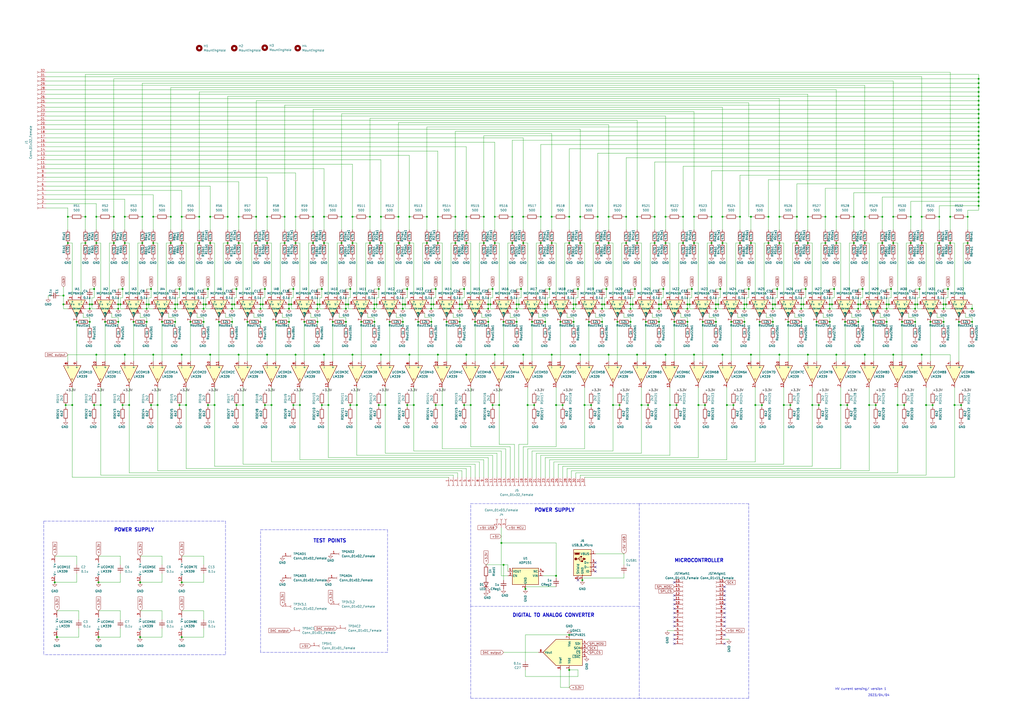
<source format=kicad_sch>
(kicad_sch (version 20211123) (generator eeschema)
  (paper "A2")
  (lib_symbols
    (symbol "Amplifier_Operational:MCP6L91RT-EMS" (pin_names (offset 0.127))
      (property "Reference" "U?" (at 15.24 4.699 0))
      (property "Value" "MCP6L91RT-EMS" (at 15.24 2.159 0))
      (symbol "MCP6L91RT-EMS_1_1"
        (pin input line (at 0 5.08 270) (length 2.54) (name "EN") (number "1"))
        (pin input line (at -7.62 -2.54 0) (length 2.54) (name "-") (number "2"))
        (pin input line (at -7.62 2.54 0) (length 2.54) (name "+") (number "3"))
        (pin power_in line (at -2.54 -7.62 90) (length 3.81) (name "V-") (number "4"))
        (pin input line (at 0 -5.08 90) (length 2.54) (name "Vref") (number "5"))
        (pin input line (at 2.54 -3.81 90) (length 2.54) (name "Vfg") (number "6"))
        (pin output line (at 7.62 0 180) (length 2.54) (name "Vout") (number "7"))
        (pin power_in line (at -2.54 7.62 270) (length 3.81) (name "V+") (number "8"))
      )
    )
    (symbol "Analog_DAC:MCP4921" (pin_names (offset 1.016))
      (property "Reference" "U" (at 6.35 10.795 0))
      (property "Value" "MCP4921" (at 6.35 8.89 0))
      (symbol "MCP4921_1_1"
        (pin power_in line (at 0 10.16 270) (length 2.54) (name "Vdd") (number "1"))
        (pin input line (at -10.16 0 0) (length 2.54) (name "~{CS}") (number "2"))
        (pin input clock (at -10.16 -2.54 0) (length 2.54) (name "SCK") (number "3"))
        (pin input line (at -10.16 -5.08 0) (length 2.54) (name "SDI") (number "4"))
        (pin input line (at -10.16 2.54 0) (length 2.54) (name "~{LDAC}") (number "5"))
        (pin power_in line (at 5.08 10.16 270) (length 2.54) (name "Vref") (number "6"))
        (pin power_in line (at 0 -10.16 90) (length 2.54) (name "Vss") (number "7"))
        (pin output line (at 17.78 0 180) (length 2.54) (name "Vout") (number "8"))
      )
    )
    (symbol "Comparator:LM339" (pin_names (offset 0.127))
      (property "Reference" "U" (at 0 5.08 0))
      (property "Value" "LM339" (at 0 -5.08 0))
      (symbol "LM339_1_1"
        (pin open_collector line (at 7.62 0 180) (length 2.54) (name "~") (number "2"))
        (pin input line (at -7.62 -2.54 0) (length 2.54) (name "-") (number "4"))
        (pin input line (at -7.62 2.54 0) (length 2.54) (name "+") (number "5"))
      )
      (symbol "LM339_2_1"
        (pin open_collector line (at 7.62 0 180) (length 2.54) (name "~") (number "1"))
        (pin input line (at -7.62 -2.54 0) (length 2.54) (name "-") (number "6"))
        (pin input line (at -7.62 2.54 0) (length 2.54) (name "+") (number "7"))
      )
      (symbol "LM339_3_1"
        (pin input line (at -7.62 -2.54 0) (length 2.54) (name "-") (number "10"))
        (pin input line (at -7.62 2.54 0) (length 2.54) (name "+") (number "11"))
        (pin open_collector line (at 7.62 0 180) (length 2.54) (name "~") (number "13"))
      )
      (symbol "LM339_4_1"
        (pin open_collector line (at 7.62 0 180) (length 2.54) (name "~") (number "14"))
        (pin input line (at -7.62 -2.54 0) (length 2.54) (name "-") (number "8"))
        (pin input line (at -7.62 2.54 0) (length 2.54) (name "+") (number "9"))
      )
      (symbol "LM339_5_1"
        (pin power_in line (at -2.54 -7.62 90) (length 3.81) (name "V-") (number "12"))
        (pin power_in line (at -2.54 7.62 270) (length 3.81) (name "V+") (number "3"))
      )
    )
    (symbol "Connector:Conn_01x01_Female" (pin_names (offset 1.016) hide)
      (property "Reference" "J" (at 0 2.54 0))
      (property "Value" "Conn_01x01_Female" (at 0 -2.54 0))
      (symbol "Conn_01x01_Female_1_1"
        (pin passive line (at -5.08 0 0) (length 3.81) (name "Pin_1") (number "1"))
      )
    )
    (symbol "Connector:Conn_01x03_Female" (pin_names (offset 1.016) hide)
      (property "Reference" "J" (at 0 5.08 0))
      (property "Value" "Conn_01x03_Female" (at 0 -5.08 0))
      (symbol "Conn_01x03_Female_1_1"
        (pin passive line (at -5.08 2.54 0) (length 3.81) (name "Pin_1") (number "1"))
        (pin passive line (at -5.08 0 0) (length 3.81) (name "Pin_2") (number "2"))
        (pin passive line (at -5.08 -2.54 0) (length 3.81) (name "Pin_3") (number "3"))
      )
    )
    (symbol "Connector:Conn_01x15_Female" (pin_names (offset 1.016) hide)
      (property "Reference" "J" (at 0 20.32 0))
      (property "Value" "Conn_01x15_Female" (at 0 -20.32 0))
      (symbol "Conn_01x15_Female_1_1"
        (pin passive line (at -5.08 17.78 0) (length 3.81) (name "Pin_1") (number "1"))
        (pin passive line (at -5.08 -5.08 0) (length 3.81) (name "Pin_10") (number "10"))
        (pin passive line (at -5.08 -7.62 0) (length 3.81) (name "Pin_11") (number "11"))
        (pin passive line (at -5.08 -10.16 0) (length 3.81) (name "Pin_12") (number "12"))
        (pin passive line (at -5.08 -12.7 0) (length 3.81) (name "Pin_13") (number "13"))
        (pin passive line (at -5.08 -15.24 0) (length 3.81) (name "Pin_14") (number "14"))
        (pin passive line (at -5.08 -17.78 0) (length 3.81) (name "Pin_15") (number "15"))
        (pin passive line (at -5.08 15.24 0) (length 3.81) (name "Pin_2") (number "2"))
        (pin passive line (at -5.08 12.7 0) (length 3.81) (name "Pin_3") (number "3"))
        (pin passive line (at -5.08 10.16 0) (length 3.81) (name "Pin_4") (number "4"))
        (pin passive line (at -5.08 7.62 0) (length 3.81) (name "Pin_5") (number "5"))
        (pin passive line (at -5.08 5.08 0) (length 3.81) (name "Pin_6") (number "6"))
        (pin passive line (at -5.08 2.54 0) (length 3.81) (name "Pin_7") (number "7"))
        (pin passive line (at -5.08 0 0) (length 3.81) (name "Pin_8") (number "8"))
        (pin passive line (at -5.08 -2.54 0) (length 3.81) (name "Pin_9") (number "9"))
      )
    )
    (symbol "Connector:Conn_01x32_Female" (pin_names (offset 1.016) hide)
      (property "Reference" "J" (at 0 40.64 0))
      (property "Value" "Conn_01x32_Female" (at 0 -43.18 0))
      (symbol "Conn_01x32_Female_1_1"
        (pin passive line (at -5.08 38.1 0) (length 3.81) (name "Pin_1") (number "1"))
        (pin passive line (at -5.08 15.24 0) (length 3.81) (name "Pin_10") (number "10"))
        (pin passive line (at -5.08 12.7 0) (length 3.81) (name "Pin_11") (number "11"))
        (pin passive line (at -5.08 10.16 0) (length 3.81) (name "Pin_12") (number "12"))
        (pin passive line (at -5.08 7.62 0) (length 3.81) (name "Pin_13") (number "13"))
        (pin passive line (at -5.08 5.08 0) (length 3.81) (name "Pin_14") (number "14"))
        (pin passive line (at -5.08 2.54 0) (length 3.81) (name "Pin_15") (number "15"))
        (pin passive line (at -5.08 0 0) (length 3.81) (name "Pin_16") (number "16"))
        (pin passive line (at -5.08 -2.54 0) (length 3.81) (name "Pin_17") (number "17"))
        (pin passive line (at -5.08 -5.08 0) (length 3.81) (name "Pin_18") (number "18"))
        (pin passive line (at -5.08 -7.62 0) (length 3.81) (name "Pin_19") (number "19"))
        (pin passive line (at -5.08 35.56 0) (length 3.81) (name "Pin_2") (number "2"))
        (pin passive line (at -5.08 -10.16 0) (length 3.81) (name "Pin_20") (number "20"))
        (pin passive line (at -5.08 -12.7 0) (length 3.81) (name "Pin_21") (number "21"))
        (pin passive line (at -5.08 -15.24 0) (length 3.81) (name "Pin_22") (number "22"))
        (pin passive line (at -5.08 -17.78 0) (length 3.81) (name "Pin_23") (number "23"))
        (pin passive line (at -5.08 -20.32 0) (length 3.81) (name "Pin_24") (number "24"))
        (pin passive line (at -5.08 -22.86 0) (length 3.81) (name "Pin_25") (number "25"))
        (pin passive line (at -5.08 -25.4 0) (length 3.81) (name "Pin_26") (number "26"))
        (pin passive line (at -5.08 -27.94 0) (length 3.81) (name "Pin_27") (number "27"))
        (pin passive line (at -5.08 -30.48 0) (length 3.81) (name "Pin_28") (number "28"))
        (pin passive line (at -5.08 -33.02 0) (length 3.81) (name "Pin_29") (number "29"))
        (pin passive line (at -5.08 33.02 0) (length 3.81) (name "Pin_3") (number "3"))
        (pin passive line (at -5.08 -35.56 0) (length 3.81) (name "Pin_30") (number "30"))
        (pin passive line (at -5.08 -38.1 0) (length 3.81) (name "Pin_31") (number "31"))
        (pin passive line (at -5.08 -40.64 0) (length 3.81) (name "Pin_32") (number "32"))
        (pin passive line (at -5.08 30.48 0) (length 3.81) (name "Pin_4") (number "4"))
        (pin passive line (at -5.08 27.94 0) (length 3.81) (name "Pin_5") (number "5"))
        (pin passive line (at -5.08 25.4 0) (length 3.81) (name "Pin_6") (number "6"))
        (pin passive line (at -5.08 22.86 0) (length 3.81) (name "Pin_7") (number "7"))
        (pin passive line (at -5.08 20.32 0) (length 3.81) (name "Pin_8") (number "8"))
        (pin passive line (at -5.08 17.78 0) (length 3.81) (name "Pin_9") (number "9"))
      )
    )
    (symbol "Connector:USB_B_Micro" (pin_names (offset 1.016))
      (property "Reference" "J" (at -5.08 11.43 0))
      (property "Value" "USB_B_Micro" (at -5.08 8.89 0))
      (symbol "USB_B_Micro_1_1"
        (pin power_out line (at 7.62 5.08 180) (length 2.54) (name "VBUS") (number "1"))
        (pin bidirectional line (at 7.62 -2.54 180) (length 2.54) (name "D-") (number "2"))
        (pin bidirectional line (at 7.62 0 180) (length 2.54) (name "D+") (number "3"))
        (pin passive line (at 7.62 -5.08 180) (length 2.54) (name "ID") (number "4"))
        (pin power_out line (at 0 -10.16 90) (length 2.54) (name "GND") (number "5"))
        (pin passive line (at -2.54 -10.16 90) (length 2.54) (name "Shield") (number "6"))
      )
    )
    (symbol "Device:C_Small" (pin_numbers hide) (pin_names (offset 0.254) hide)
      (property "Reference" "C" (at 0.254 1.778 0))
      (property "Value" "C_Small" (at 0.254 -2.032 0))
      (symbol "C_Small_1_1"
        (pin passive line (at 0 2.54 270) (length 2.032) (name "~") (number "1"))
        (pin passive line (at 0 -2.54 90) (length 2.032) (name "~") (number "2"))
      )
    )
    (symbol "Device:LED" (pin_numbers hide) (pin_names (offset 1.016) hide)
      (property "Reference" "D" (at 0 2.54 0))
      (property "Value" "LED" (at 0 -2.54 0))
      (symbol "LED_1_1"
        (pin passive line (at -3.81 0 0) (length 2.54) (name "K") (number "1"))
        (pin passive line (at 3.81 0 180) (length 2.54) (name "A") (number "2"))
      )
    )
    (symbol "Device:R" (pin_numbers hide) (pin_names (offset 0))
      (property "Reference" "R" (at 2.032 0 90))
      (property "Value" "R" (at 0 0 90))
      (symbol "R_1_1"
        (pin passive line (at 0 3.81 270) (length 1.27) (name "~") (number "1"))
        (pin passive line (at 0 -3.81 90) (length 1.27) (name "~") (number "2"))
      )
    )
    (symbol "Mechanical:MountingHole" (pin_names (offset 1.016))
      (property "Reference" "H" (at 0 5.08 0))
      (property "Value" "MountingHole" (at 0 3.175 0))
    )
    (symbol "Regulator_Linear:LK112M15TR" (pin_names (offset 0.254))
      (property "Reference" "U1" (at 0 10.16 0))
      (property "Value" "ADP151" (at 0 7.62 0))
      (symbol "LK112M15TR_1_1"
        (pin input line (at 10.16 0 180) (length 2.54) (name "VIN") (number "1"))
        (pin power_in line (at 0 -7.62 90) (length 2.54) (name "GND") (number "2"))
        (pin passive line (at -10.16 0 0) (length 2.54) (name "EN") (number "3"))
        (pin no_connect line (at 10.16 2.54 180) (length 2.54) (name "NC") (number "4"))
        (pin power_out line (at -10.16 2.54 0) (length 2.54) (name "VOUT") (number "5"))
      )
    )
    (symbol "power:GND" (power) (pin_names (offset 0))
      (property "Value" "GND" (at 0 -3.81 0))
      (symbol "GND_1_1"
        (pin power_in line (at 0 0 270) (length 0) hide (name "GND") (number "1"))
      )
    )
  )
  (junction (at 204.47 205.74))
  (junction (at 407.67 186.69))
  (junction (at 396.24 140.97))
  (junction (at 250.19 186.69))
  (junction (at 468.63 205.74))
  (junction (at 561.34 140.97))
  (junction (at 119.38 176.53))
  (junction (at 336.55 140.97))
  (junction (at 325.12 186.69))
  (junction (at 567.69 48.26))
  (junction (at 148.59 140.97))
  (junction (at 547.37 179.07))
  (junction (at 518.16 140.97))
  (junction (at 417.83 167.64))
  (junction (at 524.51 234.95))
  (junction (at 551.18 140.97))
  (junction (at 287.02 125.73))
  (junction (at 499.11 176.53))
  (junction (at 419.1 140.97))
  (junction (at 567.69 60.96))
  (junction (at 181.61 140.97))
  (junction (at 567.69 55.88))
  (junction (at 77.47 186.69))
  (junction (at 54.61 167.64))
  (junction (at 532.13 176.53))
  (junction (at 355.6 234.95))
  (junction (at 297.18 140.97))
  (junction (at 134.62 186.69))
  (junction (at 49.53 125.73))
  (junction (at 383.54 176.53))
  (junction (at 351.79 167.64))
  (junction (at 234.95 176.53))
  (junction (at 110.49 186.69))
  (junction (at 31.75 337.82))
  (junction (at 336.55 205.74))
  (junction (at 200.66 179.07))
  (junction (at 337.82 336.55))
  (junction (at 190.5 234.95))
  (junction (at 60.96 186.69))
  (junction (at 185.42 176.53))
  (junction (at 121.92 125.73))
  (junction (at 368.3 167.64))
  (junction (at 88.9 125.73))
  (junction (at 266.7 186.69))
  (junction (at 448.31 176.53))
  (junction (at 193.04 186.69))
  (junction (at 556.26 186.69))
  (junction (at 285.75 234.95))
  (junction (at 431.8 179.07))
  (junction (at 462.28 140.97))
  (junction (at 339.09 234.95))
  (junction (at 237.49 205.74))
  (junction (at 382.27 176.53))
  (junction (at 68.58 186.69))
  (junction (at 167.64 176.53))
  (junction (at 88.9 205.74))
  (junction (at 478.79 125.73))
  (junction (at 382.27 179.07))
  (junction (at 382.27 186.69))
  (junction (at 226.06 186.69))
  (junction (at 171.45 125.73))
  (junction (at 547.37 176.53))
  (junction (at 401.32 167.64))
  (junction (at 280.67 125.73))
  (junction (at 121.92 140.97))
  (junction (at 254 125.73))
  (junction (at 567.69 73.66))
  (junction (at 118.11 179.07))
  (junction (at 567.69 93.98))
  (junction (at 127 186.69))
  (junction (at 214.63 140.97))
  (junction (at 541.02 234.95))
  (junction (at 567.69 53.34))
  (junction (at 201.93 176.53))
  (junction (at 88.9 140.97))
  (junction (at 398.78 186.69))
  (junction (at 483.87 167.64))
  (junction (at 236.22 234.95))
  (junction (at 308.61 186.69))
  (junction (at 154.94 140.97))
  (junction (at 567.69 99.06))
  (junction (at 434.34 167.64))
  (junction (at 186.69 167.64))
  (junction (at 55.88 205.74))
  (junction (at 530.86 179.07))
  (junction (at 151.13 186.69))
  (junction (at 457.2 186.69))
  (junction (at 332.74 179.07))
  (junction (at 342.9 234.95))
  (junction (at 567.69 63.5))
  (junction (at 237.49 140.97))
  (junction (at 464.82 176.53))
  (junction (at 497.84 176.53))
  (junction (at 350.52 176.53))
  (junction (at 168.91 176.53))
  (junction (at 402.59 140.97))
  (junction (at 181.61 125.73))
  (junction (at 473.71 186.69))
  (junction (at 134.62 176.53))
  (junction (at 341.63 186.69))
  (junction (at 471.17 234.95))
  (junction (at 474.98 234.95))
  (junction (at 449.58 176.53))
  (junction (at 138.43 205.74))
  (junction (at 99.06 140.97))
  (junction (at 207.01 234.95))
  (junction (at 53.34 176.53))
  (junction (at 415.29 179.07))
  (junction (at 514.35 186.69))
  (junction (at 478.79 140.97))
  (junction (at 523.24 186.69))
  (junction (at 567.69 106.68))
  (junction (at 448.31 186.69))
  (junction (at 363.22 140.97))
  (junction (at 203.2 167.64))
  (junction (at 217.17 186.69))
  (junction (at 402.59 205.74))
  (junction (at 415.29 176.53))
  (junction (at 93.98 186.69))
  (junction (at 236.22 167.64))
  (junction (at 458.47 234.95))
  (junction (at 57.15 337.82))
  (junction (at 386.08 125.73))
  (junction (at 388.62 234.95))
  (junction (at 198.12 140.97))
  (junction (at 563.88 179.07))
  (junction (at 237.49 125.73))
  (junction (at 520.7 234.95))
  (junction (at 485.14 140.97))
  (junction (at 379.73 140.97))
  (junction (at 567.69 66.04))
  (junction (at 200.66 176.53))
  (junction (at 231.14 140.97))
  (junction (at 300.99 176.53))
  (junction (at 165.1 140.97))
  (junction (at 567.69 111.76))
  (junction (at 152.4 176.53))
  (junction (at 81.28 337.82))
  (junction (at 102.87 176.53))
  (junction (at 151.13 179.07))
  (junction (at 220.98 125.73))
  (junction (at 105.41 337.82))
  (junction (at 402.59 125.73))
  (junction (at 501.65 205.74))
  (junction (at 157.48 234.95))
  (junction (at 415.29 186.69))
  (junction (at 330.2 125.73))
  (junction (at 495.3 140.97))
  (junction (at 187.96 125.73))
  (junction (at 435.61 125.73))
  (junction (at 501.65 140.97))
  (junction (at 548.64 176.53))
  (junction (at 120.65 167.64))
  (junction (at 309.88 234.95))
  (junction (at 223.52 234.95))
  (junction (at 398.78 179.07))
  (junction (at 68.58 179.07))
  (junction (at 306.07 234.95))
  (junction (at 198.12 125.73))
  (junction (at 99.06 125.73))
  (junction (at 115.57 125.73))
  (junction (at 273.05 234.95))
  (junction (at 567.69 83.82))
  (junction (at 41.91 234.95))
  (junction (at 336.55 125.73))
  (junction (at 386.08 205.74))
  (junction (at 386.08 140.97))
  (junction (at 101.6 179.07))
  (junction (at 567.69 86.36))
  (junction (at 553.72 234.95))
  (junction (at 400.05 176.53))
  (junction (at 419.1 125.73))
  (junction (at 68.58 176.53))
  (junction (at 217.17 179.07))
  (junction (at 544.83 125.73))
  (junction (at 219.71 234.95))
  (junction (at 184.15 176.53))
  (junction (at 567.69 114.3))
  (junction (at 468.63 125.73))
  (junction (at 431.8 176.53))
  (junction (at 252.73 167.64))
  (junction (at 140.97 234.95))
  (junction (at 290.83 314.96))
  (junction (at 52.07 186.69))
  (junction (at 359.41 234.95))
  (junction (at 81.28 369.57))
  (junction (at 398.78 176.53))
  (junction (at 567.69 109.22))
  (junction (at 313.69 125.73))
  (junction (at 330.2 140.97))
  (junction (at 303.53 205.74))
  (junction (at 334.01 176.53))
  (junction (at 534.67 205.74))
  (junction (at 105.41 369.57))
  (junction (at 254 140.97))
  (junction (at 74.93 234.95))
  (junction (at 313.69 140.97))
  (junction (at 134.62 179.07))
  (junction (at 365.76 179.07))
  (junction (at 233.68 179.07))
  (junction (at 481.33 186.69))
  (junction (at 209.55 186.69))
  (junction (at 132.08 140.97))
  (junction (at 363.22 125.73))
  (junction (at 353.06 205.74))
  (junction (at 247.65 140.97))
  (junction (at 358.14 186.69))
  (junction (at 567.69 88.9))
  (junction (at 551.18 125.73))
  (junction (at 567.69 119.38))
  (junction (at 445.77 140.97))
  (junction (at 120.65 234.95))
  (junction (at 330.2 368.3))
  (junction (at 270.51 125.73))
  (junction (at 408.94 234.95))
  (junction (at 533.4 167.64))
  (junction (at 91.44 234.95))
  (junction (at 250.19 176.53))
  (junction (at 435.61 140.97))
  (junction (at 322.58 334.01))
  (junction (at 186.69 234.95))
  (junction (at 557.53 234.95))
  (junction (at 33.02 369.57))
  (junction (at 143.51 186.69))
  (junction (at 297.18 125.73))
  (junction (at 353.06 125.73))
  (junction (at 49.53 140.97))
  (junction (at 69.85 176.53))
  (junction (at 287.02 205.74))
  (junction (at 292.1 186.69))
  (junction (at 283.21 179.07))
  (junction (at 44.45 186.69))
  (junction (at 36.83 171.45))
  (junction (at 275.59 186.69))
  (junction (at 320.04 125.73))
  (junction (at 264.16 125.73))
  (junction (at 85.09 179.07))
  (junction (at 429.26 125.73))
  (junction (at 429.26 140.97))
  (junction (at 369.57 125.73))
  (junction (at 118.11 186.69))
  (junction (at 176.53 186.69))
  (junction (at 72.39 205.74))
  (junction (at 231.14 125.73))
  (junction (at 435.61 205.74))
  (junction (at 87.63 167.64))
  (junction (at 448.31 179.07))
  (junction (at 450.85 167.64))
  (junction (at 135.89 176.53))
  (junction (at 124.46 234.95))
  (junction (at 148.59 125.73))
  (junction (at 544.83 140.97))
  (junction (at 219.71 167.64))
  (junction (at 567.69 96.52))
  (junction (at 167.64 186.69))
  (junction (at 138.43 140.97))
  (junction (at 269.24 167.64))
  (junction (at 567.69 45.72))
  (junction (at 187.96 140.97))
  (junction (at 367.03 176.53))
  (junction (at 534.67 125.73))
  (junction (at 254 205.74))
  (junction (at 332.74 176.53))
  (junction (at 462.28 125.73))
  (junction (at 320.04 140.97))
  (junction (at 66.04 140.97))
  (junction (at 452.12 205.74))
  (junction (at 511.81 125.73))
  (junction (at 405.13 234.95))
  (junction (at 482.6 176.53))
  (junction (at 346.71 140.97))
  (junction (at 153.67 167.64))
  (junction (at 495.3 125.73))
  (junction (at 203.2 234.95))
  (junction (at 567.69 104.14))
  (junction (at 217.17 176.53))
  (junction (at 87.63 234.95))
  (junction (at 170.18 167.64))
  (junction (at 101.6 186.69))
  (junction (at 170.18 234.95))
  (junction (at 567.69 101.6))
  (junction (at 173.99 234.95))
  (junction (at 567.69 81.28))
  (junction (at 528.32 125.73))
  (junction (at 375.92 234.95))
  (junction (at 487.68 234.95))
  (junction (at 396.24 125.73))
  (junction (at 154.94 205.74))
  (junction (at 391.16 186.69))
  (junction (at 204.47 140.97))
  (junction (at 431.8 186.69))
  (junction (at 137.16 234.95))
  (junction (at 132.08 125.73))
  (junction (at 250.19 179.07))
  (junction (at 242.57 186.69))
  (junction (at 137.16 167.64))
  (junction (at 424.18 186.69))
  (junction (at 567.69 78.74))
  (junction (at 72.39 125.73))
  (junction (at 567.69 91.44))
  (junction (at 528.32 140.97))
  (junction (at 85.09 176.53))
  (junction (at 184.15 179.07))
  (junction (at 504.19 234.95))
  (junction (at 304.8 341.63))
  (junction (at 264.16 140.97))
  (junction (at 353.06 140.97))
  (junction (at 316.23 179.07))
  (junction (at 379.73 125.73))
  (junction (at 454.66 234.95))
  (junction (at 55.88 125.73))
  (junction (at 563.88 186.69))
  (junction (at 39.37 140.97))
  (junction (at 412.75 140.97))
  (junction (at 280.67 140.97))
  (junction (at 105.41 140.97))
  (junction (at 52.07 179.07))
  (junction (at 330.2 388.62))
  (junction (at 467.36 167.64))
  (junction (at 515.62 176.53))
  (junction (at 153.67 234.95))
  (junction (at 251.46 176.53))
  (junction (at 547.37 186.69))
  (junction (at 267.97 176.53))
  (junction (at 425.45 234.95))
  (junction (at 317.5 176.53))
  (junction (at 86.36 176.53))
  (junction (at 508 234.95))
  (junction (at 316.23 176.53))
  (junction (at 289.56 234.95))
  (junction (at 71.12 234.95))
  (junction (at 511.81 140.97))
  (junction (at 52.07 176.53))
  (junction (at 481.33 176.53))
  (junction (at 466.09 176.53))
  (junction (at 491.49 234.95))
  (junction (at 220.98 140.97))
  (junction (at 335.28 167.64))
  (junction (at 121.92 205.74))
  (junction (at 299.72 176.53))
  (junction (at 72.39 140.97))
  (junction (at 184.15 186.69))
  (junction (at 326.39 234.95))
  (junction (at 384.81 167.64))
  (junction (at 151.13 176.53))
  (junction (at 283.21 176.53))
  (junction (at 160.02 186.69))
  (junction (at 506.73 186.69))
  (junction (at 485.14 125.73))
  (junction (at 412.75 125.73))
  (junction (at 392.43 234.95))
  (junction (at 287.02 140.97))
  (junction (at 104.14 167.64))
  (junction (at 38.1 234.95))
  (junction (at 247.65 125.73))
  (junction (at 303.53 140.97))
  (junction (at 567.69 58.42))
  (junction (at 530.86 176.53))
  (junction (at 284.48 176.53))
  (junction (at 374.65 186.69))
  (junction (at 204.47 125.73))
  (junction (at 537.21 234.95))
  (junction (at 567.69 50.8))
  (junction (at 283.21 186.69))
  (junction (at 187.96 205.74))
  (junction (at 171.45 140.97))
  (junction (at 349.25 176.53))
  (junction (at 372.11 234.95))
  (junction (at 438.15 234.95))
  (junction (at 320.04 205.74))
  (junction (at 266.7 176.53))
  (junction (at 269.24 234.95))
  (junction (at 82.55 140.97))
  (junction (at 270.51 205.74))
  (junction (at 252.73 234.95))
  (junction (at 419.1 205.74))
  (junction (at 464.82 186.69))
  (junction (at 501.65 125.73))
  (junction (at 452.12 140.97))
  (junction (at 468.63 140.97))
  (junction (at 55.88 140.97))
  (junction (at 270.51 140.97))
  (junction (at 259.08 186.69))
  (junction (at 165.1 125.73))
  (junction (at 481.33 179.07))
  (junction (at 514.35 176.53))
  (junction (at 369.57 140.97))
  (junction (at 534.67 140.97))
  (junction (at 138.43 125.73))
  (junction (at 200.66 186.69))
  (junction (at 302.26 167.64))
  (junction (at 567.69 71.12))
  (junction (at 497.84 186.69))
  (junction (at 54.61 234.95))
  (junction (at 299.72 186.69))
  (junction (at 567.69 116.84))
  (junction (at 561.34 125.73))
  (junction (at 549.91 167.64))
  (junction (at 514.35 179.07))
  (junction (at 233.68 186.69))
  (junction (at 266.7 179.07))
  (junction (at 167.64 179.07))
  (junction (at 214.63 125.73))
  (junction (at 316.23 186.69))
  (junction (at 303.53 125.73))
  (junction (at 66.04 125.73))
  (junction (at 567.69 76.2))
  (junction (at 416.56 176.53))
  (junction (at 497.84 179.07))
  (junction (at 490.22 186.69))
  (junction (at 440.69 186.69))
  (junction (at 118.11 176.53))
  (junction (at 530.86 186.69))
  (junction (at 369.57 205.74))
  (junction (at 171.45 205.74))
  (junction (at 220.98 205.74))
  (junction (at 292.1 327.66))
  (junction (at 433.07 176.53))
  (junction (at 518.16 205.74))
  (junction (at 441.96 234.95))
  (junction (at 346.71 125.73))
  (junction (at 516.89 167.64))
  (junction (at 85.09 186.69))
  (junction (at 464.82 179.07))
  (junction (at 218.44 176.53))
  (junction (at 107.95 234.95))
  (junction (at 39.37 125.73))
  (junction (at 365.76 176.53))
  (junction (at 421.64 234.95))
  (junction (at 349.25 186.69))
  (junction (at 105.41 125.73))
  (junction (at 82.55 125.73))
  (junction (at 57.15 369.57))
  (junction (at 115.57 140.97))
  (junction (at 285.75 167.64))
  (junction (at 539.75 186.69))
  (junction (at 445.77 125.73))
  (junction (at 349.25 179.07))
  (junction (at 240.03 234.95))
  (junction (at 154.94 125.73))
  (junction (at 299.72 179.07))
  (junction (at 36.83 176.53))
  (junction (at 518.16 125.73))
  (junction (at 365.76 186.69))
  (junction (at 105.41 205.74))
  (junction (at 101.6 176.53))
  (junction (at 104.14 234.95))
  (junction (at 58.42 234.95))
  (junction (at 256.54 234.95))
  (junction (at 567.69 68.58))
  (junction (at 452.12 125.73))
  (junction (at 322.58 234.95))
  (junction (at 332.74 186.69))
  (junction (at 500.38 167.64))
  (junction (at 318.77 167.64))
  (junction (at 71.12 167.64))
  (junction (at 233.68 176.53))
  (junction (at 485.14 205.74))
  (no_connect (at 420.37 345.44))
  (no_connect (at 420.37 350.52))
  (no_connect (at 391.16 363.22))
  (no_connect (at 391.16 373.38))
  (no_connect (at 345.44 326.39))
  (no_connect (at 391.16 370.84))
  (no_connect (at 391.16 368.3))
  (no_connect (at 420.37 373.38))
  (no_connect (at 420.37 347.98))
  (no_connect (at 345.44 328.93))
  (no_connect (at 391.16 353.06))
  (no_connect (at 391.16 337.82))
  (no_connect (at 391.16 345.44))
  (no_connect (at 420.37 368.3))
  (no_connect (at 335.28 336.55))
  (no_connect (at 391.16 350.52))
  (no_connect (at 420.37 360.68))
  (no_connect (at 420.37 342.9))
  (no_connect (at 345.44 331.47))
  (no_connect (at 420.37 355.6))
  (no_connect (at 391.16 360.68))
  (no_connect (at 391.16 347.98))
  (no_connect (at 420.37 340.36))
  (no_connect (at 420.37 363.22))
  (no_connect (at 391.16 355.6))
  (no_connect (at 391.16 358.14))
  (no_connect (at 420.37 358.14))
  (no_connect (at 420.37 353.06))
  (wire (pts (xy 494.03 184.15) (xy 497.84 184.15)))
  (polyline (pts (xy 370.84 292.1) (xy 370.84 351.79)))
  (wire (pts (xy 201.93 179.07) (xy 201.93 176.53)))
  (wire (pts (xy 26.67 44.45) (xy 534.67 44.45)))
  (wire (pts (xy 482.6 179.07) (xy 482.6 176.53)))
  (wire (pts (xy 454.66 234.95) (xy 458.47 234.95)))
  (polyline (pts (xy 130.81 302.26) (xy 130.81 379.73)))
  (wire (pts (xy 464.82 167.64) (xy 467.36 167.64)))
  (wire (pts (xy 514.35 167.64) (xy 516.89 167.64)))
  (wire (pts (xy 330.2 179.07) (xy 332.74 179.07)))
  (wire (pts (xy 336.55 74.93) (xy 336.55 125.73)))
  (wire (pts (xy 495.3 140.97) (xy 492.76 140.97)))
  (wire (pts (xy 26.67 67.31) (xy 386.08 67.31)))
  (wire (pts (xy 350.52 179.07) (xy 350.52 176.53)))
  (wire (pts (xy 91.44 234.95) (xy 91.44 273.05)))
  (wire (pts (xy 118.11 359.41) (xy 118.11 354.33)))
  (wire (pts (xy 49.53 43.18) (xy 49.53 125.73)))
  (wire (pts (xy 229.87 184.15) (xy 229.87 181.61)))
  (wire (pts (xy 520.7 234.95) (xy 520.7 274.32)))
  (wire (pts (xy 280.67 140.97) (xy 278.13 140.97)))
  (wire (pts (xy 101.6 167.64) (xy 104.14 167.64)))
  (wire (pts (xy 195.58 140.97) (xy 195.58 171.45)))
  (wire (pts (xy 556.26 186.69) (xy 556.26 209.55)))
  (wire (pts (xy 273.05 270.51) (xy 273.05 276.86)))
  (wire (pts (xy 179.07 140.97) (xy 179.07 171.45)))
  (wire (pts (xy 209.55 186.69) (xy 209.55 209.55)))
  (wire (pts (xy 372.11 140.97) (xy 372.11 171.45)))
  (wire (pts (xy 173.99 234.95) (xy 173.99 266.7)))
  (wire (pts (xy 289.56 234.95) (xy 289.56 257.81)))
  (wire (pts (xy 140.97 269.24) (xy 275.59 269.24)))
  (wire (pts (xy 303.53 179.07) (xy 300.99 179.07)))
  (wire (pts (xy 267.97 176.53) (xy 267.97 172.72)))
  (wire (pts (xy 69.85 354.33) (xy 57.15 354.33)))
  (wire (pts (xy 74.93 234.95) (xy 71.12 234.95)))
  (wire (pts (xy 26.67 97.79) (xy 187.96 97.79)))
  (wire (pts (xy 537.21 140.97) (xy 537.21 171.45)))
  (wire (pts (xy 464.82 184.15) (xy 464.82 186.69)))
  (wire (pts (xy 497.84 172.72) (xy 497.84 176.53)))
  (wire (pts (xy 345.44 184.15) (xy 345.44 181.61)))
  (wire (pts (xy 167.64 184.15) (xy 167.64 186.69)))
  (wire (pts (xy 515.62 172.72) (xy 516.89 172.72)))
  (wire (pts (xy 396.24 179.07) (xy 398.78 179.07)))
  (wire (pts (xy 167.64 179.07) (xy 167.64 176.53)))
  (wire (pts (xy 321.31 267.97) (xy 321.31 276.86)))
  (wire (pts (xy 353.06 125.73) (xy 353.06 133.35)))
  (wire (pts (xy 363.22 91.44) (xy 363.22 125.73)))
  (wire (pts (xy 320.04 179.07) (xy 317.5 179.07)))
  (wire (pts (xy 185.42 176.53) (xy 185.42 172.72)))
  (wire (pts (xy 99.06 50.8) (xy 567.69 50.8)))
  (wire (pts (xy 355.6 234.95) (xy 355.6 261.62)))
  (wire (pts (xy 124.46 270.51) (xy 273.05 270.51)))
  (wire (pts (xy 54.61 172.72) (xy 54.61 167.64)))
  (wire (pts (xy 527.05 184.15) (xy 527.05 181.61)))
  (polyline (pts (xy 370.84 405.13) (xy 434.34 405.13)))
  (wire (pts (xy 303.53 259.08) (xy 303.53 276.86)))
  (wire (pts (xy 567.69 116.84) (xy 567.69 119.38)))
  (wire (pts (xy 528.32 179.07) (xy 530.86 179.07)))
  (wire (pts (xy 567.69 91.44) (xy 363.22 91.44)))
  (wire (pts (xy 567.69 121.92) (xy 561.34 121.92)))
  (wire (pts (xy 223.52 234.95) (xy 219.71 234.95)))
  (wire (pts (xy 41.91 140.97) (xy 41.91 171.45)))
  (wire (pts (xy 345.44 125.73) (xy 346.71 125.73)))
  (wire (pts (xy 327.66 140.97) (xy 327.66 171.45)))
  (wire (pts (xy 290.83 261.62) (xy 290.83 276.86)))
  (wire (pts (xy 68.58 167.64) (xy 71.12 167.64)))
  (wire (pts (xy 299.72 172.72) (xy 299.72 176.53)))
  (wire (pts (xy 288.29 262.89) (xy 288.29 276.86)))
  (wire (pts (xy 101.6 189.23) (xy 101.6 186.69)))
  (wire (pts (xy 153.67 172.72) (xy 153.67 167.64)))
  (wire (pts (xy 449.58 172.72) (xy 450.85 172.72)))
  (wire (pts (xy 46.99 140.97) (xy 46.99 171.45)))
  (wire (pts (xy 287.02 209.55) (xy 287.02 205.74)))
  (wire (pts (xy 49.53 179.07) (xy 52.07 179.07)))
  (wire (pts (xy 165.1 179.07) (xy 167.64 179.07)))
  (wire (pts (xy 487.68 140.97) (xy 487.68 171.45)))
  (wire (pts (xy 184.15 184.15) (xy 184.15 186.69)))
  (wire (pts (xy 320.04 125.73) (xy 321.31 125.73)))
  (wire (pts (xy 101.6 184.15) (xy 101.6 186.69)))
  (wire (pts (xy 544.83 179.07) (xy 547.37 179.07)))
  (wire (pts (xy 180.34 184.15) (xy 184.15 184.15)))
  (wire (pts (xy 510.54 184.15) (xy 510.54 181.61)))
  (wire (pts (xy 285.75 264.16) (xy 285.75 276.86)))
  (wire (pts (xy 240.03 224.79) (xy 240.03 234.95)))
  (wire (pts (xy 118.11 369.57) (xy 105.41 369.57)))
  (wire (pts (xy 401.32 167.64) (xy 401.32 166.37)))
  (wire (pts (xy 382.27 184.15) (xy 382.27 186.69)))
  (wire (pts (xy 266.7 172.72) (xy 266.7 176.53)))
  (wire (pts (xy 561.34 125.73) (xy 561.34 133.35)))
  (wire (pts (xy 102.87 179.07) (xy 102.87 176.53)))
  (wire (pts (xy 140.97 140.97) (xy 140.97 171.45)))
  (wire (pts (xy 384.81 172.72) (xy 384.81 167.64)))
  (wire (pts (xy 118.11 322.58) (xy 105.41 322.58)))
  (wire (pts (xy 26.67 72.39) (xy 353.06 72.39)))
  (wire (pts (xy 384.81 167.64) (xy 384.81 166.37)))
  (wire (pts (xy 490.22 186.69) (xy 490.22 209.55)))
  (wire (pts (xy 383.54 179.07) (xy 383.54 176.53)))
  (wire (pts (xy 509.27 140.97) (xy 509.27 171.45)))
  (wire (pts (xy 26.67 105.41) (xy 138.43 105.41)))
  (wire (pts (xy 237.49 140.97) (xy 240.03 140.97)))
  (wire (pts (xy 318.77 167.64) (xy 318.77 166.37)))
  (wire (pts (xy 279.4 184.15) (xy 283.21 184.15)))
  (wire (pts (xy 368.3 167.64) (xy 368.3 166.37)))
  (wire (pts (xy 300.99 176.53) (xy 300.99 172.72)))
  (wire (pts (xy 264.16 76.2) (xy 264.16 125.73)))
  (wire (pts (xy 251.46 179.07) (xy 251.46 176.53)))
  (wire (pts (xy 26.67 107.95) (xy 121.92 107.95)))
  (wire (pts (xy 334.01 274.32) (xy 334.01 276.86)))
  (polyline (pts (xy 224.79 307.34) (xy 224.79 378.46)))
  (wire (pts (xy 534.67 140.97) (xy 537.21 140.97)))
  (wire (pts (xy 444.5 184.15) (xy 448.31 184.15)))
  (wire (pts (xy 394.97 184.15) (xy 398.78 184.15)))
  (wire (pts (xy 365.76 184.15) (xy 365.76 186.69)))
  (wire (pts (xy 449.58 179.07) (xy 449.58 176.53)))
  (wire (pts (xy 148.59 125.73) (xy 148.59 133.35)))
  (wire (pts (xy 299.72 167.64) (xy 302.26 167.64)))
  (wire (pts (xy 240.03 261.62) (xy 290.83 261.62)))
  (wire (pts (xy 52.07 167.64) (xy 54.61 167.64)))
  (wire (pts (xy 323.85 269.24) (xy 323.85 276.86)))
  (wire (pts (xy 501.65 125.73) (xy 501.65 133.35)))
  (wire (pts (xy 476.25 140.97) (xy 476.25 171.45)))
  (wire (pts (xy 180.34 125.73) (xy 181.61 125.73)))
  (wire (pts (xy 107.95 234.95) (xy 107.95 271.78)))
  (wire (pts (xy 332.74 189.23) (xy 332.74 186.69)))
  (wire (pts (xy 273.05 140.97) (xy 273.05 171.45)))
  (wire (pts (xy 452.12 125.73) (xy 453.39 125.73)))
  (wire (pts (xy 482.6 172.72) (xy 483.87 172.72)))
  (wire (pts (xy 85.09 189.23) (xy 85.09 186.69)))
  (wire (pts (xy 328.93 125.73) (xy 330.2 125.73)))
  (wire (pts (xy 167.64 167.64) (xy 170.18 167.64)))
  (wire (pts (xy 130.81 125.73) (xy 132.08 125.73)))
  (wire (pts (xy 313.69 264.16) (xy 313.69 276.86)))
  (wire (pts (xy 247.65 73.66) (xy 567.69 73.66)))
  (wire (pts (xy 412.75 125.73) (xy 412.75 133.35)))
  (wire (pts (xy 281.94 327.66) (xy 292.1 327.66)))
  (wire (pts (xy 567.69 63.5) (xy 567.69 66.04)))
  (wire (pts (xy 448.31 172.72) (xy 448.31 176.53)))
  (wire (pts (xy 369.57 209.55) (xy 369.57 205.74)))
  (wire (pts (xy 421.64 266.7) (xy 318.77 266.7)))
  (wire (pts (xy 138.43 140.97) (xy 140.97 140.97)))
  (wire (pts (xy 567.69 86.36) (xy 567.69 88.9)))
  (wire (pts (xy 382.27 189.23) (xy 382.27 186.69)))
  (wire (pts (xy 203.2 172.72) (xy 203.2 167.64)))
  (wire (pts (xy 102.87 176.53) (xy 102.87 172.72)))
  (wire (pts (xy 345.44 184.15) (xy 349.25 184.15)))
  (wire (pts (xy 497.84 184.15) (xy 497.84 186.69)))
  (wire (pts (xy 461.01 125.73) (xy 462.28 125.73)))
  (wire (pts (xy 388.62 224.79) (xy 388.62 234.95)))
  (wire (pts (xy 110.49 186.69) (xy 110.49 209.55)))
  (wire (pts (xy 468.63 205.74) (xy 452.12 205.74)))
  (wire (pts (xy 154.94 179.07) (xy 152.4 179.07)))
  (wire (pts (xy 471.17 224.79) (xy 471.17 234.95)))
  (wire (pts (xy 445.77 125.73) (xy 445.77 133.35)))
  (wire (pts (xy 48.26 184.15) (xy 48.26 181.61)))
  (wire (pts (xy 147.32 184.15) (xy 147.32 181.61)))
  (wire (pts (xy 217.17 172.72) (xy 217.17 176.53)))
  (wire (pts (xy 124.46 234.95) (xy 120.65 234.95)))
  (wire (pts (xy 537.21 275.59) (xy 336.55 275.59)))
  (wire (pts (xy 26.67 54.61) (xy 468.63 54.61)))
  (wire (pts (xy 287.02 82.55) (xy 287.02 125.73)))
  (wire (pts (xy 563.88 184.15) (xy 563.88 186.69)))
  (wire (pts (xy 185.42 172.72) (xy 186.69 172.72)))
  (wire (pts (xy 171.45 100.33) (xy 171.45 125.73)))
  (wire (pts (xy 336.55 205.74) (xy 320.04 205.74)))
  (wire (pts (xy 153.67 167.64) (xy 153.67 166.37)))
  (wire (pts (xy 234.95 172.72) (xy 236.22 172.72)))
  (wire (pts (xy 421.64 234.95) (xy 421.64 266.7)))
  (wire (pts (xy 494.03 184.15) (xy 494.03 181.61)))
  (wire (pts (xy 186.69 236.22) (xy 186.69 234.95)))
  (wire (pts (xy 299.72 189.23) (xy 299.72 186.69)))
  (wire (pts (xy 270.51 85.09) (xy 270.51 125.73)))
  (wire (pts (xy 306.07 257.81) (xy 300.99 257.81)))
  (wire (pts (xy 55.88 140.97) (xy 58.42 140.97)))
  (wire (pts (xy 353.06 205.74) (xy 336.55 205.74)))
  (wire (pts (xy 427.99 184.15) (xy 427.99 181.61)))
  (wire (pts (xy 435.61 125.73) (xy 435.61 133.35)))
  (wire (pts (xy 544.83 119.38) (xy 544.83 125.73)))
  (wire (pts (xy 448.31 184.15) (xy 448.31 186.69)))
  (wire (pts (xy 402.59 179.07) (xy 400.05 179.07)))
  (wire (pts (xy 148.59 58.42) (xy 567.69 58.42)))
  (wire (pts (xy 443.23 140.97) (xy 443.23 171.45)))
  (wire (pts (xy 412.75 179.07) (xy 415.29 179.07)))
  (wire (pts (xy 82.55 48.26) (xy 82.55 125.73)))
  (wire (pts (xy 187.96 209.55) (xy 187.96 205.74)))
  (wire (pts (xy 69.85 322.58) (xy 57.15 322.58)))
  (wire (pts (xy 431.8 189.23) (xy 431.8 186.69)))
  (wire (pts (xy 165.1 60.96) (xy 165.1 125.73)))
  (wire (pts (xy 405.13 265.43) (xy 316.23 265.43)))
  (wire (pts (xy 118.11 179.07) (xy 118.11 176.53)))
  (wire (pts (xy 170.18 172.72) (xy 170.18 167.64)))
  (wire (pts (xy 254 205.74) (xy 237.49 205.74)))
  (wire (pts (xy 80.01 140.97) (xy 80.01 171.45)))
  (wire (pts (xy 322.58 234.95) (xy 322.58 259.08)))
  (wire (pts (xy 69.85 332.74) (xy 69.85 337.82)))
  (wire (pts (xy 261.62 140.97) (xy 261.62 171.45)))
  (wire (pts (xy 26.67 77.47) (xy 320.04 77.47)))
  (wire (pts (xy 468.63 125.73) (xy 468.63 133.35)))
  (wire (pts (xy 283.21 172.72) (xy 283.21 176.53)))
  (wire (pts (xy 250.19 167.64) (xy 252.73 167.64)))
  (wire (pts (xy 485.14 125.73) (xy 485.14 133.35)))
  (wire (pts (xy 279.4 184.15) (xy 279.4 181.61)))
  (wire (pts (xy 217.17 167.64) (xy 219.71 167.64)))
  (wire (pts (xy 303.53 209.55) (xy 303.53 205.74)))
  (wire (pts (xy 237.49 179.07) (xy 234.95 179.07)))
  (wire (pts (xy 386.08 179.07) (xy 383.54 179.07)))
  (wire (pts (xy 64.77 125.73) (xy 66.04 125.73)))
  (wire (pts (xy 102.87 172.72) (xy 104.14 172.72)))
  (wire (pts (xy 265.43 274.32) (xy 265.43 276.86)))
  (wire (pts (xy 452.12 125.73) (xy 452.12 57.15)))
  (wire (pts (xy 26.67 113.03) (xy 88.9 113.03)))
  (wire (pts (xy 511.81 114.3) (xy 511.81 125.73)))
  (wire (pts (xy 497.84 167.64) (xy 500.38 167.64)))
  (wire (pts (xy 567.69 55.88) (xy 567.69 58.42)))
  (wire (pts (xy 400.05 179.07) (xy 400.05 176.53)))
  (wire (pts (xy 104.14 236.22) (xy 104.14 234.95)))
  (wire (pts (xy 39.37 125.73) (xy 39.37 133.35)))
  (wire (pts (xy 454.66 140.97) (xy 454.66 171.45)))
  (wire (pts (xy 445.77 179.07) (xy 448.31 179.07)))
  (wire (pts (xy 449.58 176.53) (xy 449.58 172.72)))
  (wire (pts (xy 27.94 172.72) (xy 27.94 171.45)))
  (wire (pts (xy 511.81 125.73) (xy 511.81 133.35)))
  (wire (pts (xy 330.2 388.62) (xy 330.2 398.78)))
  (wire (pts (xy 312.42 125.73) (xy 313.69 125.73)))
  (wire (pts (xy 567.69 96.52) (xy 567.69 99.06)))
  (wire (pts (xy 267.97 179.07) (xy 267.97 176.53)))
  (wire (pts (xy 147.32 125.73) (xy 148.59 125.73)))
  (wire (pts (xy 69.85 179.07) (xy 69.85 176.53)))
  (wire (pts (xy 504.19 224.79) (xy 504.19 234.95)))
  (wire (pts (xy 392.43 236.22) (xy 392.43 234.95)))
  (wire (pts (xy 273.05 259.08) (xy 295.91 259.08)))
  (wire (pts (xy 267.97 172.72) (xy 269.24 172.72)))
  (wire (pts (xy 186.69 167.64) (xy 186.69 166.37)))
  (wire (pts (xy 375.92 236.22) (xy 375.92 234.95)))
  (wire (pts (xy 41.91 224.79) (xy 41.91 234.95)))
  (wire (pts (xy 44.45 332.74) (xy 44.45 337.82)))
  (wire (pts (xy 26.67 62.23) (xy 419.1 62.23)))
  (wire (pts (xy 567.69 50.8) (xy 567.69 53.34)))
  (wire (pts (xy 203.2 236.22) (xy 203.2 234.95)))
  (wire (pts (xy 365.76 172.72) (xy 365.76 176.53)))
  (wire (pts (xy 326.39 270.51) (xy 326.39 276.86)))
  (wire (pts (xy 567.69 48.26) (xy 82.55 48.26)))
  (wire (pts (xy 304.8 368.3) (xy 330.2 368.3)))
  (wire (pts (xy 452.12 209.55) (xy 452.12 205.74)))
  (wire (pts (xy 332.74 167.64) (xy 335.28 167.64)))
  (wire (pts (xy 353.06 140.97) (xy 355.6 140.97)))
  (wire (pts (xy 328.93 271.78) (xy 328.93 276.86)))
  (wire (pts (xy 567.69 43.18) (xy 49.53 43.18)))
  (wire (pts (xy 154.94 102.87) (xy 154.94 125.73)))
  (wire (pts (xy 553.72 140.97) (xy 553.72 171.45)))
  (wire (pts (xy 317.5 172.72) (xy 318.77 172.72)))
  (wire (pts (xy 134.62 167.64) (xy 137.16 167.64)))
  (wire (pts (xy 58.42 275.59) (xy 262.89 275.59)))
  (wire (pts (xy 66.04 140.97) (xy 63.5 140.97)))
  (wire (pts (xy 424.18 186.69) (xy 424.18 209.55)))
  (wire (pts (xy 361.95 332.74) (xy 361.95 335.28)))
  (wire (pts (xy 26.67 95.25) (xy 204.47 95.25)))
  (wire (pts (xy 88.9 179.07) (xy 86.36 179.07)))
  (wire (pts (xy 358.14 186.69) (xy 358.14 209.55)))
  (wire (pts (xy 510.54 125.73) (xy 511.81 125.73)))
  (wire (pts (xy 162.56 140.97) (xy 162.56 171.45)))
  (wire (pts (xy 346.71 125.73) (xy 346.71 88.9)))
  (wire (pts (xy 548.64 176.53) (xy 548.64 172.72)))
  (wire (pts (xy 86.36 176.53) (xy 86.36 172.72)))
  (wire (pts (xy 367.03 172.72) (xy 368.3 172.72)))
  (wire (pts (xy 137.16 236.22) (xy 137.16 234.95)))
  (wire (pts (xy 233.68 172.72) (xy 233.68 176.53)))
  (wire (pts (xy 322.58 224.79) (xy 322.58 234.95)))
  (wire (pts (xy 273.05 234.95) (xy 269.24 234.95)))
  (wire (pts (xy 121.92 179.07) (xy 119.38 179.07)))
  (wire (pts (xy 567.69 53.34) (xy 115.57 53.34)))
  (wire (pts (xy 300.99 172.72) (xy 302.26 172.72)))
  (wire (pts (xy 567.69 106.68) (xy 462.28 106.68)))
  (wire (pts (xy 336.55 209.55) (xy 336.55 205.74)))
  (wire (pts (xy 445.77 104.14) (xy 445.77 125.73)))
  (wire (pts (xy 256.54 140.97) (xy 256.54 171.45)))
  (wire (pts (xy 567.69 76.2) (xy 264.16 76.2)))
  (wire (pts (xy 534.67 125.73) (xy 535.94 125.73)))
  (wire (pts (xy 58.42 234.95) (xy 54.61 234.95)))
  (wire (pts (xy 256.54 260.35) (xy 293.37 260.35)))
  (wire (pts (xy 41.91 276.86) (xy 260.35 276.86)))
  (wire (pts (xy 181.61 125.73) (xy 181.61 63.5)))
  (wire (pts (xy 283.21 184.15) (xy 283.21 186.69)))
  (wire (pts (xy 138.43 105.41) (xy 138.43 125.73)))
  (wire (pts (xy 561.34 140.97) (xy 558.8 140.97)))
  (wire (pts (xy 485.14 179.07) (xy 482.6 179.07)))
  (wire (pts (xy 250.19 179.07) (xy 250.19 176.53)))
  (wire (pts (xy 201.93 176.53) (xy 201.93 172.72)))
  (wire (pts (xy 229.87 184.15) (xy 233.68 184.15)))
  (wire (pts (xy 372.11 224.79) (xy 372.11 234.95)))
  (wire (pts (xy 462.28 179.07) (xy 464.82 179.07)))
  (wire (pts (xy 220.98 125.73) (xy 220.98 133.35)))
  (wire (pts (xy 168.91 179.07) (xy 168.91 176.53)))
  (wire (pts (xy 478.79 125.73) (xy 478.79 133.35)))
  (wire (pts (xy 86.36 172.72) (xy 87.63 172.72)))
  (wire (pts (xy 295.91 259.08) (xy 295.91 276.86)))
  (wire (pts (xy 223.52 224.79) (xy 223.52 234.95)))
  (wire (pts (xy 544.83 140.97) (xy 542.29 140.97)))
  (wire (pts (xy 118.11 184.15) (xy 118.11 186.69)))
  (wire (pts (xy 124.46 234.95) (xy 124.46 270.51)))
  (wire (pts (xy 52.07 189.23) (xy 52.07 186.69)))
  (wire (pts (xy 433.07 172.72) (xy 434.34 172.72)))
  (wire (pts (xy 530.86 172.72) (xy 530.86 176.53)))
  (wire (pts (xy 154.94 125.73) (xy 154.94 133.35)))
  (wire (pts (xy 295.91 125.73) (xy 297.18 125.73)))
  (wire (pts (xy 44.45 327.66) (xy 44.45 322.58)))
  (wire (pts (xy 402.59 125.73) (xy 402.59 133.35)))
  (wire (pts (xy 289.56 234.95) (xy 285.75 234.95)))
  (wire (pts (xy 240.03 234.95) (xy 236.22 234.95)))
  (wire (pts (xy 68.58 179.07) (xy 68.58 176.53)))
  (wire (pts (xy 553.72 234.95) (xy 557.53 234.95)))
  (wire (pts (xy 518.16 140.97) (xy 520.7 140.97)))
  (wire (pts (xy 45.72 369.57) (xy 33.02 369.57)))
  (wire (pts (xy 233.68 167.64) (xy 236.22 167.64)))
  (wire (pts (xy 322.58 334.01) (xy 322.58 314.96)))
  (wire (pts (xy 483.87 167.64) (xy 483.87 166.37)))
  (wire (pts (xy 283.21 167.64) (xy 285.75 167.64)))
  (wire (pts (xy 187.96 125.73) (xy 187.96 133.35)))
  (wire (pts (xy 468.63 125.73) (xy 468.63 54.61)))
  (wire (pts (xy 259.08 186.69) (xy 259.08 209.55)))
  (wire (pts (xy 88.9 209.55) (xy 88.9 205.74)))
  (wire (pts (xy 537.21 234.95) (xy 541.02 234.95)))
  (wire (pts (xy 415.29 167.64) (xy 417.83 167.64)))
  (wire (pts (xy 240.03 234.95) (xy 240.03 261.62)))
  (wire (pts (xy 165.1 125.73) (xy 165.1 133.35)))
  (wire (pts (xy 58.42 224.79) (xy 58.42 234.95)))
  (wire (pts (xy 450.85 172.72) (xy 450.85 167.64)))
  (wire (pts (xy 396.24 96.52) (xy 396.24 125.73)))
  (wire (pts (xy 85.09 184.15) (xy 85.09 186.69)))
  (wire (pts (xy 547.37 172.72) (xy 547.37 176.53)))
  (wire (pts (xy 416.56 176.53) (xy 416.56 172.72)))
  (wire (pts (xy 467.36 167.64) (xy 467.36 166.37)))
  (wire (pts (xy 293.37 260.35) (xy 293.37 276.86)))
  (wire (pts (xy 411.48 184.15) (xy 411.48 181.61)))
  (wire (pts (xy 454.66 224.79) (xy 454.66 234.95)))
  (wire (pts (xy 121.92 209.55) (xy 121.92 205.74)))
  (wire (pts (xy 499.11 176.53) (xy 499.11 172.72)))
  (wire (pts (xy 233.68 189.23) (xy 233.68 186.69)))
  (wire (pts (xy 157.48 224.79) (xy 157.48 234.95)))
  (wire (pts (xy 551.18 179.07) (xy 548.64 179.07)))
  (wire (pts (xy 386.08 125.73) (xy 386.08 133.35)))
  (wire (pts (xy 398.78 179.07) (xy 398.78 176.53)))
  (wire (pts (xy 363.22 140.97) (xy 360.68 140.97)))
  (wire (pts (xy 495.3 111.76) (xy 495.3 125.73)))
  (wire (pts (xy 246.38 184.15) (xy 246.38 181.61)))
  (wire (pts (xy 412.75 140.97) (xy 410.21 140.97)))
  (wire (pts (xy 27.94 171.45) (xy 29.21 171.45)))
  (wire (pts (xy 401.32 172.72) (xy 401.32 167.64)))
  (wire (pts (xy 398.78 167.64) (xy 401.32 167.64)))
  (wire (pts (xy 497.84 179.07) (xy 497.84 176.53)))
  (wire (pts (xy 254 125.73) (xy 255.27 125.73)))
  (wire (pts (xy 275.59 186.69) (xy 275.59 209.55)))
  (polyline (pts (xy 151.13 307.34) (xy 224.79 307.34)))
  (wire (pts (xy 537.21 234.95) (xy 537.21 275.59)))
  (wire (pts (xy 219.71 172.72) (xy 219.71 167.64)))
  (wire (pts (xy 135.89 179.07) (xy 135.89 176.53)))
  (wire (pts (xy 306.07 224.79) (xy 306.07 234.95)))
  (wire (pts (xy 237.49 209.55) (xy 237.49 205.74)))
  (wire (pts (xy 93.98 322.58) (xy 81.28 322.58)))
  (wire (pts (xy 322.58 314.96) (xy 290.83 314.96)))
  (wire (pts (xy 339.09 234.95) (xy 342.9 234.95)))
  (wire (pts (xy 119.38 172.72) (xy 120.65 172.72)))
  (polyline (pts (xy 224.79 378.46) (xy 151.13 378.46)))
  (wire (pts (xy 306.07 260.35) (xy 306.07 276.86)))
  (wire (pts (xy 99.06 140.97) (xy 96.52 140.97)))
  (wire (pts (xy 471.17 234.95) (xy 471.17 270.51)))
  (wire (pts (xy 388.62 264.16) (xy 313.69 264.16)))
  (wire (pts (xy 121.92 140.97) (xy 124.46 140.97)))
  (wire (pts (xy 511.81 140.97) (xy 509.27 140.97)))
  (wire (pts (xy 299.72 179.07) (xy 299.72 176.53)))
  (wire (pts (xy 304.8 340.36) (xy 304.8 341.63)))
  (wire (pts (xy 328.93 184.15) (xy 328.93 181.61)))
  (wire (pts (xy 473.71 186.69) (xy 473.71 209.55)))
  (wire (pts (xy 130.81 184.15) (xy 130.81 181.61)))
  (wire (pts (xy 45.72 364.49) (xy 45.72 369.57)))
  (wire (pts (xy 429.26 101.6) (xy 429.26 125.73)))
  (wire (pts (xy 563.88 189.23) (xy 563.88 186.69)))
  (wire (pts (xy 309.88 236.22) (xy 309.88 234.95)))
  (wire (pts (xy 450.85 167.64) (xy 450.85 166.37)))
  (wire (pts (xy 237.49 125.73) (xy 237.49 133.35)))
  (wire (pts (xy 567.69 83.82) (xy 567.69 86.36)))
  (wire (pts (xy 303.53 125.73) (xy 303.53 133.35)))
  (wire (pts (xy 55.88 125.73) (xy 57.15 125.73)))
  (wire (pts (xy 153.67 236.22) (xy 153.67 234.95)))
  (wire (pts (xy 567.69 76.2) (xy 567.69 78.74)))
  (wire (pts (xy 485.14 125.73) (xy 486.41 125.73)))
  (wire (pts (xy 38.1 236.22) (xy 38.1 234.95)))
  (wire (pts (xy 254 209.55) (xy 254 205.74)))
  (wire (pts (xy 163.83 184.15) (xy 163.83 181.61)))
  (wire (pts (xy 181.61 179.07) (xy 184.15 179.07)))
  (wire (pts (xy 228.6 140.97) (xy 228.6 171.45)))
  (wire (pts (xy 295.91 184.15) (xy 295.91 181.61)))
  (wire (pts (xy 171.45 205.74) (xy 154.94 205.74)))
  (wire (pts (xy 353.06 125.73) (xy 354.33 125.73)))
  (wire (pts (xy 132.08 125.73) (xy 132.08 133.35)))
  (wire (pts (xy 534.67 125.73) (xy 534.67 133.35)))
  (wire (pts (xy 284.48 172.72) (xy 285.75 172.72)))
  (wire (pts (xy 431.8 184.15) (xy 431.8 186.69)))
  (wire (pts (xy 530.86 167.64) (xy 533.4 167.64)))
  (wire (pts (xy 165.1 140.97) (xy 162.56 140.97)))
  (wire (pts (xy 200.66 172.72) (xy 200.66 176.53)))
  (wire (pts (xy 332.74 184.15) (xy 332.74 186.69)))
  (wire (pts (xy 26.67 52.07) (xy 485.14 52.07)))
  (wire (pts (xy 553.72 276.86) (xy 339.09 276.86)))
  (wire (pts (xy 438.15 267.97) (xy 321.31 267.97)))
  (wire (pts (xy 520.7 224.79) (xy 520.7 234.95)))
  (wire (pts (xy 462.28 125.73) (xy 462.28 133.35)))
  (wire (pts (xy 361.95 321.31) (xy 361.95 327.66)))
  (wire (pts (xy 105.41 179.07) (xy 102.87 179.07)))
  (wire (pts (xy 553.72 224.79) (xy 553.72 234.95)))
  (wire (pts (xy 69.85 337.82) (xy 57.15 337.82)))
  (wire (pts (xy 287.02 179.07) (xy 284.48 179.07)))
  (wire (pts (xy 339.09 260.35) (xy 306.07 260.35)))
  (wire (pts (xy 313.69 140.97) (xy 311.15 140.97)))
  (wire (pts (xy 313.69 125.73) (xy 313.69 133.35)))
  (wire (pts (xy 353.06 72.39) (xy 353.06 125.73)))
  (wire (pts (xy 417.83 172.72) (xy 417.83 167.64)))
  (wire (pts (xy 303.53 205.74) (xy 287.02 205.74)))
  (wire (pts (xy 198.12 125.73) (xy 198.12 133.35)))
  (wire (pts (xy 303.53 80.01) (xy 303.53 125.73)))
  (wire (pts (xy 462.28 140.97) (xy 459.74 140.97)))
  (wire (pts (xy 349.25 184.15) (xy 349.25 186.69)))
  (wire (pts (xy 246.38 125.73) (xy 247.65 125.73)))
  (wire (pts (xy 514.35 172.72) (xy 514.35 176.53)))
  (wire (pts (xy 379.73 93.98) (xy 379.73 125.73)))
  (wire (pts (xy 504.19 273.05) (xy 331.47 273.05)))
  (wire (pts (xy 563.88 179.07) (xy 563.88 176.53)))
  (wire (pts (xy 120.65 172.72) (xy 120.65 167.64)))
  (wire (pts (xy 72.39 205.74) (xy 88.9 205.74)))
  (wire (pts (xy 26.67 110.49) (xy 105.41 110.49)))
  (wire (pts (xy 400.05 172.72) (xy 401.32 172.72)))
  (wire (pts (xy 495.3 125.73) (xy 495.3 133.35)))
  (wire (pts (xy 69.85 176.53) (xy 69.85 172.72)))
  (wire (pts (xy 168.91 172.72) (xy 170.18 172.72)))
  (wire (pts (xy 132.08 55.88) (xy 132.08 125.73)))
  (wire (pts (xy 567.69 116.84) (xy 528.32 116.84)))
  (wire (pts (xy 135.89 172.72) (xy 137.16 172.72)))
  (wire (pts (xy 264.16 140.97) (xy 261.62 140.97)))
  (wire (pts (xy 280.67 125.73) (xy 280.67 133.35)))
  (wire (pts (xy 104.14 172.72) (xy 104.14 167.64)))
  (wire (pts (xy 316.23 172.72) (xy 316.23 176.53)))
  (wire (pts (xy 223.52 140.97) (xy 223.52 171.45)))
  (wire (pts (xy 204.47 209.55) (xy 204.47 205.74)))
  (wire (pts (xy 419.1 125.73) (xy 419.1 62.23)))
  (wire (pts (xy 292.1 186.69) (xy 292.1 209.55)))
  (wire (pts (xy 218.44 179.07) (xy 218.44 176.53)))
  (wire (pts (xy 382.27 167.64) (xy 384.81 167.64)))
  (wire (pts (xy 415.29 179.07) (xy 415.29 176.53)))
  (wire (pts (xy 466.09 172.72) (xy 467.36 172.72)))
  (wire (pts (xy 26.67 85.09) (xy 270.51 85.09)))
  (wire (pts (xy 422.91 370.84) (xy 420.37 370.84)))
  (wire (pts (xy 266.7 184.15) (xy 266.7 186.69)))
  (wire (pts (xy 256.54 224.79) (xy 256.54 234.95)))
  (wire (pts (xy 134.62 184.15) (xy 134.62 186.69)))
  (wire (pts (xy 204.47 125.73) (xy 204.47 133.35)))
  (wire (pts (xy 386.08 140.97) (xy 388.62 140.97)))
  (wire (pts (xy 468.63 125.73) (xy 469.9 125.73)))
  (wire (pts (xy 398.78 172.72) (xy 398.78 176.53)))
  (wire (pts (xy 528.32 140.97) (xy 525.78 140.97)))
  (wire (pts (xy 223.52 262.89) (xy 288.29 262.89)))
  (wire (pts (xy 180.34 184.15) (xy 180.34 181.61)))
  (wire (pts (xy 349.25 172.72) (xy 349.25 176.53)))
  (wire (pts (xy 374.65 186.69) (xy 374.65 209.55)))
  (wire (pts (xy 405.13 234.95) (xy 408.94 234.95)))
  (wire (pts (xy 82.55 140.97) (xy 80.01 140.97)))
  (wire (pts (xy 567.69 101.6) (xy 567.69 104.14)))
  (wire (pts (xy 252.73 236.22) (xy 252.73 234.95)))
  (wire (pts (xy 558.8 140.97) (xy 558.8 171.45)))
  (wire (pts (xy 543.56 125.73) (xy 544.83 125.73)))
  (wire (pts (xy 331.47 273.05) (xy 331.47 276.86)))
  (wire (pts (xy 548.64 179.07) (xy 548.64 176.53)))
  (wire (pts (xy 464.82 179.07) (xy 464.82 176.53)))
  (wire (pts (xy 72.39 140.97) (xy 74.93 140.97)))
  (wire (pts (xy 478.79 109.22) (xy 478.79 125.73)))
  (wire (pts (xy 320.04 209.55) (xy 320.04 205.74)))
  (wire (pts (xy 55.88 118.11) (xy 55.88 125.73)))
  (wire (pts (xy 66.04 45.72) (xy 567.69 45.72)))
  (wire (pts (xy 402.59 64.77) (xy 402.59 125.73)))
  (wire (pts (xy 539.75 186.69) (xy 539.75 209.55)))
  (wire (pts (xy 518.16 125.73) (xy 518.16 46.99)))
  (wire (pts (xy 190.5 140.97) (xy 190.5 171.45)))
  (wire (pts (xy 129.54 140.97) (xy 129.54 171.45)))
  (wire (pts (xy 127 186.69) (xy 127 209.55)))
  (wire (pts (xy 318.77 266.7) (xy 318.77 276.86)))
  (wire (pts (xy 270.51 179.07) (xy 267.97 179.07)))
  (wire (pts (xy 485.14 125.73) (xy 485.14 52.07)))
  (wire (pts (xy 269.24 167.64) (xy 269.24 166.37)))
  (wire (pts (xy 532.13 179.07) (xy 532.13 176.53)))
  (wire (pts (xy 247.65 125.73) (xy 247.65 73.66)))
  (wire (pts (xy 132.08 140.97) (xy 129.54 140.97)))
  (wire (pts (xy 118.11 172.72) (xy 118.11 176.53)))
  (wire (pts (xy 138.43 209.55) (xy 138.43 205.74)))
  (wire (pts (xy 567.69 53.34) (xy 567.69 55.88)))
  (wire (pts (xy 237.49 205.74) (xy 220.98 205.74)))
  (wire (pts (xy 294.64 140.97) (xy 294.64 171.45)))
  (wire (pts (xy 483.87 172.72) (xy 483.87 167.64)))
  (wire (pts (xy 36.83 166.37) (xy 36.83 171.45)))
  (wire (pts (xy 405.13 224.79) (xy 405.13 234.95)))
  (wire (pts (xy 152.4 176.53) (xy 152.4 172.72)))
  (wire (pts (xy 279.4 125.73) (xy 280.67 125.73)))
  (wire (pts (xy 567.69 106.68) (xy 567.69 109.22)))
  (wire (pts (xy 66.04 125.73) (xy 66.04 45.72)))
  (wire (pts (xy 567.69 71.12) (xy 231.14 71.12)))
  (wire (pts (xy 504.19 140.97) (xy 504.19 171.45)))
  (wire (pts (xy 303.53 125.73) (xy 304.8 125.73)))
  (wire (pts (xy 567.69 93.98) (xy 567.69 96.52)))
  (wire (pts (xy 147.32 184.15) (xy 151.13 184.15)))
  (wire (pts (xy 114.3 184.15) (xy 114.3 181.61)))
  (wire (pts (xy 137.16 167.64) (xy 137.16 166.37)))
  (wire (pts (xy 69.85 364.49) (xy 69.85 369.57)))
  (wire (pts (xy 113.03 140.97) (xy 113.03 171.45)))
  (wire (pts (xy 365.76 189.23) (xy 365.76 186.69)))
  (wire (pts (xy 444.5 125.73) (xy 445.77 125.73)))
  (wire (pts (xy 369.57 205.74) (xy 353.06 205.74)))
  (wire (pts (xy 306.07 234.95) (xy 306.07 257.81)))
  (wire (pts (xy 336.55 140.97) (xy 339.09 140.97)))
  (wire (pts (xy 41.91 276.86) (xy 41.91 234.95)))
  (wire (pts (xy 251.46 176.53) (xy 251.46 172.72)))
  (wire (pts (xy 93.98 186.69) (xy 93.98 209.55)))
  (wire (pts (xy 81.28 125.73) (xy 82.55 125.73)))
  (wire (pts (xy 435.61 179.07) (xy 433.07 179.07)))
  (wire (pts (xy 173.99 140.97) (xy 173.99 171.45)))
  (wire (pts (xy 387.0635 365.76) (xy 391.16 365.76)))
  (wire (pts (xy 304.8 368.3) (xy 304.8 383.54)))
  (wire (pts (xy 118.11 337.82) (xy 105.41 337.82)))
  (wire (pts (xy 217.17 184.15) (xy 217.17 186.69)))
  (wire (pts (xy 200.66 189.23) (xy 200.66 186.69)))
  (wire (pts (xy 256.54 234.95) (xy 252.73 234.95)))
  (wire (pts (xy 69.85 172.72) (xy 71.12 172.72)))
  (wire (pts (xy 163.83 184.15) (xy 167.64 184.15)))
  (wire (pts (xy 184.15 189.23) (xy 184.15 186.69)))
  (wire (pts (xy 445.77 140.97) (xy 443.23 140.97)))
  (wire (pts (xy 400.05 176.53) (xy 400.05 172.72)))
  (wire (pts (xy 184.15 179.07) (xy 184.15 176.53)))
  (wire (pts (xy 495.3 179.07) (xy 497.84 179.07)))
  (wire (pts (xy 297.18 125.73) (xy 297.18 133.35)))
  (wire (pts (xy 115.57 53.34) (xy 115.57 125.73)))
  (wire (pts (xy 270.51 209.55) (xy 270.51 205.74)))
  (wire (pts (xy 170.18 167.64) (xy 170.18 166.37)))
  (wire (pts (xy 207.01 224.79) (xy 207.01 234.95)))
  (wire (pts (xy 551.18 205.74) (xy 534.67 205.74)))
  (wire (pts (xy 481.33 189.23) (xy 481.33 186.69)))
  (wire (pts (xy 425.45 236.22) (xy 425.45 234.95)))
  (wire (pts (xy 285.75 172.72) (xy 285.75 167.64)))
  (wire (pts (xy 438.15 234.95) (xy 441.96 234.95)))
  (wire (pts (xy 353.06 179.07) (xy 350.52 179.07)))
  (wire (pts (xy 438.15 224.79) (xy 438.15 234.95)))
  (wire (pts (xy 151.13 189.23) (xy 151.13 186.69)))
  (wire (pts (xy 187.96 179.07) (xy 185.42 179.07)))
  (wire (pts (xy 378.46 184.15) (xy 382.27 184.15)))
  (wire (pts (xy 53.34 172.72) (xy 54.61 172.72)))
  (wire (pts (xy 214.63 68.58) (xy 567.69 68.58)))
  (wire (pts (xy 204.47 95.25) (xy 204.47 125.73)))
  (wire (pts (xy 506.73 186.69) (xy 506.73 209.55)))
  (wire (pts (xy 567.69 81.28) (xy 297.18 81.28)))
  (wire (pts (xy 196.85 184.15) (xy 200.66 184.15)))
  (wire (pts (xy 236.22 167.64) (xy 236.22 166.37)))
  (wire (pts (xy 283.21 265.43) (xy 283.21 276.86)))
  (wire (pts (xy 334.01 176.53) (xy 334.01 172.72)))
  (wire (pts (xy 549.91 167.64) (xy 549.91 166.37)))
  (wire (pts (xy 171.45 125.73) (xy 172.72 125.73)))
  (wire (pts (xy 55.88 179.07) (xy 53.34 179.07)))
  (wire (pts (xy 81.28 184.15) (xy 81.28 181.61)))
  (wire (pts (xy 72.39 125.73) (xy 72.39 133.35)))
  (wire (pts (xy 220.98 140.97) (xy 223.52 140.97)))
  (wire (pts (xy 66.04 125.73) (xy 66.04 133.35)))
  (wire (pts (xy 567.69 101.6) (xy 429.26 101.6)))
  (wire (pts (xy 135.89 176.53) (xy 135.89 172.72)))
  (wire (pts (xy 386.08 125.73) (xy 387.35 125.73)))
  (wire (pts (xy 316.23 167.64) (xy 318.77 167.64)))
  (wire (pts (xy 313.69 179.07) (xy 316.23 179.07)))
  (wire (pts (xy 542.29 140.97) (xy 542.29 171.45)))
  (wire (pts (xy 567.69 111.76) (xy 567.69 114.3)))
  (wire (pts (xy 349.25 179.07) (xy 349.25 176.53)))
  (wire (pts (xy 71.12 167.64) (xy 71.12 166.37)))
  (wire (pts (xy 363.22 179.07) (xy 365.76 179.07)))
  (wire (pts (xy 367.03 179.07) (xy 367.03 176.53)))
  (wire (pts (xy 107.95 234.95) (xy 104.14 234.95)))
  (wire (pts (xy 118.11 354.33) (xy 105.41 354.33)))
  (wire (pts (xy 118.11 327.66) (xy 118.11 322.58)))
  (wire (pts (xy 26.67 87.63) (xy 254 87.63)))
  (wire (pts (xy 567.69 45.72) (xy 567.69 48.26)))
  (wire (pts (xy 99.06 179.07) (xy 101.6 179.07)))
  (wire (pts (xy 346.71 88.9) (xy 567.69 88.9)))
  (wire (pts (xy 417.83 167.64) (xy 417.83 166.37)))
  (wire (pts (xy 320.04 77.47) (xy 320.04 125.73)))
  (wire (pts (xy 289.56 140.97) (xy 289.56 171.45)))
  (wire (pts (xy 339.09 234.95) (xy 339.09 260.35)))
  (wire (pts (xy 487.68 271.78) (xy 328.93 271.78)))
  (wire (pts (xy 26.67 80.01) (xy 303.53 80.01)))
  (wire (pts (xy 93.98 337.82) (xy 81.28 337.82)))
  (wire (pts (xy 416.56 179.07) (xy 416.56 176.53)))
  (polyline (pts (xy 273.05 292.1) (xy 370.84 292.1)))
  (wire (pts (xy 501.65 209.55) (xy 501.65 205.74)))
  (wire (pts (xy 198.12 66.04) (xy 198.12 125.73)))
  (wire (pts (xy 372.11 262.89) (xy 311.15 262.89)))
  (wire (pts (xy 39.37 179.07) (xy 36.83 179.07)))
  (wire (pts (xy 501.65 205.74) (xy 485.14 205.74)))
  (wire (pts (xy 567.69 60.96) (xy 165.1 60.96)))
  (wire (pts (xy 434.34 59.69) (xy 434.34 125.73)))
  (wire (pts (xy 448.31 167.64) (xy 450.85 167.64)))
  (wire (pts (xy 314.96 334.01) (xy 322.58 334.01)))
  (wire (pts (xy 434.34 125.73) (xy 435.61 125.73)))
  (wire (pts (xy 157.48 234.95) (xy 157.48 267.97)))
  (wire (pts (xy 336.55 125.73) (xy 336.55 133.35)))
  (wire (pts (xy 330.2 140.97) (xy 327.66 140.97)))
  (wire (pts (xy 339.09 224.79) (xy 339.09 234.95)))
  (wire (pts (xy 567.69 119.38) (xy 567.69 121.92)))
  (wire (pts (xy 105.41 125.73) (xy 105.41 133.35)))
  (wire (pts (xy 295.91 184.15) (xy 299.72 184.15)))
  (wire (pts (xy 511.81 179.07) (xy 514.35 179.07)))
  (wire (pts (xy 567.69 43.18) (xy 567.69 45.72)))
  (wire (pts (xy 250.19 184.15) (xy 250.19 186.69)))
  (wire (pts (xy 290.83 334.01) (xy 294.64 334.01)))
  (wire (pts (xy 421.64 224.79) (xy 421.64 234.95)))
  (wire (pts (xy 330.2 125.73) (xy 330.2 86.36)))
  (wire (pts (xy 532.13 176.53) (xy 532.13 172.72)))
  (wire (pts (xy 440.69 186.69) (xy 440.69 209.55)))
  (wire (pts (xy 270.51 125.73) (xy 270.51 133.35)))
  (wire (pts (xy 386.08 209.55) (xy 386.08 205.74)))
  (wire (pts (xy 551.18 209.55) (xy 551.18 205.74)))
  (wire (pts (xy 154.94 140.97) (xy 157.48 140.97)))
  (wire (pts (xy 300.99 179.07) (xy 300.99 176.53)))
  (wire (pts (xy 504.19 234.95) (xy 508 234.95)))
  (wire (pts (xy 322.58 259.08) (xy 303.53 259.08)))
  (wire (pts (xy 407.67 186.69) (xy 407.67 209.55)))
  (wire (pts (xy 312.42 378.46) (xy 292.1 378.46)))
  (wire (pts (xy 115.57 140.97) (xy 113.03 140.97)))
  (wire (pts (xy 118.11 189.23) (xy 118.11 186.69)))
  (wire (pts (xy 167.64 189.23) (xy 167.64 186.69)))
  (wire (pts (xy 213.36 184.15) (xy 213.36 181.61)))
  (wire (pts (xy 369.57 125.73) (xy 369.57 133.35)))
  (wire (pts (xy 419.1 179.07) (xy 416.56 179.07)))
  (wire (pts (xy 107.95 140.97) (xy 107.95 171.45)))
  (wire (pts (xy 466.09 179.07) (xy 466.09 176.53)))
  (wire (pts (xy 101.6 172.72) (xy 101.6 176.53)))
  (wire (pts (xy 91.44 140.97) (xy 91.44 171.45)))
  (wire (pts (xy 190.5 224.79) (xy 190.5 234.95)))
  (wire (pts (xy 350.52 172.72) (xy 351.79 172.72)))
  (polyline (pts (xy 25.4 302.26) (xy 130.81 302.26)))
  (wire (pts (xy 434.34 172.72) (xy 434.34 167.64)))
  (wire (pts (xy 74.93 224.79) (xy 74.93 234.95)))
  (wire (pts (xy 72.39 179.07) (xy 69.85 179.07)))
  (wire (pts (xy 468.63 140.97) (xy 471.17 140.97)))
  (wire (pts (xy 26.67 82.55) (xy 287.02 82.55)))
  (wire (pts (xy 254 87.63) (xy 254 125.73)))
  (wire (pts (xy 242.57 186.69) (xy 242.57 209.55)))
  (wire (pts (xy 394.97 184.15) (xy 394.97 181.61)))
  (wire (pts (xy 44.45 322.58) (xy 31.75 322.58)))
  (wire (pts (xy 478.79 140.97) (xy 476.25 140.97)))
  (wire (pts (xy 514.35 189.23) (xy 514.35 186.69)))
  (wire (pts (xy 72.39 209.55) (xy 72.39 205.74)))
  (wire (pts (xy 101.6 179.07) (xy 101.6 176.53)))
  (wire (pts (xy 429.26 125.73) (xy 429.26 133.35)))
  (wire (pts (xy 471.17 140.97) (xy 471.17 171.45)))
  (wire (pts (xy 114.3 125.73) (xy 115.57 125.73)))
  (wire (pts (xy 434.34 167.64) (xy 434.34 166.37)))
  (wire (pts (xy 55.88 209.55) (xy 55.88 205.74)))
  (wire (pts (xy 534.67 205.74) (xy 518.16 205.74)))
  (polyline (pts (xy 370.84 405.13) (xy 273.05 405.13)))
  (wire (pts (xy 441.96 236.22) (xy 441.96 234.95)))
  (wire (pts (xy 262.89 125.73) (xy 264.16 125.73)))
  (wire (pts (xy 396.24 140.97) (xy 393.7 140.97)))
  (wire (pts (xy 471.17 234.95) (xy 474.98 234.95)))
  (wire (pts (xy 516.89 167.64) (xy 516.89 166.37)))
  (wire (pts (xy 176.53 186.69) (xy 176.53 209.55)))
  (wire (pts (xy 220.98 209.55) (xy 220.98 205.74)))
  (wire (pts (xy 99.06 125.73) (xy 99.06 133.35)))
  (wire (pts (xy 26.67 57.15) (xy 452.12 57.15)))
  (wire (pts (xy 26.67 102.87) (xy 154.94 102.87)))
  (wire (pts (xy 154.94 205.74) (xy 138.43 205.74)))
  (wire (pts (xy 26.67 59.69) (xy 434.34 59.69)))
  (wire (pts (xy 365.76 179.07) (xy 365.76 176.53)))
  (wire (pts (xy 66.04 179.07) (xy 68.58 179.07)))
  (wire (pts (xy 96.52 140.97) (xy 96.52 171.45)))
  (wire (pts (xy 322.58 340.36) (xy 304.8 340.36)))
  (wire (pts (xy 342.9 236.22) (xy 342.9 234.95)))
  (wire (pts (xy 87.63 167.64) (xy 87.63 166.37)))
  (wire (pts (xy 97.79 184.15) (xy 101.6 184.15)))
  (wire (pts (xy 398.78 184.15) (xy 398.78 186.69)))
  (wire (pts (xy 306.07 140.97) (xy 306.07 171.45)))
  (wire (pts (xy 270.51 140.97) (xy 273.05 140.97)))
  (wire (pts (xy 379.73 140.97) (xy 377.19 140.97)))
  (wire (pts (xy 534.67 179.07) (xy 532.13 179.07)))
  (wire (pts (xy 58.42 140.97) (xy 58.42 171.45)))
  (wire (pts (xy 220.98 179.07) (xy 218.44 179.07)))
  (wire (pts (xy 93.98 354.33) (xy 81.28 354.33)))
  (wire (pts (xy 254 140.97) (xy 256.54 140.97)))
  (wire (pts (xy 482.6 176.53) (xy 482.6 172.72)))
  (wire (pts (xy 560.07 184.15) (xy 563.88 184.15)))
  (wire (pts (xy 485.14 140.97) (xy 487.68 140.97)))
  (wire (pts (xy 533.4 167.64) (xy 533.4 166.37)))
  (wire (pts (xy 388.62 140.97) (xy 388.62 171.45)))
  (wire (pts (xy 520.7 140.97) (xy 520.7 171.45)))
  (wire (pts (xy 44.45 337.82) (xy 31.75 337.82)))
  (wire (pts (xy 91.44 224.79) (xy 91.44 234.95)))
  (wire (pts (xy 154.94 209.55) (xy 154.94 205.74)))
  (wire (pts (xy 151.13 184.15) (xy 151.13 186.69)))
  (wire (pts (xy 567.69 66.04) (xy 198.12 66.04)))
  (wire (pts (xy 518.16 125.73) (xy 518.16 133.35)))
  (wire (pts (xy 297.18 140.97) (xy 294.64 140.97)))
  (wire (pts (xy 369.57 140.97) (xy 372.11 140.97)))
  (wire (pts (xy 26.67 41.91) (xy 551.18 41.91)))
  (wire (pts (xy 53.34 179.07) (xy 53.34 176.53)))
  (wire (pts (xy 433.07 176.53) (xy 433.07 172.72)))
  (wire (pts (xy 170.18 236.22) (xy 170.18 234.95)))
  (wire (pts (xy 464.82 189.23) (xy 464.82 186.69)))
  (wire (pts (xy 355.6 224.79) (xy 355.6 234.95)))
  (wire (pts (xy 313.69 83.82) (xy 567.69 83.82)))
  (wire (pts (xy 214.63 179.07) (xy 217.17 179.07)))
  (wire (pts (xy 171.45 140.97) (xy 173.99 140.97)))
  (wire (pts (xy 501.65 179.07) (xy 499.11 179.07)))
  (wire (pts (xy 567.69 111.76) (xy 495.3 111.76)))
  (wire (pts (xy 477.52 184.15) (xy 481.33 184.15)))
  (wire (pts (xy 485.14 205.74) (xy 468.63 205.74)))
  (wire (pts (xy 44.45 186.69) (xy 44.45 209.55)))
  (wire (pts (xy 173.99 234.95) (xy 170.18 234.95)))
  (wire (pts (xy 369.57 179.07) (xy 367.03 179.07)))
  (wire (pts (xy 325.12 186.69) (xy 325.12 209.55)))
  (wire (pts (xy 251.46 172.72) (xy 252.73 172.72)))
  (wire (pts (xy 68.58 189.23) (xy 68.58 186.69)))
  (wire (pts (xy 332.74 172.72) (xy 332.74 176.53)))
  (wire (pts (xy 334.01 172.72) (xy 335.28 172.72)))
  (wire (pts (xy 361.95 184.15) (xy 365.76 184.15)))
  (wire (pts (xy 421.64 140.97) (xy 421.64 171.45)))
  (wire (pts (xy 138.43 179.07) (xy 135.89 179.07)))
  (wire (pts (xy 234.95 176.53) (xy 234.95 172.72)))
  (wire (pts (xy 363.22 125.73) (xy 363.22 133.35)))
  (wire (pts (xy 541.02 236.22) (xy 541.02 234.95)))
  (wire (pts (xy 219.71 167.64) (xy 219.71 166.37)))
  (wire (pts (xy 93.98 359.41) (xy 93.98 354.33)))
  (wire (pts (xy 317.5 176.53) (xy 317.5 172.72)))
  (wire (pts (xy 454.66 234.95) (xy 454.66 269.24)))
  (wire (pts (xy 105.41 140.97) (xy 107.95 140.97)))
  (wire (pts (xy 391.16 186.69) (xy 391.16 209.55)))
  (wire (pts (xy 547.37 189.23) (xy 547.37 186.69)))
  (wire (pts (xy 204.47 205.74) (xy 187.96 205.74)))
  (wire (pts (xy 34.29 171.45) (xy 36.83 171.45)))
  (wire (pts (xy 48.26 125.73) (xy 49.53 125.73)))
  (wire (pts (xy 93.98 332.74) (xy 93.98 337.82)))
  (wire (pts (xy 134.62 172.72) (xy 134.62 176.53)))
  (wire (pts (xy 250.19 189.23) (xy 250.19 186.69)))
  (wire (pts (xy 160.02 186.69) (xy 160.02 209.55)))
  (wire (pts (xy 247.65 179.07) (xy 250.19 179.07)))
  (wire (pts (xy 360.68 140.97) (xy 360.68 171.45)))
  (wire (pts (xy 148.59 179.07) (xy 151.13 179.07)))
  (wire (pts (xy 518.16 179.07) (xy 515.62 179.07)))
  (wire (pts (xy 273.05 234.95) (xy 273.05 259.08)))
  (wire (pts (xy 220.98 92.71) (xy 220.98 125.73)))
  (wire (pts (xy 99.06 125.73) (xy 99.06 50.8)))
  (wire (pts (xy 415.29 189.23) (xy 415.29 186.69)))
  (wire (pts (xy 527.05 125.73) (xy 528.32 125.73)))
  (wire (pts (xy 464.82 172.72) (xy 464.82 176.53)))
  (wire (pts (xy 297.18 179.07) (xy 299.72 179.07)))
  (wire (pts (xy 240.03 140.97) (xy 240.03 171.45)))
  (wire (pts (xy 344.17 140.97) (xy 344.17 171.45)))
  (wire (pts (xy 121.92 205.74) (xy 105.41 205.74)))
  (wire (pts (xy 393.7 140.97) (xy 393.7 171.45)))
  (wire (pts (xy 336.55 179.07) (xy 334.01 179.07)))
  (wire (pts (xy 335.28 172.72) (xy 335.28 167.64)))
  (wire (pts (xy 280.67 125.73) (xy 280.67 78.74)))
  (wire (pts (xy 138.43 125.73) (xy 138.43 133.35)))
  (wire (pts (xy 514.35 179.07) (xy 514.35 176.53)))
  (wire (pts (xy 247.65 125.73) (xy 247.65 133.35)))
  (wire (pts (xy 497.84 189.23) (xy 497.84 186.69)))
  (wire (pts (xy 140.97 269.24) (xy 140.97 234.95)))
  (wire (pts (xy 52.07 184.15) (xy 52.07 186.69)))
  (wire (pts (xy 60.96 186.69) (xy 60.96 209.55)))
  (wire (pts (xy 477.52 184.15) (xy 477.52 181.61)))
  (wire (pts (xy 419.1 205.74) (xy 402.59 205.74)))
  (wire (pts (xy 82.55 179.07) (xy 85.09 179.07)))
  (wire (pts (xy 410.21 140.97) (xy 410.21 171.45)))
  (wire (pts (xy 287.02 140.97) (xy 289.56 140.97)))
  (wire (pts (xy 280.67 266.7) (xy 280.67 276.86)))
  (wire (pts (xy 231.14 71.12) (xy 231.14 125.73)))
  (wire (pts (xy 229.87 125.73) (xy 231.14 125.73)))
  (wire (pts (xy 438.15 234.95) (xy 438.15 267.97)))
  (wire (pts (xy 85.09 172.72) (xy 85.09 176.53)))
  (wire (pts (xy 287.02 125.73) (xy 288.29 125.73)))
  (wire (pts (xy 419.1 125.73) (xy 419.1 133.35)))
  (wire (pts (xy 325.12 388.62) (xy 325.12 398.78)))
  (wire (pts (xy 500.38 167.64) (xy 500.38 166.37)))
  (wire (pts (xy 290.83 306.07) (xy 290.83 314.96)))
  (wire (pts (xy 567.69 68.58) (xy 567.69 71.12)))
  (wire (pts (xy 26.67 115.57) (xy 72.39 115.57)))
  (wire (pts (xy 252.73 172.72) (xy 252.73 167.64)))
  (wire (pts (xy 312.42 184.15) (xy 316.23 184.15)))
  (wire (pts (xy 567.69 109.22) (xy 567.69 111.76)))
  (wire (pts (xy 233.68 179.07) (xy 233.68 176.53)))
  (wire (pts (xy 254 179.07) (xy 251.46 179.07)))
  (wire (pts (xy 26.67 90.17) (xy 237.49 90.17)))
  (wire (pts (xy 118.11 332.74) (xy 118.11 337.82)))
  (polyline (pts (xy 434.34 292.1) (xy 370.84 292.1)))
  (wire (pts (xy 537.21 224.79) (xy 537.21 234.95)))
  (wire (pts (xy 207.01 140.97) (xy 207.01 171.45)))
  (wire (pts (xy 39.37 205.74) (xy 55.88 205.74)))
  (wire (pts (xy 561.34 179.07) (xy 563.88 179.07)))
  (wire (pts (xy 516.89 172.72) (xy 516.89 167.64)))
  (wire (pts (xy 353.06 209.55) (xy 353.06 205.74)))
  (wire (pts (xy 214.63 125.73) (xy 214.63 68.58)))
  (wire (pts (xy 64.77 184.15) (xy 64.77 181.61)))
  (wire (pts (xy 138.43 125.73) (xy 139.7 125.73)))
  (wire (pts (xy 278.13 267.97) (xy 278.13 276.86)))
  (wire (pts (xy 383.54 176.53) (xy 383.54 172.72)))
  (wire (pts (xy 317.5 179.07) (xy 317.5 176.53)))
  (wire (pts (xy 270.51 271.78) (xy 270.51 276.86)))
  (wire (pts (xy 459.74 140.97) (xy 459.74 171.45)))
  (wire (pts (xy 148.59 140.97) (xy 146.05 140.97)))
  (wire (pts (xy 213.36 125.73) (xy 214.63 125.73)))
  (wire (pts (xy 213.36 184.15) (xy 217.17 184.15)))
  (wire (pts (xy 543.56 184.15) (xy 547.37 184.15)))
  (wire (pts (xy 105.41 125.73) (xy 106.68 125.73)))
  (wire (pts (xy 494.03 125.73) (xy 495.3 125.73)))
  (wire (pts (xy 270.51 125.73) (xy 271.78 125.73)))
  (wire (pts (xy 55.88 125.73) (xy 55.88 133.35)))
  (wire (pts (xy 236.22 236.22) (xy 236.22 234.95)))
  (wire (pts (xy 520.7 274.32) (xy 334.01 274.32)))
  (wire (pts (xy 311.15 262.89) (xy 311.15 276.86)))
  (wire (pts (xy 285.75 236.22) (xy 285.75 234.95)))
  (wire (pts (xy 365.76 167.64) (xy 368.3 167.64)))
  (wire (pts (xy 121.92 107.95) (xy 121.92 125.73)))
  (polyline (pts (xy 25.4 302.26) (xy 25.4 379.73)))
  (wire (pts (xy 115.57 125.73) (xy 115.57 133.35)))
  (wire (pts (xy 359.41 236.22) (xy 359.41 234.95)))
  (wire (pts (xy 504.19 234.95) (xy 504.19 273.05)))
  (wire (pts (xy 304.8 392.43) (xy 335.28 392.43)))
  (wire (pts (xy 143.51 186.69) (xy 143.51 209.55)))
  (wire (pts (xy 302.26 167.64) (xy 302.26 166.37)))
  (wire (pts (xy 567.69 99.06) (xy 412.75 99.06)))
  (wire (pts (xy 557.53 236.22) (xy 557.53 234.95)))
  (wire (pts (xy 382.27 179.07) (xy 382.27 176.53)))
  (wire (pts (xy 267.97 273.05) (xy 267.97 276.86)))
  (wire (pts (xy 93.98 327.66) (xy 93.98 322.58)))
  (wire (pts (xy 491.49 236.22) (xy 491.49 234.95)))
  (wire (pts (xy 351.79 167.64) (xy 351.79 166.37)))
  (wire (pts (xy 322.58 335.28) (xy 322.58 334.01)))
  (wire (pts (xy 528.32 125.73) (xy 528.32 133.35)))
  (wire (pts (xy 433.07 179.07) (xy 433.07 176.53)))
  (wire (pts (xy 48.26 184.15) (xy 52.07 184.15)))
  (wire (pts (xy 97.79 125.73) (xy 99.06 125.73)))
  (wire (pts (xy 567.69 114.3) (xy 567.69 116.84)))
  (wire (pts (xy 269.24 172.72) (xy 269.24 167.64)))
  (wire (pts (xy 262.89 184.15) (xy 266.7 184.15)))
  (wire (pts (xy 487.68 234.95) (xy 491.49 234.95)))
  (wire (pts (xy 246.38 184.15) (xy 250.19 184.15)))
  (wire (pts (xy 146.05 140.97) (xy 146.05 171.45)))
  (wire (pts (xy 168.91 176.53) (xy 168.91 172.72)))
  (wire (pts (xy 567.69 114.3) (xy 511.81 114.3)))
  (wire (pts (xy 419.1 125.73) (xy 420.37 125.73)))
  (wire (pts (xy 481.33 184.15) (xy 481.33 186.69)))
  (wire (pts (xy 341.63 186.69) (xy 341.63 209.55)))
  (wire (pts (xy 245.11 140.97) (xy 245.11 171.45)))
  (wire (pts (xy 49.53 125.73) (xy 49.53 133.35)))
  (wire (pts (xy 415.29 172.72) (xy 415.29 176.53)))
  (wire (pts (xy 58.42 234.95) (xy 58.42 275.59)))
  (wire (pts (xy 313.69 125.73) (xy 313.69 83.82)))
  (wire (pts (xy 283.21 189.23) (xy 283.21 186.69)))
  (wire (pts (xy 214.63 125.73) (xy 214.63 133.35)))
  (wire (pts (xy 88.9 125.73) (xy 88.9 133.35)))
  (wire (pts (xy 68.58 172.72) (xy 68.58 176.53)))
  (wire (pts (xy 378.46 125.73) (xy 379.73 125.73)))
  (wire (pts (xy 349.25 167.64) (xy 351.79 167.64)))
  (wire (pts (xy 26.67 92.71) (xy 220.98 92.71)))
  (wire (pts (xy 382.27 172.72) (xy 382.27 176.53)))
  (wire (pts (xy 119.38 179.07) (xy 119.38 176.53)))
  (wire (pts (xy 444.5 184.15) (xy 444.5 181.61)))
  (wire (pts (xy 419.1 209.55) (xy 419.1 205.74)))
  (wire (pts (xy 26.67 74.93) (xy 336.55 74.93)))
  (wire (pts (xy 292.1 327.66) (xy 292.1 336.55)))
  (wire (pts (xy 337.82 335.28) (xy 337.82 336.55)))
  (wire (pts (xy 567.69 109.22) (xy 478.79 109.22)))
  (wire (pts (xy 292.1 327.66) (xy 294.64 327.66)))
  (wire (pts (xy 299.72 184.15) (xy 299.72 186.69)))
  (wire (pts (xy 481.33 172.72) (xy 481.33 176.53)))
  (wire (pts (xy 217.17 179.07) (xy 217.17 176.53)))
  (wire (pts (xy 204.47 179.07) (xy 201.93 179.07)))
  (wire (pts (xy 408.94 236.22) (xy 408.94 234.95)))
  (wire (pts (xy 355.6 261.62) (xy 308.61 261.62)))
  (wire (pts (xy 378.46 184.15) (xy 378.46 181.61)))
  (wire (pts (xy 74.93 274.32) (xy 265.43 274.32)))
  (wire (pts (xy 45.72 354.33) (xy 33.02 354.33)))
  (wire (pts (xy 193.04 186.69) (xy 193.04 209.55)))
  (wire (pts (xy 93.98 364.49) (xy 93.98 369.57)))
  (wire (pts (xy 547.37 167.64) (xy 549.91 167.64)))
  (wire (pts (xy 351.79 172.72) (xy 351.79 167.64)))
  (wire (pts (xy 74.93 234.95) (xy 74.93 274.32)))
  (wire (pts (xy 567.69 81.28) (xy 567.69 83.82)))
  (wire (pts (xy 275.59 269.24) (xy 275.59 276.86)))
  (wire (pts (xy 121.92 125.73) (xy 123.19 125.73)))
  (wire (pts (xy 185.42 179.07) (xy 185.42 176.53)))
  (wire (pts (xy 462.28 106.68) (xy 462.28 125.73)))
  (wire (pts (xy 220.98 205.74) (xy 204.47 205.74)))
  (wire (pts (xy 377.19 140.97) (xy 377.19 171.45)))
  (wire (pts (xy 466.09 176.53) (xy 466.09 172.72)))
  (wire (pts (xy 49.53 140.97) (xy 46.99 140.97)))
  (wire (pts (xy 394.97 125.73) (xy 396.24 125.73)))
  (wire (pts (xy 269.24 236.22) (xy 269.24 234.95)))
  (wire (pts (xy 234.95 179.07) (xy 234.95 176.53)))
  (wire (pts (xy 487.68 224.79) (xy 487.68 234.95)))
  (wire (pts (xy 304.8 388.62) (xy 304.8 392.43)))
  (wire (pts (xy 551.18 125.73) (xy 551.18 133.35)))
  (wire (pts (xy 429.26 140.97) (xy 426.72 140.97)))
  (wire (pts (xy 187.96 125.73) (xy 189.23 125.73)))
  (wire (pts (xy 368.3 172.72) (xy 368.3 167.64)))
  (wire (pts (xy 114.3 184.15) (xy 118.11 184.15)))
  (wire (pts (xy 134.62 189.23) (xy 134.62 186.69)))
  (wire (pts (xy 140.97 224.79) (xy 140.97 234.95)))
  (wire (pts (xy 551.18 41.91) (xy 551.18 125.73)))
  (wire (pts (xy 330.2 86.36) (xy 567.69 86.36)))
  (wire (pts (xy 567.69 60.96) (xy 567.69 63.5)))
  (wire (pts (xy 85.09 179.07) (xy 85.09 176.53)))
  (wire (pts (xy 91.44 234.95) (xy 87.63 234.95)))
  (wire (pts (xy 278.13 140.97) (xy 278.13 171.45)))
  (wire (pts (xy 452.12 205.74) (xy 435.61 205.74)))
  (wire (pts (xy 316.23 189.23) (xy 316.23 186.69)))
  (wire (pts (xy 220.98 125.73) (xy 222.25 125.73)))
  (wire (pts (xy 26.67 46.99) (xy 518.16 46.99)))
  (wire (pts (xy 388.62 234.95) (xy 392.43 234.95)))
  (wire (pts (xy 26.67 120.65) (xy 39.37 120.65)))
  (wire (pts (xy 41.91 234.95) (xy 38.1 234.95)))
  (wire (pts (xy 405.13 140.97) (xy 405.13 171.45)))
  (wire (pts (xy 308.61 186.69) (xy 308.61 209.55)))
  (wire (pts (xy 68.58 184.15) (xy 68.58 186.69)))
  (wire (pts (xy 196.85 184.15) (xy 196.85 181.61)))
  (wire (pts (xy 148.59 125.73) (xy 148.59 58.42)))
  (wire (pts (xy 412.75 99.06) (xy 412.75 125.73)))
  (wire (pts (xy 77.47 186.69) (xy 77.47 209.55)))
  (wire (pts (xy 452.12 140.97) (xy 454.66 140.97)))
  (wire (pts (xy 544.83 125.73) (xy 544.83 133.35)))
  (wire (pts (xy 328.93 184.15) (xy 332.74 184.15)))
  (wire (pts (xy 264.16 125.73) (xy 264.16 133.35)))
  (wire (pts (xy 302.26 172.72) (xy 302.26 167.64)))
  (wire (pts (xy 567.69 104.14) (xy 567.69 106.68)))
  (wire (pts (xy 171.45 209.55) (xy 171.45 205.74)))
  (wire (pts (xy 157.48 267.97) (xy 278.13 267.97)))
  (wire (pts (xy 52.07 172.72) (xy 52.07 176.53)))
  (wire (pts (xy 416.56 172.72) (xy 417.83 172.72)))
  (wire (pts (xy 97.79 184.15) (xy 97.79 181.61)))
  (wire (pts (xy 346.71 125.73) (xy 346.71 133.35)))
  (polyline (pts (xy 370.84 351.79) (xy 370.84 405.13)))
  (wire (pts (xy 63.5 140.97) (xy 63.5 171.45)))
  (wire (pts (xy 171.45 179.07) (xy 168.91 179.07)))
  (wire (pts (xy 154.94 125.73) (xy 156.21 125.73)))
  (wire (pts (xy 69.85 369.57) (xy 57.15 369.57)))
  (wire (pts (xy 157.48 140.97) (xy 157.48 171.45)))
  (wire (pts (xy 287.02 125.73) (xy 287.02 133.35)))
  (wire (pts (xy 411.48 125.73) (xy 412.75 125.73)))
  (wire (pts (xy 266.7 167.64) (xy 269.24 167.64)))
  (wire (pts (xy 402.59 209.55) (xy 402.59 205.74)))
  (wire (pts (xy 332.74 179.07) (xy 332.74 176.53)))
  (wire (pts (xy 187.96 205.74) (xy 171.45 205.74)))
  (wire (pts (xy 184.15 172.72) (xy 184.15 176.53)))
  (wire (pts (xy 567.69 93.98) (xy 379.73 93.98)))
  (wire (pts (xy 567.69 99.06) (xy 567.69 101.6)))
  (wire (pts (xy 181.61 125.73) (xy 181.61 133.35)))
  (wire (pts (xy 335.28 392.43) (xy 335.28 388.62)))
  (wire (pts (xy 452.12 125.73) (xy 452.12 133.35)))
  (wire (pts (xy 219.71 236.22) (xy 219.71 234.95)))
  (wire (pts (xy 372.11 234.95) (xy 372.11 262.89)))
  (wire (pts (xy 217.17 189.23) (xy 217.17 186.69)))
  (wire (pts (xy 207.01 234.95) (xy 207.01 264.16)))
  (wire (pts (xy 52.07 179.07) (xy 52.07 176.53)))
  (wire (pts (xy 207.01 234.95) (xy 203.2 234.95)))
  (wire (pts (xy 120.65 167.64) (xy 120.65 166.37)))
  (wire (pts (xy 320.04 125.73) (xy 320.04 133.35)))
  (wire (pts (xy 532.13 172.72) (xy 533.4 172.72)))
  (wire (pts (xy 448.31 179.07) (xy 448.31 176.53)))
  (wire (pts (xy 264.16 179.07) (xy 266.7 179.07)))
  (wire (pts (xy 326.39 236.22) (xy 326.39 234.95)))
  (wire (pts (xy 152.4 179.07) (xy 152.4 176.53)))
  (wire (pts (xy 53.34 176.53) (xy 53.34 172.72)))
  (wire (pts (xy 431.8 172.72) (xy 431.8 176.53)))
  (wire (pts (xy 435.61 140.97) (xy 438.15 140.97)))
  (wire (pts (xy 120.65 236.22) (xy 120.65 234.95)))
  (wire (pts (xy 367.03 176.53) (xy 367.03 172.72)))
  (wire (pts (xy 207.01 264.16) (xy 285.75 264.16)))
  (wire (pts (xy 55.88 205.74) (xy 72.39 205.74)))
  (wire (pts (xy 71.12 236.22) (xy 71.12 234.95)))
  (wire (pts (xy 435.61 209.55) (xy 435.61 205.74)))
  (wire (pts (xy 181.61 63.5) (xy 567.69 63.5)))
  (wire (pts (xy 547.37 184.15) (xy 547.37 186.69)))
  (wire (pts (xy 518.16 205.74) (xy 501.65 205.74)))
  (wire (pts (xy 383.54 172.72) (xy 384.81 172.72)))
  (wire (pts (xy 196.85 125.73) (xy 198.12 125.73)))
  (wire (pts (xy 372.11 234.95) (xy 375.92 234.95)))
  (wire (pts (xy 236.22 172.72) (xy 236.22 167.64)))
  (wire (pts (xy 320.04 205.74) (xy 303.53 205.74)))
  (wire (pts (xy 157.48 234.95) (xy 153.67 234.95)))
  (wire (pts (xy 173.99 266.7) (xy 280.67 266.7)))
  (wire (pts (xy 107.95 271.78) (xy 270.51 271.78)))
  (wire (pts (xy 200.66 179.07) (xy 200.66 176.53)))
  (wire (pts (xy 525.78 140.97) (xy 525.78 171.45)))
  (wire (pts (xy 471.17 270.51) (xy 326.39 270.51)))
  (wire (pts (xy 335.28 388.62) (xy 330.2 388.62)))
  (wire (pts (xy 214.63 140.97) (xy 212.09 140.97)))
  (wire (pts (xy 320.04 140.97) (xy 322.58 140.97)))
  (wire (pts (xy 567.69 66.04) (xy 567.69 68.58)))
  (wire (pts (xy 318.77 172.72) (xy 318.77 167.64)))
  (wire (pts (xy 499.11 179.07) (xy 499.11 176.53)))
  (wire (pts (xy 266.7 179.07) (xy 266.7 176.53)))
  (wire (pts (xy 283.21 179.07) (xy 283.21 176.53)))
  (wire (pts (xy 426.72 140.97) (xy 426.72 171.45)))
  (wire (pts (xy 530.86 179.07) (xy 530.86 176.53)))
  (wire (pts (xy 533.4 172.72) (xy 533.4 167.64)))
  (wire (pts (xy 181.61 140.97) (xy 179.07 140.97)))
  (wire (pts (xy 316.23 184.15) (xy 316.23 186.69)))
  (wire (pts (xy 88.9 140.97) (xy 91.44 140.97)))
  (wire (pts (xy 137.16 234.95) (xy 140.97 234.95)))
  (wire (pts (xy 492.76 140.97) (xy 492.76 171.45)))
  (wire (pts (xy 167.64 172.72) (xy 167.64 176.53)))
  (wire (pts (xy 567.69 55.88) (xy 132.08 55.88)))
  (wire (pts (xy 561.34 121.92) (xy 561.34 125.73)))
  (wire (pts (xy 567.69 88.9) (xy 567.69 91.44)))
  (wire (pts (xy 218.44 176.53) (xy 218.44 172.72)))
  (wire (pts (xy 355.6 140.97) (xy 355.6 171.45)))
  (wire (pts (xy 560.07 125.73) (xy 561.34 125.73)))
  (wire (pts (xy 237.49 125.73) (xy 238.76 125.73)))
  (wire (pts (xy 435.61 205.74) (xy 419.1 205.74)))
  (wire (pts (xy 200.66 184.15) (xy 200.66 186.69)))
  (wire (pts (xy 308.61 261.62) (xy 308.61 276.86)))
  (wire (pts (xy 527.05 184.15) (xy 530.86 184.15)))
  (wire (pts (xy 151.13 172.72) (xy 151.13 176.53)))
  (wire (pts (xy 402.59 125.73) (xy 403.86 125.73)))
  (wire (pts (xy 458.47 236.22) (xy 458.47 234.95)))
  (wire (pts (xy 198.12 179.07) (xy 200.66 179.07)))
  (wire (pts (xy 69.85 359.41) (xy 69.85 354.33)))
  (wire (pts (xy 298.45 257.81) (xy 298.45 276.86)))
  (wire (pts (xy 226.06 186.69) (xy 226.06 209.55)))
  (wire (pts (xy 85.09 167.64) (xy 87.63 167.64)))
  (wire (pts (xy 567.69 104.14) (xy 445.77 104.14)))
  (wire (pts (xy 285.75 167.64) (xy 285.75 166.37)))
  (wire (pts (xy 330.2 125.73) (xy 330.2 133.35)))
  (wire (pts (xy 105.41 209.55) (xy 105.41 205.74)))
  (wire (pts (xy 124.46 224.79) (xy 124.46 234.95)))
  (wire (pts (xy 233.68 184.15) (xy 233.68 186.69)))
  (wire (pts (xy 262.89 275.59) (xy 262.89 276.86)))
  (wire (pts (xy 187.96 97.79) (xy 187.96 125.73)))
  (wire (pts (xy 560.07 184.15) (xy 560.07 181.61)))
  (wire (pts (xy 82.55 125.73) (xy 82.55 133.35)))
  (wire (pts (xy 515.62 176.53) (xy 515.62 172.72)))
  (wire (pts (xy 173.99 224.79) (xy 173.99 234.95)))
  (wire (pts (xy 567.69 119.38) (xy 544.83 119.38)))
  (wire (pts (xy 346.71 140.97) (xy 344.17 140.97)))
  (wire (pts (xy 346.71 179.07) (xy 349.25 179.07)))
  (wire (pts (xy 500.38 172.72) (xy 500.38 167.64)))
  (wire (pts (xy 280.67 78.74) (xy 567.69 78.74)))
  (wire (pts (xy 467.36 172.72) (xy 467.36 167.64)))
  (wire (pts (xy 151.13 179.07) (xy 151.13 176.53)))
  (wire (pts (xy 429.26 179.07) (xy 431.8 179.07)))
  (polyline (pts (xy 273.05 351.79) (xy 370.84 351.79)))
  (wire (pts (xy 303.53 140.97) (xy 306.07 140.97)))
  (wire (pts (xy 212.09 140.97) (xy 212.09 171.45)))
  (wire (pts (xy 163.83 125.73) (xy 165.1 125.73)))
  (wire (pts (xy 54.61 236.22) (xy 54.61 234.95)))
  (wire (pts (xy 369.57 69.85) (xy 369.57 125.73)))
  (wire (pts (xy 250.19 172.72) (xy 250.19 176.53)))
  (wire (pts (xy 431.8 167.64) (xy 434.34 167.64)))
  (wire (pts (xy 256.54 234.95) (xy 256.54 260.35)))
  (wire (pts (xy 543.56 184.15) (xy 543.56 181.61)))
  (wire (pts (xy 87.63 172.72) (xy 87.63 167.64)))
  (wire (pts (xy 421.64 234.95) (xy 425.45 234.95)))
  (wire (pts (xy 130.81 184.15) (xy 134.62 184.15)))
  (wire (pts (xy 39.37 125.73) (xy 40.64 125.73)))
  (wire (pts (xy 534.67 125.73) (xy 534.67 44.45)))
  (wire (pts (xy 336.55 125.73) (xy 337.82 125.73)))
  (wire (pts (xy 201.93 172.72) (xy 203.2 172.72)))
  (wire (pts (xy 231.14 125.73) (xy 231.14 133.35)))
  (wire (pts (xy 369.57 125.73) (xy 370.84 125.73)))
  (wire (pts (xy 452.12 179.07) (xy 449.58 179.07)))
  (wire (pts (xy 237.49 90.17) (xy 237.49 125.73)))
  (wire (pts (xy 204.47 140.97) (xy 207.01 140.97)))
  (wire (pts (xy 45.72 359.41) (xy 45.72 354.33)))
  (wire (pts (xy 294.64 327.66) (xy 294.64 331.47)))
  (wire (pts (xy 478.79 179.07) (xy 481.33 179.07)))
  (wire (pts (xy 515.62 179.07) (xy 515.62 176.53)))
  (wire (pts (xy 186.69 172.72) (xy 186.69 167.64)))
  (wire (pts (xy 190.5 234.95) (xy 190.5 265.43)))
  (wire (pts (xy 518.16 125.73) (xy 519.43 125.73)))
  (wire (pts (xy 396.24 125.73) (xy 396.24 133.35)))
  (wire (pts (xy 468.63 179.07) (xy 466.09 179.07)))
  (wire (pts (xy 289.56 257.81) (xy 298.45 257.81)))
  (wire (pts (xy 547.37 179.07) (xy 547.37 176.53)))
  (wire (pts (xy 218.44 172.72) (xy 219.71 172.72)))
  (wire (pts (xy 118.11 167.64) (xy 120.65 167.64)))
  (wire (pts (xy 54.61 167.64) (xy 54.61 166.37)))
  (wire (pts (xy 121.92 125.73) (xy 121.92 133.35)))
  (wire (pts (xy 119.38 176.53) (xy 119.38 172.72)))
  (wire (pts (xy 39.37 205.74) (xy 39.37 209.55)))
  (wire (pts (xy 567.69 48.26) (xy 567.69 50.8)))
  (wire (pts (xy 306.07 234.95) (xy 309.88 234.95)))
  (wire (pts (xy 454.66 269.24) (xy 323.85 269.24)))
  (wire (pts (xy 548.64 172.72) (xy 549.91 172.72)))
  (wire (pts (xy 287.02 205.74) (xy 270.51 205.74)))
  (wire (pts (xy 104.14 167.64) (xy 104.14 166.37)))
  (wire (pts (xy 204.47 125.73) (xy 205.74 125.73)))
  (polyline (pts (xy 273.05 405.13) (xy 273.05 351.79)))
  (wire (pts (xy 339.09 140.97) (xy 339.09 171.45)))
  (wire (pts (xy 501.65 125.73) (xy 501.65 49.53)))
  (wire (pts (xy 386.08 67.31) (xy 386.08 125.73)))
  (wire (pts (xy 322.58 234.95) (xy 326.39 234.95)))
  (wire (pts (xy 26.67 64.77) (xy 402.59 64.77)))
  (wire (pts (xy 72.39 125.73) (xy 73.66 125.73)))
  (wire (pts (xy 567.69 58.42) (xy 567.69 60.96)))
  (wire (pts (xy 270.51 205.74) (xy 254 205.74)))
  (wire (pts (xy 36.83 179.07) (xy 36.83 176.53)))
  (wire (pts (xy 427.99 125.73) (xy 429.26 125.73)))
  (wire (pts (xy 481.33 179.07) (xy 481.33 176.53)))
  (wire (pts (xy 510.54 184.15) (xy 514.35 184.15)))
  (wire (pts (xy 134.62 179.07) (xy 134.62 176.53)))
  (wire (pts (xy 105.41 110.49) (xy 105.41 125.73)))
  (wire (pts (xy 93.98 369.57) (xy 81.28 369.57)))
  (wire (pts (xy 137.16 172.72) (xy 137.16 167.64)))
  (wire (pts (xy 457.2 186.69) (xy 457.2 209.55)))
  (wire (pts (xy 284.48 179.07) (xy 284.48 176.53)))
  (wire (pts (xy 254 125.73) (xy 254 133.35)))
  (wire (pts (xy 262.89 184.15) (xy 262.89 181.61)))
  (wire (pts (xy 252.73 167.64) (xy 252.73 166.37)))
  (wire (pts (xy 528.32 116.84) (xy 528.32 125.73)))
  (wire (pts (xy 91.44 273.05) (xy 267.97 273.05)))
  (wire (pts (xy 549.91 172.72) (xy 549.91 167.64)))
  (wire (pts (xy 530.86 189.23) (xy 530.86 186.69)))
  (wire (pts (xy 361.95 335.28) (xy 337.82 335.28)))
  (wire (pts (xy 105.41 205.74) (xy 88.9 205.74)))
  (wire (pts (xy 518.16 209.55) (xy 518.16 205.74)))
  (wire (pts (xy 485.14 209.55) (xy 485.14 205.74)))
  (wire (pts (xy 36.83 171.45) (xy 36.83 176.53)))
  (wire (pts (xy 26.67 118.11) (xy 55.88 118.11)))
  (wire (pts (xy 26.67 49.53) (xy 501.65 49.53)))
  (wire (pts (xy 419.1 140.97) (xy 421.64 140.97)))
  (wire (pts (xy 88.9 125.73) (xy 90.17 125.73)))
  (wire (pts (xy 289.56 224.79) (xy 289.56 234.95)))
  (polyline (pts (xy 130.81 379.73) (xy 25.4 379.73)))
  (wire (pts (xy 124.46 140.97) (xy 124.46 171.45)))
  (wire (pts (xy 551.18 125.73) (xy 552.45 125.73)))
  (wire (pts (xy 415.29 184.15) (xy 415.29 186.69)))
  (wire (pts (xy 203.2 167.64) (xy 203.2 166.37)))
  (wire (pts (xy 273.05 224.79) (xy 273.05 234.95)))
  (wire (pts (xy 350.52 176.53) (xy 350.52 172.72)))
  (wire (pts (xy 151.13 167.64) (xy 153.67 167.64)))
  (wire (pts (xy 322.58 140.97) (xy 322.58 171.45)))
  (wire (pts (xy 499.11 172.72) (xy 500.38 172.72)))
  (wire (pts (xy 284.48 176.53) (xy 284.48 172.72)))
  (wire (pts (xy 411.48 184.15) (xy 415.29 184.15)))
  (wire (pts (xy 448.31 189.23) (xy 448.31 186.69)))
  (wire (pts (xy 349.25 189.23) (xy 349.25 186.69)))
  (wire (pts (xy 231.14 179.07) (xy 233.68 179.07)))
  (wire (pts (xy 26.67 69.85) (xy 369.57 69.85)))
  (wire (pts (xy 468.63 209.55) (xy 468.63 205.74)))
  (wire (pts (xy 231.14 140.97) (xy 228.6 140.97)))
  (wire (pts (xy 316.23 179.07) (xy 316.23 176.53)))
  (wire (pts (xy 501.65 125.73) (xy 502.92 125.73)))
  (wire (pts (xy 520.7 234.95) (xy 524.51 234.95)))
  (wire (pts (xy 187.96 140.97) (xy 190.5 140.97)))
  (wire (pts (xy 184.15 167.64) (xy 186.69 167.64)))
  (wire (pts (xy 477.52 125.73) (xy 478.79 125.73)))
  (wire (pts (xy 336.55 275.59) (xy 336.55 276.86)))
  (wire (pts (xy 138.43 205.74) (xy 121.92 205.74)))
  (wire (pts (xy 524.51 236.22) (xy 524.51 234.95)))
  (wire (pts (xy 567.69 78.74) (xy 567.69 81.28)))
  (wire (pts (xy 523.24 186.69) (xy 523.24 209.55)))
  (wire (pts (xy 312.42 184.15) (xy 312.42 181.61)))
  (wire (pts (xy 386.08 205.74) (xy 369.57 205.74)))
  (wire (pts (xy 132.08 179.07) (xy 134.62 179.07)))
  (wire (pts (xy 39.37 120.65) (xy 39.37 125.73)))
  (wire (pts (xy 388.62 234.95) (xy 388.62 264.16)))
  (wire (pts (xy 567.69 96.52) (xy 396.24 96.52)))
  (wire (pts (xy 223.52 234.95) (xy 223.52 262.89)))
  (wire (pts (xy 551.18 140.97) (xy 553.72 140.97)))
  (polyline (pts (xy 273.05 351.79) (xy 273.05 292.1)))
  (wire (pts (xy 69.85 327.66) (xy 69.85 322.58)))
  (wire (pts (xy 427.99 184.15) (xy 431.8 184.15)))
  (wire (pts (xy 508 236.22) (xy 508 234.95)))
  (wire (pts (xy 461.01 184.15) (xy 464.82 184.15)))
  (wire (pts (xy 355.6 234.95) (xy 359.41 234.95)))
  (wire (pts (xy 402.59 205.74) (xy 386.08 205.74)))
  (wire (pts (xy 325.12 398.78) (xy 330.2 398.78)))
  (wire (pts (xy 481.33 167.64) (xy 483.87 167.64)))
  (wire (pts (xy 501.65 140.97) (xy 504.19 140.97)))
  (wire (pts (xy 435.61 125.73) (xy 436.88 125.73)))
  (wire (pts (xy 190.5 234.95) (xy 186.69 234.95)))
  (wire (pts (xy 200.66 167.64) (xy 203.2 167.64)))
  (wire (pts (xy 361.95 184.15) (xy 361.95 181.61)))
  (wire (pts (xy 171.45 125.73) (xy 171.45 133.35)))
  (wire (pts (xy 530.86 184.15) (xy 530.86 186.69)))
  (wire (pts (xy 72.39 115.57) (xy 72.39 125.73)))
  (wire (pts (xy 334.01 179.07) (xy 334.01 176.53)))
  (wire (pts (xy 311.15 140.97) (xy 311.15 171.45)))
  (wire (pts (xy 118.11 364.49) (xy 118.11 369.57)))
  (wire (pts (xy 107.95 224.79) (xy 107.95 234.95)))
  (wire (pts (xy 345.44 321.31) (xy 361.95 321.31)))
  (wire (pts (xy 290.83 334.01) (xy 290.83 314.96)))
  (wire (pts (xy 514.35 184.15) (xy 514.35 186.69)))
  (wire (pts (xy 335.28 167.64) (xy 335.28 166.37)))
  (wire (pts (xy 405.13 234.95) (xy 405.13 265.43)))
  (wire (pts (xy 553.72 234.95) (xy 553.72 276.86)))
  (wire (pts (xy 115.57 179.07) (xy 118.11 179.07)))
  (wire (pts (xy 280.67 179.07) (xy 283.21 179.07)))
  (wire (pts (xy 361.95 125.73) (xy 363.22 125.73)))
  (wire (pts (xy 198.12 140.97) (xy 195.58 140.97)))
  (wire (pts (xy 81.28 184.15) (xy 85.09 184.15)))
  (wire (pts (xy 74.93 140.97) (xy 74.93 171.45)))
  (wire (pts (xy 64.77 184.15) (xy 68.58 184.15)))
  (wire (pts (xy 26.67 100.33) (xy 171.45 100.33)))
  (wire (pts (xy 247.65 140.97) (xy 245.11 140.97)))
  (wire (pts (xy 487.68 234.95) (xy 487.68 271.78)))
  (wire (pts (xy 152.4 172.72) (xy 153.67 172.72)))
  (wire (pts (xy 567.69 71.12) (xy 567.69 73.66)))
  (wire (pts (xy 266.7 189.23) (xy 266.7 186.69)))
  (wire (pts (xy 402.59 140.97) (xy 405.13 140.97)))
  (wire (pts (xy 379.73 179.07) (xy 382.27 179.07)))
  (wire (pts (xy 87.63 236.22) (xy 87.63 234.95)))
  (wire (pts (xy 300.99 257.81) (xy 300.99 276.86)))
  (wire (pts (xy 71.12 172.72) (xy 71.12 167.64)))
  (polyline (pts (xy 434.34 405.13) (xy 434.34 292.1)))
  (wire (pts (xy 461.01 184.15) (xy 461.01 181.61)))
  (wire (pts (xy 39.37 140.97) (xy 41.91 140.97)))
  (wire (pts (xy 297.18 81.28) (xy 297.18 125.73)))
  (wire (pts (xy 567.69 73.66) (xy 567.69 76.2)))
  (wire (pts (xy 474.98 236.22) (xy 474.98 234.95)))
  (wire (pts (xy 379.73 125.73) (xy 379.73 133.35)))
  (wire (pts (xy 534.67 209.55) (xy 534.67 205.74)))
  (wire (pts (xy 398.78 189.23) (xy 398.78 186.69)))
  (polyline (pts (xy 151.13 378.46) (xy 151.13 307.34)))
  (wire (pts (xy 438.15 140.97) (xy 438.15 171.45)))
  (wire (pts (xy 88.9 113.03) (xy 88.9 125.73)))
  (wire (pts (xy 316.23 265.43) (xy 316.23 276.86)))
  (wire (pts (xy 86.36 179.07) (xy 86.36 176.53)))
  (wire (pts (xy 190.5 265.43) (xy 283.21 265.43)))
  (wire (pts (xy 431.8 179.07) (xy 431.8 176.53)))
  (wire (pts (xy 567.69 91.44) (xy 567.69 93.98)))
  (text "2023/04/04" (at 503.5005 404.1547 0) (effects (font (size 1.27 1.27)) (justify left bottom)))
  (text "HV current sensing/ version 1" (at 484.4493 400.5157 0) (effects (font (size 1.27 1.27)) (justify left bottom)))
  (text "POWER SUPPLY" (at 309.88 297.18 0) (effects (font (size 2 2) bold) (justify left bottom)))
  (text "DIGITAL TO ANALOG CONVERTER" (at 297.18 358.14 0) (effects (font (size 2 2) bold) (justify left bottom)))
  (text "TEST POINTS" (at 181.61 314.96 0) (effects (font (size 2 2) bold) (justify left bottom)))
  (text "POWER SUPPLY" (at 66.04 308.61 0) (effects (font (size 2 2) bold) (justify left bottom)))
  (text "MICROCONTROLLER" (at 391.16 326.39 0) (effects (font (size 2 2) bold) (justify left bottom)))
  (label "+3.3V" (at 219.71 227.33 0))
  (label "+3.3V" (at 104.14 227.33 0))
  (label "+3.3V" (at 541.02 227.33 0))
  (label "+3.3V" (at 359.41 227.33 0))
  (label "+3.3V" (at 236.22 227.33 0))
  (label "+3.3V" (at 474.98 227.33 0))
  (label "+3.3V" (at 54.61 227.33 0))
  (label "+3.3V" (at 557.53 227.33 0))
  (label "+3.3V" (at 87.63 227.33 0))
  (label "+3.3V" (at 153.67 227.33 0))
  (label "+3.3V" (at 38.1 227.33 0))
  (label "+3.3V" (at 508 227.33 0))
  (label "+3.3V" (at 137.16 227.33 0))
  (label "+3.3V" (at 408.94 227.33 0))
  (label "+3.3V" (at 524.51 227.33 0))
  (label "+3.3V" (at 375.92 227.33 0))
  (label "+3.3V" (at 170.18 227.33 0))
  (label "+3.3V" (at 342.9 227.33 0))
  (label "+3.3V" (at 441.96 227.33 0))
  (label "+3.3V" (at 458.47 227.33 0))
  (label "+3.3V" (at 252.73 227.33 0))
  (label "+3.3V" (at 491.49 227.33 0))
  (label "+3.3V" (at 392.43 227.33 0))
  (label "+3.3V" (at 285.75 227.33 0))
  (label "+3.3V" (at 71.12 227.33 0))
  (label "+3.3V" (at 203.2 227.33 0))
  (label "+3.3V" (at 120.65 227.33 0))
  (label "+3.3V" (at 326.39 227.33 0))
  (label "+3.3V" (at 425.45 227.33 0))
  (label "+3.3V" (at 309.88 227.33 0))
  (label "+3.3V" (at 269.24 227.33 0))
  (label "+3.3V" (at 186.69 227.33 0))
  (global_label "+3.3V" (shape input) (at 252.73 166.37 90) (effects (font (size 0.9 0.9))) (property "Intersheet References" "${INTERSHEET_REFS}" (effects hide)))
  (global_label "+3.3V" (shape input) (at 163.83 351.79 90) (property "Intersheet References" "${INTERSHEET_REFS}" (effects hide)))
  (global_label "+3.3V" (shape input) (at 368.3 166.37 90) (effects (font (size 0.9 0.9))) (property "Intersheet References" "${INTERSHEET_REFS}" (effects hide)))
  (global_label "+3.3V" (shape input) (at 281.94 327.66 90) (property "Intersheet References" "${INTERSHEET_REFS}" (effects hide)))
  (global_label "+3.3V" (shape input) (at 191.77 350.52 90) (property "Intersheet References" "${INTERSHEET_REFS}" (effects hide)))
  (global_label "DAC output" (shape input) (at 168.91 365.76 180) (property "Intersheet References" "${INTERSHEET_REFS}" (effects hide)))
  (global_label "SPI_MOSI" (shape input) (at 340.36 373.38 0) (property "Intersheet References" "${INTERSHEET_REFS}" (effects hide)))
  (global_label "+3.3V" (shape input) (at 533.4 166.37 90) (effects (font (size 0.9 0.9))) (property "Intersheet References" "${INTERSHEET_REFS}" (effects hide)))
  (global_label "SCK" (shape input) (at 420.37 337.82 0) (property "Intersheet References" "${INTERSHEET_REFS}" (effects hide)))
  (global_label "+3.3V" (shape input) (at 57.15 354.33 90) (property "Intersheet References" "${INTERSHEET_REFS}" (effects hide)))
  (global_label "+3.3V" (shape input) (at 417.83 166.37 90) (effects (font (size 0.9 0.9))) (property "Intersheet References" "${INTERSHEET_REFS}" (effects hide)))
  (global_label "DAC output" (shape input) (at 39.37 205.74 180) (property "Intersheet References" "${INTERSHEET_REFS}" (effects hide)))
  (global_label "+3.3V" (shape input) (at 137.16 166.37 90) (effects (font (size 0.9 0.9))) (property "Intersheet References" "${INTERSHEET_REFS}" (effects hide)))
  (global_label "+5V MCU" (shape input) (at 420.37 365.76 0) (property "Intersheet References" "${INTERSHEET_REFS}" (effects hide)))
  (global_label "+3.3V" (shape input) (at 54.61 166.37 90) (effects (font (size 0.9 0.9))) (property "Intersheet References" "${INTERSHEET_REFS}" (effects hide)))
  (global_label "+5V USB" (shape input) (at 361.95 321.31 90) (property "Intersheet References" "${INTERSHEET_REFS}" (effects hide)))
  (global_label "+3.3V" (shape input) (at 516.89 166.37 90) (effects (font (size 0.9 0.9))) (property "Intersheet References" "${INTERSHEET_REFS}" (effects hide)))
  (global_label "+3.3V" (shape input) (at 335.28 166.37 90) (effects (font (size 0.9 0.9))) (property "Intersheet References" "${INTERSHEET_REFS}" (effects hide)))
  (global_label "+3.3V" (shape input) (at 549.91 166.37 90) (effects (font (size 0.9 0.9))) (property "Intersheet References" "${INTERSHEET_REFS}" (effects hide)))
  (global_label "+5V" (shape input) (at 290.83 311.15 180) (property "Intersheet References" "${INTERSHEET_REFS}" (effects hide)))
  (global_label "+3.3V" (shape input) (at 450.85 166.37 90) (effects (font (size 0.9 0.9))) (property "Intersheet References" "${INTERSHEET_REFS}" (effects hide)))
  (global_label "+3.3V" (shape input) (at 104.14 166.37 90) (effects (font (size 0.9 0.9))) (property "Intersheet References" "${INTERSHEET_REFS}" (effects hide)))
  (global_label "+3.3V" (shape input) (at 31.7619 322.58 90) (property "Intersheet References" "${INTERSHEET_REFS}" (effects hide)))
  (global_label "+3.3V" (shape input) (at 483.87 166.37 90) (effects (font (size 0.9 0.9))) (property "Intersheet References" "${INTERSHEET_REFS}" (effects hide)))
  (global_label "+3.3V" (shape input) (at 318.77 166.37 90) (effects (font (size 0.9 0.9))) (property "Intersheet References" "${INTERSHEET_REFS}" (effects hide)))
  (global_label "+5V USB" (shape input) (at 288.29 306.07 180) (property "Intersheet References" "${INTERSHEET_REFS}" (effects hide)))
  (global_label "+3.3V" (shape input) (at 57.15 322.58 90) (property "Intersheet References" "${INTERSHEET_REFS}" (effects hide)))
  (global_label "+3.3V" (shape input) (at 36.83 166.37 90) (effects (font (size 0.9 0.9))) (property "Intersheet References" "${INTERSHEET_REFS}" (effects hide)))
  (global_label "+5V MCU" (shape input) (at 293.37 306.07 0) (property "Intersheet References" "${INTERSHEET_REFS}" (effects hide)))
  (global_label "SPI_CS" (shape input) (at 391.16 342.9 180) (property "Intersheet References" "${INTERSHEET_REFS}" (effects hide)))
  (global_label "+3.3V" (shape input) (at 351.79 166.37 90) (effects (font (size 0.9 0.9))) (property "Intersheet References" "${INTERSHEET_REFS}" (effects hide)))
  (global_label "+3.3V" (shape input) (at 384.81 166.37 90) (effects (font (size 0.9 0.9))) (property "Intersheet References" "${INTERSHEET_REFS}" (effects hide)))
  (global_label "+3.3V" (shape input) (at 33.02 354.33 90) (property "Intersheet References" "${INTERSHEET_REFS}" (effects hide)))
  (global_label "+3.3V" (shape input) (at 285.75 166.37 90) (effects (font (size 0.9 0.9))) (property "Intersheet References" "${INTERSHEET_REFS}" (effects hide)))
  (global_label "+3.3V" (shape input) (at 203.2 166.37 90) (effects (font (size 0.9 0.9))) (property "Intersheet References" "${INTERSHEET_REFS}" (effects hide)))
  (global_label "+3.3V" (shape input) (at 153.67 166.37 90) (effects (font (size 0.9 0.9))) (property "Intersheet References" "${INTERSHEET_REFS}" (effects hide)))
  (global_label "+3.3V" (shape input) (at 467.36 166.37 90) (effects (font (size 0.9 0.9))) (property "Intersheet References" "${INTERSHEET_REFS}" (effects hide)))
  (global_label "+3.3V" (shape input) (at 500.38 166.37 90) (effects (font (size 0.9 0.9))) (property "Intersheet References" "${INTERSHEET_REFS}" (effects hide)))
  (global_label "+3.3V" (shape input) (at 330.2 398.78 0) (property "Intersheet References" "${INTERSHEET_REFS}" (effects hide)))
  (global_label "+3.3V" (shape input) (at 71.12 166.37 90) (effects (font (size 0.9 0.9))) (property "Intersheet References" "${INTERSHEET_REFS}" (effects hide)))
  (global_label "+3.3V" (shape input) (at 186.69 166.37 90) (effects (font (size 0.9 0.9))) (property "Intersheet References" "${INTERSHEET_REFS}" (effects hide)))
  (global_label "+3.3V" (shape input) (at 434.34 166.37 90) (effects (font (size 0.9 0.9))) (property "Intersheet References" "${INTERSHEET_REFS}" (effects hide)))
  (global_label "DAC output" (shape input) (at 292.1 378.46 180) (property "Intersheet References" "${INTERSHEET_REFS}" (effects hide)))
  (global_label "+3.3V" (shape input) (at 105.41 354.33 90) (property "Intersheet References" "${INTERSHEET_REFS}" (effects hide)))
  (global_label "+3.3V" (shape input) (at 269.24 166.37 90) (effects (font (size 0.9 0.9))) (property "Intersheet References" "${INTERSHEET_REFS}" (effects hide)))
  (global_label "SCK" (shape input) (at 340.36 375.92 0) (property "Intersheet References" "${INTERSHEET_REFS}" (effects hide)))
  (global_label "+3.3V" (shape input) (at 219.71 166.37 90) (effects (font (size 0.9 0.9))) (property "Intersheet References" "${INTERSHEET_REFS}" (effects hide)))
  (global_label "SPI_MOSI" (shape input) (at 391.16 340.36 180) (property "Intersheet References" "${INTERSHEET_REFS}" (effects hide)))
  (global_label "+3.3V" (shape input) (at 105.41 322.58 90) (property "Intersheet References" "${INTERSHEET_REFS}" (effects hide)))
  (global_label "+3.3V" (shape input) (at 170.18 166.37 90) (effects (font (size 0.9 0.9))) (property "Intersheet References" "${INTERSHEET_REFS}" (effects hide)))
  (global_label "+3.3V" (shape input) (at 81.28 322.58 90) (property "Intersheet References" "${INTERSHEET_REFS}" (effects hide)))
  (global_label "+3.3V" (shape input) (at 236.22 166.37 90) (effects (font (size 0.9 0.9))) (property "Intersheet References" "${INTERSHEET_REFS}" (effects hide)))
  (global_label "+3.3V" (shape input) (at 302.26 166.37 90) (effects (font (size 0.9 0.9))) (property "Intersheet References" "${INTERSHEET_REFS}" (effects hide)))
  (global_label "SPI_CS" (shape input) (at 340.36 378.46 0) (property "Intersheet References" "${INTERSHEET_REFS}" (effects hide)))
  (global_label "DAC output" (shape input) (at 195.58 364.49 180) (property "Intersheet References" "${INTERSHEET_REFS}" (effects hide)))
  (global_label "+3.3V" (shape input) (at 401.32 166.37 90) (effects (font (size 0.9 0.9))) (property "Intersheet References" "${INTERSHEET_REFS}" (effects hide)))
  (global_label "+3.3V" (shape input) (at 87.63 166.37 90) (effects (font (size 0.9 0.9))) (property "Intersheet References" "${INTERSHEET_REFS}" (effects hide)))
  (global_label "+3.3V" (shape input) (at 81.28 354.33 90) (property "Intersheet References" "${INTERSHEET_REFS}" (effects hide)))
  (global_label "+3.3V" (shape input) (at 120.65 166.37 90) (effects (font (size 0.9 0.9))) (property "Intersheet References" "${INTERSHEET_REFS}" (effects hide)))
  (global_label "+5V" (shape input) (at 180.34 374.65 180) (property "Intersheet References" "${INTERSHEET_REFS}" (effects hide)))
  (symbol (lib_id "Device:R") (at 425.45 231.14 0) (mirror x) (unit 1)
    (property "Reference" "RDIV24" (at 429.9773 231.14 90))
    (property "Value" "2k2" (at 427.758 230.9625 90))
    (property "Footprint" "Resistor_SMD:R_0603_1608Metric_Pad0.98x0.95mm_HandSolder" (effects hide))
  )
  (symbol (lib_id "power:GND") (at 105.41 337.82 0) (unit 1)
    (property "Reference" "#PWR030" (effects hide))
    (property "Value" "GND" (at 105.41 342.9 0))
  )
  (symbol (lib_id "Device:R") (at 462.28 137.16 180) (unit 1)
    (property "Reference" "R52a1" (at 464.415 137.1426 90))
    (property "Value" "47k" (at 462.28 137.16 90))
    (property "Footprint" "Resistor_SMD:R_0603_1608Metric_Pad0.98x0.95mm_HandSolder" (effects hide))
  )
  (symbol (lib_id "Device:R") (at 138.43 144.78 0) (unit 1)
    (property "Reference" "R13b1" (at 136.1907 144.5551 90))
    (property "Value" "470" (at 138.43 144.78 90))
    (property "Footprint" "Resistor_SMD:R_0603_1608Metric_Pad0.98x0.95mm_HandSolder" (effects hide))
  )
  (symbol (lib_id "power:GND") (at 105.41 369.57 0) (unit 1)
    (property "Reference" "#PWR031" (effects hide))
    (property "Value" "GND" (at 105.41 374.65 0))
  )
  (symbol (lib_id "Device:R") (at 382.27 193.04 0) (unit 1)
    (property "Reference" "Rout21b1" (at 384.81 193.04 90))
    (property "Value" "1k" (at 382.27 193.04 90))
    (property "Footprint" "Resistor_SMD:R_0603_1608Metric_Pad0.98x0.95mm_HandSolder" (effects hide))
  )
  (symbol (lib_id "Device:C_Small") (at 349.25 170.18 0) (mirror y) (unit 1)
    (property "Reference" "C30" (at 345.44 168.91 0) (effects (justify right)))
    (property "Value" "0.1u" (at 345.44 172.72 0) (effects (justify right)))
    (property "Footprint" "Capacitor_SMD:C_0603_1608Metric_Pad1.08x0.95mm_HandSolder" (effects hide))
  )
  (symbol (lib_id "power:GND") (at 184.15 196.85 0) (unit 1)
    (property "Reference" "#PWR057" (effects hide))
    (property "Value" "GND" (at 181.61 200.66 0) (effects (justify left)))
  )
  (symbol (lib_id "Amplifier_Operational:MCP6L91RT-EMS") (at 473.71 179.07 90) (mirror x) (unit 1)
    (property "Reference" "IA27" (at 472.44 167.64 90) (effects (justify right)))
    (property "Value" "MCP6N16" (at 468.63 170.18 90) (effects (justify right)))
    (property "Footprint" "Package_SO:MSOP-8_3x3mm_P0.65mm" (effects hide))
    (property "Datasheet" "http://ww1.microchip.com/downloads/en/DeviceDoc/22141b.pdf" (effects hide))
  )
  (symbol (lib_id "Device:C_Small") (at 448.31 170.18 0) (mirror y) (unit 1)
    (property "Reference" "C36" (at 444.5 168.91 0) (effects (justify right)))
    (property "Value" "0.1u" (at 444.5 172.72 0) (effects (justify right)))
    (property "Footprint" "Capacitor_SMD:C_0603_1608Metric_Pad1.08x0.95mm_HandSolder" (effects hide))
  )
  (symbol (lib_id "Device:R") (at 262.89 186.69 270) (unit 1)
    (property "Reference" "Rout14a1" (at 262.9483 188.7834 90))
    (property "Value" "12k" (at 262.89 186.69 90))
    (property "Footprint" "Resistor_SMD:R_0603_1608Metric_Pad0.98x0.95mm_HandSolder" (effects hide))
  )
  (symbol (lib_id "power:GND") (at 55.88 148.59 0) (unit 1)
    (property "Reference" "#PWR010" (effects hide))
    (property "Value" "GND" (at 55.88 152.4 0))
  )
  (symbol (lib_id "power:GND") (at 497.84 179.07 0) (unit 1)
    (property "Reference" "#PWR0163" (effects hide))
    (property "Value" "GND" (at 497.84 182.88 0))
  )
  (symbol (lib_id "Device:R") (at 392.43 240.03 0) (mirror x) (unit 1)
    (property "Reference" "RDEV22" (at 396.9573 240.03 90))
    (property "Value" "6k2" (at 394.738 239.8525 90))
    (property "Footprint" "Resistor_SMD:R_0603_1608Metric_Pad0.98x0.95mm_HandSolder" (effects hide))
  )
  (symbol (lib_id "power:GND") (at 266.7 179.07 0) (unit 1)
    (property "Reference" "#PWR085" (effects hide))
    (property "Value" "GND" (at 266.7 182.88 0))
  )
  (symbol (lib_id "Device:R") (at 287.02 137.16 0) (mirror x) (unit 1)
    (property "Reference" "R31a1" (at 284.7323 139.4196 90) (effects (justify right)))
    (property "Value" "47k" (at 287.0578 139.1289 90) (effects (justify right)))
    (property "Footprint" "Resistor_SMD:R_0603_1608Metric_Pad0.98x0.95mm_HandSolder" (effects hide))
  )
  (symbol (lib_id "power:GND") (at 398.78 179.07 0) (unit 1)
    (property "Reference" "#PWR0132" (effects hide))
    (property "Value" "GND" (at 398.78 182.88 0))
  )
  (symbol (lib_id "Comparator:LM339") (at 405.13 217.17 270) (unit 2)
    (property "Reference" "UCOM6" (at 408.94 215.9 90) (effects (justify left)))
    (property "Value" "LM339" (at 407.67 218.44 90) (effects (justify left)))
    (property "Footprint" "Package_SO:TSSOP-14_4.4x5mm_P0.65mm" (effects hide))
    (property "Datasheet" "https://www.st.com/resource/en/datasheet/lm139.pdf" (effects hide))
  )
  (symbol (lib_id "power:GND") (at 464.82 196.85 0) (unit 1)
    (property "Reference" "#PWR0154" (effects hide))
    (property "Value" "GND" (at 462.28 200.66 0) (effects (justify left)))
  )
  (symbol (lib_id "Device:R") (at 285.75 231.14 180) (unit 1)
    (property "Reference" "RDIV16" (at 281.2227 231.14 90))
    (property "Value" "2k2" (at 283.442 230.9625 90))
    (property "Footprint" "Resistor_SMD:R_0603_1608Metric_Pad0.98x0.95mm_HandSolder" (effects hide))
  )
  (symbol (lib_id "Connector:Conn_01x01_Female") (at 168.91 322.58 0) (unit 1)
    (property "Reference" "TPGND1" (at 170.18 321.3099 0) (effects (justify left)))
    (property "Value" "Conn_01x02_Female" (at 170.18 323.8499 0) (effects (justify left)))
    (property "Footprint" "Connector_PinHeader_2.54mm:PinHeader_1x01_P2.54mm_Vertical" (effects hide))
  )
  (symbol (lib_id "Device:R") (at 246.38 186.69 270) (unit 1)
    (property "Reference" "Rout13a1" (at 246.4383 188.7834 90))
    (property "Value" "12k" (at 246.38 186.69 90))
    (property "Footprint" "Resistor_SMD:R_0603_1608Metric_Pad0.98x0.95mm_HandSolder" (effects hide))
  )
  (symbol (lib_id "Comparator:LM339") (at 454.66 217.17 270) (unit 3)
    (property "Reference" "UCOM7" (at 458.47 215.9 90) (effects (justify left)))
    (property "Value" "LM339" (at 457.2 218.44 90) (effects (justify left)))
    (property "Footprint" "Package_SO:TSSOP-14_4.4x5mm_P0.65mm" (effects hide))
    (property "Datasheet" "https://www.st.com/resource/en/datasheet/lm139.pdf" (effects hide))
  )
  (symbol (lib_id "Device:R") (at 280.67 137.16 180) (unit 1)
    (property "Reference" "R30a1" (at 282.805 137.1426 90))
    (property "Value" "47k" (at 280.67 137.16 90))
    (property "Footprint" "Resistor_SMD:R_0603_1608Metric_Pad0.98x0.95mm_HandSolder" (effects hide))
  )
  (symbol (lib_id "power:GND") (at 330.2 368.3 180) (unit 1)
    (property "Reference" "#PWR0108" (effects hide))
    (property "Value" "GND" (at 330.2 363.22 0))
  )
  (symbol (lib_id "Device:R") (at 52.07 193.04 0) (unit 1)
    (property "Reference" "Rout1b1" (at 54.61 193.04 90))
    (property "Value" "1k" (at 52.07 193.04 90))
    (property "Footprint" "Resistor_SMD:R_0603_1608Metric_Pad0.98x0.95mm_HandSolder" (effects hide))
  )
  (symbol (lib_id "Comparator:LM339") (at 471.17 217.17 270) (unit 2)
    (property "Reference" "UCOM7" (at 474.98 215.9 90) (effects (justify left)))
    (property "Value" "LM339" (at 473.71 218.44 90) (effects (justify left)))
    (property "Footprint" "Package_SO:TSSOP-14_4.4x5mm_P0.65mm" (effects hide))
    (property "Datasheet" "https://www.st.com/resource/en/datasheet/lm139.pdf" (effects hide))
  )
  (symbol (lib_id "Comparator:LM339") (at 537.21 217.17 270) (unit 2)
    (property "Reference" "UCOM8" (at 541.02 215.9 90) (effects (justify left)))
    (property "Value" "LM339" (at 539.75 218.44 90) (effects (justify left)))
    (property "Footprint" "Package_SO:TSSOP-14_4.4x5mm_P0.65mm" (effects hide))
    (property "Datasheet" "https://www.st.com/resource/en/datasheet/lm139.pdf" (effects hide))
  )
  (symbol (lib_id "Device:R") (at 349.25 193.04 0) (unit 1)
    (property "Reference" "Rout19b1" (at 351.79 193.04 90))
    (property "Value" "1k" (at 349.25 193.04 90))
    (property "Footprint" "Resistor_SMD:R_0603_1608Metric_Pad0.98x0.95mm_HandSolder" (effects hide))
  )
  (symbol (lib_id "Device:R") (at 363.22 144.78 0) (mirror y) (unit 1)
    (property "Reference" "R40b1" (at 365.4519 142.7141 90) (effects (justify right)))
    (property "Value" "470" (at 363.3202 143.1501 90) (effects (justify right)))
    (property "Footprint" "Resistor_SMD:R_0603_1608Metric_Pad0.98x0.95mm_HandSolder" (effects hide))
  )
  (symbol (lib_id "Device:R") (at 441.96 240.03 0) (mirror x) (unit 1)
    (property "Reference" "RDEV25" (at 446.4873 240.03 90))
    (property "Value" "6k2" (at 444.268 239.8525 90))
    (property "Footprint" "Resistor_SMD:R_0603_1608Metric_Pad0.98x0.95mm_HandSolder" (effects hide))
  )
  (symbol (lib_id "power:GND") (at 557.53 243.84 0) (mirror y) (unit 1)
    (property "Reference" "#PWR0181" (effects hide))
    (property "Value" "GND" (at 560.07 247.65 0) (effects (justify left)))
  )
  (symbol (lib_id "Device:R") (at 287.02 144.78 0) (unit 1)
    (property "Reference" "R31b1" (at 284.7807 144.5551 90))
    (property "Value" "470" (at 287.02 144.78 90))
    (property "Footprint" "Resistor_SMD:R_0603_1608Metric_Pad0.98x0.95mm_HandSolder" (effects hide))
  )
  (symbol (lib_id "power:GND") (at 563.88 179.07 0) (unit 1)
    (property "Reference" "#PWR0183" (effects hide))
    (property "Value" "GND" (at 563.88 182.88 0))
  )
  (symbol (lib_id "power:GND") (at 191.77 321.31 0) (unit 1)
    (property "Reference" "#PWR0187" (effects hide))
    (property "Value" "GND" (at 191.77 325.12 0))
  )
  (symbol (lib_id "Connector:Conn_01x01_Female") (at 173.99 365.76 0) (unit 1)
    (property "Reference" "TPDAC1" (at 175.26 364.4899 0) (effects (justify left)))
    (property "Value" "Conn_01x01_Female" (at 175.26 367.0299 0) (effects (justify left)))
    (property "Footprint" "Connector_PinHeader_2.54mm:PinHeader_1x01_P2.54mm_Vertical" (effects hide))
  )
  (symbol (lib_id "Comparator:LM339") (at 487.68 217.17 270) (unit 1)
    (property "Reference" "UCOM7" (at 491.49 215.9 90) (effects (justify left)))
    (property "Value" "LM339" (at 490.22 218.44 90) (effects (justify left)))
    (property "Footprint" "Package_SO:TSSOP-14_4.4x5mm_P0.65mm" (effects hide))
    (property "Datasheet" "https://www.st.com/resource/en/datasheet/lm139.pdf" (effects hide))
  )
  (symbol (lib_id "Device:R") (at 312.42 186.69 270) (unit 1)
    (property "Reference" "Rout17a1" (at 312.4783 188.7834 90))
    (property "Value" "12k" (at 312.42 186.69 90))
    (property "Footprint" "Resistor_SMD:R_0603_1608Metric_Pad0.98x0.95mm_HandSolder" (effects hide))
  )
  (symbol (lib_id "Device:R") (at 200.66 193.04 0) (unit 1)
    (property "Reference" "Rout10b1" (at 203.2 193.04 90))
    (property "Value" "1k" (at 200.66 193.04 90))
    (property "Footprint" "Resistor_SMD:R_0603_1608Metric_Pad0.98x0.95mm_HandSolder" (effects hide))
  )
  (symbol (lib_id "power:GND") (at 167.64 196.85 0) (unit 1)
    (property "Reference" "#PWR052" (effects hide))
    (property "Value" "GND" (at 165.1 200.66 0) (effects (justify left)))
  )
  (symbol (lib_id "Device:C_Small") (at 85.09 170.18 0) (mirror y) (unit 1)
    (property "Reference" "C8" (at 81.28 168.91 0) (effects (justify right)))
    (property "Value" "0.1u" (at 81.28 172.72 0) (effects (justify right)))
    (property "Footprint" "Capacitor_SMD:C_0603_1608Metric_Pad1.08x0.95mm_HandSolder" (effects hide))
  )
  (symbol (lib_id "Device:R") (at 138.43 137.16 0) (mirror x) (unit 1)
    (property "Reference" "R13a1" (at 136.1423 139.4196 90) (effects (justify right)))
    (property "Value" "47k" (at 138.4678 139.1289 90) (effects (justify right)))
    (property "Footprint" "Resistor_SMD:R_0603_1608Metric_Pad0.98x0.95mm_HandSolder" (effects hide))
  )
  (symbol (lib_id "Device:C_Small") (at 118.11 361.95 0) (mirror y) (unit 1)
    (property "Reference" "C14" (at 120.65 360.6862 0) (effects (justify right)))
    (property "Value" "0.1u" (at 120.65 363.2262 0) (effects (justify right)))
    (property "Footprint" "Capacitor_SMD:C_0603_1608Metric_Pad1.08x0.95mm_HandSolder" (effects hide))
  )
  (symbol (lib_id "Device:R") (at 316.23 193.04 0) (unit 1)
    (property "Reference" "Rout17b1" (at 318.77 193.04 90))
    (property "Value" "1k" (at 316.23 193.04 90))
    (property "Footprint" "Resistor_SMD:R_0603_1608Metric_Pad0.98x0.95mm_HandSolder" (effects hide))
  )
  (symbol (lib_id "Device:R") (at 247.65 144.78 0) (mirror y) (unit 1)
    (property "Reference" "R26b1" (at 249.8819 142.7141 90) (effects (justify right)))
    (property "Value" "470" (at 247.7502 143.1501 90) (effects (justify right)))
    (property "Footprint" "Resistor_SMD:R_0603_1608Metric_Pad0.98x0.95mm_HandSolder" (effects hide))
  )
  (symbol (lib_id "Device:R") (at 220.98 144.78 0) (unit 1)
    (property "Reference" "R23b1" (at 218.7407 144.5551 90))
    (property "Value" "470" (at 220.98 144.78 90))
    (property "Footprint" "Resistor_SMD:R_0603_1608Metric_Pad0.98x0.95mm_HandSolder" (effects hide))
  )
  (symbol (lib_id "Device:R") (at 186.69 240.03 180) (unit 1)
    (property "Reference" "RDEV10" (at 182.1627 240.03 90))
    (property "Value" "6k2" (at 184.382 239.8525 90))
    (property "Footprint" "Resistor_SMD:R_0603_1608Metric_Pad0.98x0.95mm_HandSolder" (effects hide))
  )
  (symbol (lib_id "Device:R") (at 181.61 144.78 0) (mirror y) (unit 1)
    (property "Reference" "R18b1" (at 183.8419 142.7141 90) (effects (justify right)))
    (property "Value" "470" (at 181.7102 143.1501 90) (effects (justify right)))
    (property "Footprint" "Resistor_SMD:R_0603_1608Metric_Pad0.98x0.95mm_HandSolder" (effects hide))
  )
  (symbol (lib_id "Amplifier_Operational:MCP6L91RT-EMS") (at 209.55 179.07 90) (mirror x) (unit 1)
    (property "Reference" "IA11" (at 208.28 167.64 90) (effects (justify right)))
    (property "Value" "MCP6N16" (at 204.47 170.18 90) (effects (justify right)))
    (property "Footprint" "Package_SO:MSOP-8_3x3mm_P0.65mm" (effects hide))
    (property "Datasheet" "http://ww1.microchip.com/downloads/en/DeviceDoc/22141b.pdf" (effects hide))
  )
  (symbol (lib_id "Device:R") (at 81.28 186.69 270) (unit 1)
    (property "Reference" "Rout3a1" (at 81.3383 188.7834 90))
    (property "Value" "12k" (at 81.28 186.69 90))
    (property "Footprint" "Resistor_SMD:R_0603_1608Metric_Pad0.98x0.95mm_HandSolder" (effects hide))
  )
  (symbol (lib_id "power:GND") (at 524.51 243.84 0) (mirror y) (unit 1)
    (property "Reference" "#PWR0171" (effects hide))
    (property "Value" "GND" (at 527.05 247.65 0) (effects (justify left)))
  )
  (symbol (lib_id "power:GND") (at 441.96 243.84 0) (mirror y) (unit 1)
    (property "Reference" "#PWR0146" (effects hide))
    (property "Value" "GND" (at 444.5 247.65 0) (effects (justify left)))
  )
  (symbol (lib_id "power:GND") (at 118.11 196.85 0) (unit 1)
    (property "Reference" "#PWR034" (effects hide))
    (property "Value" "GND" (at 115.57 200.66 0) (effects (justify left)))
  )
  (symbol (lib_id "Device:R") (at 187.96 144.78 0) (unit 1)
    (property "Reference" "R19b1" (at 185.7207 144.5551 90))
    (property "Value" "470" (at 187.96 144.78 90))
    (property "Footprint" "Resistor_SMD:R_0603_1608Metric_Pad0.98x0.95mm_HandSolder" (effects hide))
  )
  (symbol (lib_id "Comparator:LM339") (at 41.91 217.17 270) (unit 4)
    (property "Reference" "UCOM1" (at 49.53 215.9 90))
    (property "Value" "LM339" (at 47.6065 218.3938 90))
    (property "Footprint" "Package_SO:TSSOP-14_4.4x5mm_P0.65mm" (effects hide))
    (property "Datasheet" "https://www.st.com/resource/en/datasheet/lm139.pdf" (effects hide))
  )
  (symbol (lib_id "power:GND") (at 478.79 148.59 0) (unit 1)
    (property "Reference" "#PWR0157" (effects hide))
    (property "Value" "GND" (at 478.79 152.4 0))
  )
  (symbol (lib_id "power:GND") (at 170.18 243.84 0) (unit 1)
    (property "Reference" "#PWR053" (effects hide))
    (property "Value" "GND" (at 167.64 247.65 0) (effects (justify left)))
  )
  (symbol (lib_id "Device:R") (at 491.49 231.14 0) (mirror x) (unit 1)
    (property "Reference" "RDIV28" (at 496.0173 231.14 90))
    (property "Value" "2k2" (at 493.798 230.9625 90))
    (property "Footprint" "Resistor_SMD:R_0603_1608Metric_Pad0.98x0.95mm_HandSolder" (effects hide))
  )
  (symbol (lib_id "power:GND") (at 332.74 196.85 0) (unit 1)
    (property "Reference" "#PWR0110" (effects hide))
    (property "Value" "GND" (at 330.2 200.66 0) (effects (justify left)))
  )
  (symbol (lib_id "power:GND") (at 497.84 196.85 0) (unit 1)
    (property "Reference" "#PWR0164" (effects hide))
    (property "Value" "GND" (at 495.3 200.66 0) (effects (justify left)))
  )
  (symbol (lib_id "power:GND") (at 528.32 148.59 0) (unit 1)
    (property "Reference" "#PWR0172" (effects hide))
    (property "Value" "GND" (at 528.32 152.4 0))
  )
  (symbol (lib_id "Device:R") (at 363.22 137.16 180) (unit 1)
    (property "Reference" "R40a1" (at 365.355 137.1426 90))
    (property "Value" "47k" (at 363.22 137.16 90))
    (property "Footprint" "Resistor_SMD:R_0603_1608Metric_Pad0.98x0.95mm_HandSolder" (effects hide))
  )
  (symbol (lib_id "power:GND") (at 57.15 369.57 0) (unit 1)
    (property "Reference" "#PWR012" (effects hide))
    (property "Value" "GND" (at 57.15 374.65 0))
  )
  (symbol (lib_id "Device:R") (at 259.08 125.73 270) (unit 1)
    (property "Reference" "RS14" (at 259.08 119.38 90))
    (property "Value" "500" (at 259.08 121.92 90))
    (property "Footprint" "Resistor_SMD:R_0603_1608Metric_Pad0.98x0.95mm_HandSolder" (effects hide))
  )
  (symbol (lib_id "Comparator:LM339") (at 339.09 217.17 270) (unit 2)
    (property "Reference" "UCOM5" (at 342.9 215.9 90) (effects (justify left)))
    (property "Value" "LM339" (at 341.63 218.44 90) (effects (justify left)))
    (property "Footprint" "Package_SO:TSSOP-14_4.4x5mm_P0.65mm" (effects hide))
    (property "Datasheet" "https://www.st.com/resource/en/datasheet/lm139.pdf" (effects hide))
  )
  (symbol (lib_id "Device:R") (at 184.15 193.04 0) (unit 1)
    (property "Reference" "Rout9b1" (at 186.69 193.04 90))
    (property "Value" "1k" (at 184.15 193.04 90))
    (property "Footprint" "Resistor_SMD:R_0603_1608Metric_Pad0.98x0.95mm_HandSolder" (effects hide))
  )
  (symbol (lib_id "power:GND") (at 99.06 148.59 0) (unit 1)
    (property "Reference" "#PWR025" (effects hide))
    (property "Value" "GND" (at 99.06 152.4 0))
  )
  (symbol (lib_id "power:GND") (at 134.62 179.07 0) (unit 1)
    (property "Reference" "#PWR038" (effects hide))
    (property "Value" "GND" (at 134.62 182.88 0))
  )
  (symbol (lib_id "Mechanical:MountingHole") (at 115.57 27.94 0) (unit 1)
    (property "Reference" "H1" (at 118.11 26.6699 0) (effects (justify left)))
    (property "Value" "MountingHole" (at 118.11 29.2099 0) (effects (justify left)))
    (property "Footprint" "MountingHole:MountingHole_3.5mm_Pad" (effects hide))
  )
  (symbol (lib_id "Device:R") (at 105.41 144.78 0) (unit 1)
    (property "Reference" "R9b1" (at 103.1707 144.5551 90))
    (property "Value" "470" (at 105.41 144.78 90))
    (property "Footprint" "Resistor_SMD:R_0603_1608Metric_Pad0.98x0.95mm_HandSolder" (effects hide))
  )
  (symbol (lib_id "Device:R") (at 88.9 144.78 0) (unit 1)
    (property "Reference" "R7b1" (at 86.6607 144.5551 90))
    (property "Value" "470" (at 88.9 144.78 90))
    (property "Footprint" "Resistor_SMD:R_0603_1608Metric_Pad0.98x0.95mm_HandSolder" (effects hide))
  )
  (symbol (lib_id "Device:C_Small") (at 93.98 330.2 0) (mirror y) (unit 1)
    (property "Reference" "C9" (at 96.52 328.9362 0) (effects (justify right)))
    (property "Value" "0.1u" (at 96.52 331.4762 0) (effects (justify right)))
    (property "Footprint" "Capacitor_SMD:C_0603_1608Metric_Pad1.08x0.95mm_HandSolder" (effects hide))
  )
  (symbol (lib_id "power:GND") (at 458.47 243.84 0) (mirror y) (unit 1)
    (property "Reference" "#PWR0151" (effects hide))
    (property "Value" "GND" (at 461.01 247.65 0) (effects (justify left)))
  )
  (symbol (lib_id "Device:R") (at 326.39 240.03 0) (mirror x) (unit 1)
    (property "Reference" "RDEV18" (at 330.9173 240.03 90))
    (property "Value" "6k2" (at 328.698 239.8525 90))
    (property "Footprint" "Resistor_SMD:R_0603_1608Metric_Pad0.98x0.95mm_HandSolder" (effects hide))
  )
  (symbol (lib_id "power:GND") (at 118.11 179.07 0) (unit 1)
    (property "Reference" "#PWR033" (effects hide))
    (property "Value" "GND" (at 118.11 182.88 0))
  )
  (symbol (lib_id "Device:R") (at 326.39 231.14 0) (mirror x) (unit 1)
    (property "Reference" "RDIV18" (at 330.9173 231.14 90))
    (property "Value" "2k2" (at 328.698 230.9625 90))
    (property "Footprint" "Resistor_SMD:R_0603_1608Metric_Pad0.98x0.95mm_HandSolder" (effects hide))
  )
  (symbol (lib_id "power:GND") (at 200.66 196.85 0) (unit 1)
    (property "Reference" "#PWR062" (effects hide))
    (property "Value" "GND" (at 198.12 200.66 0) (effects (justify left)))
  )
  (symbol (lib_id "power:GND") (at 52.07 196.85 0) (unit 1)
    (property "Reference" "#PWR08" (effects hide))
    (property "Value" "GND" (at 49.53 200.66 0) (effects (justify left)))
  )
  (symbol (lib_id "Device:R") (at 214.63 144.78 0) (mirror y) (unit 1)
    (property "Reference" "R22b1" (at 216.8619 142.7141 90) (effects (justify right)))
    (property "Value" "470" (at 214.7302 143.1501 90) (effects (justify right)))
    (property "Footprint" "Resistor_SMD:R_0603_1608Metric_Pad0.98x0.95mm_HandSolder" (effects hide))
  )
  (symbol (lib_id "Device:R") (at 374.65 125.73 270) (unit 1)
    (property "Reference" "RS21" (at 374.65 119.38 90))
    (property "Value" "500" (at 374.65 121.92 90))
    (property "Footprint" "Resistor_SMD:R_0603_1608Metric_Pad0.98x0.95mm_HandSolder" (effects hide))
  )
  (symbol (lib_id "Device:R") (at 396.24 137.16 180) (unit 1)
    (property "Reference" "R44a1" (at 398.375 137.1426 90))
    (property "Value" "47k" (at 396.24 137.16 90))
    (property "Footprint" "Resistor_SMD:R_0603_1608Metric_Pad0.98x0.95mm_HandSolder" (effects hide))
  )
  (symbol (lib_id "Device:R") (at 557.53 231.14 0) (mirror x) (unit 1)
    (property "Reference" "RDIV32" (at 562.0573 231.14 90))
    (property "Value" "2k2" (at 559.838 230.9625 90))
    (property "Footprint" "Resistor_SMD:R_0603_1608Metric_Pad0.98x0.95mm_HandSolder" (effects hide))
  )
  (symbol (lib_id "power:GND") (at 54.61 243.84 0) (unit 1)
    (property "Reference" "#PWR09" (effects hide))
    (property "Value" "GND" (at 52.07 247.65 0) (effects (justify left)))
  )
  (symbol (lib_id "Device:R") (at 435.61 137.16 0) (mirror x) (unit 1)
    (property "Reference" "R49a1" (at 433.3223 139.4196 90) (effects (justify right)))
    (property "Value" "47k" (at 435.6478 139.1289 90) (effects (justify right)))
    (property "Footprint" "Resistor_SMD:R_0603_1608Metric_Pad0.98x0.95mm_HandSolder" (effects hide))
  )
  (symbol (lib_id "Device:R") (at 104.14 231.14 180) (unit 1)
    (property "Reference" "RDIV5" (at 99.6127 231.14 90))
    (property "Value" "2k2" (at 101.832 230.9625 90))
    (property "Footprint" "Resistor_SMD:R_0603_1608Metric_Pad0.98x0.95mm_HandSolder" (effects hide))
  )
  (symbol (lib_id "Device:C_Small") (at 44.45 330.2 0) (mirror y) (unit 1)
    (property "Reference" "C2" (at 46.99 328.9362 0) (effects (justify right)))
    (property "Value" "0.1u" (at 46.99 331.4762 0) (effects (justify right)))
    (property "Footprint" "Capacitor_SMD:C_0603_1608Metric_Pad1.08x0.95mm_HandSolder" (effects hide))
  )
  (symbol (lib_id "Device:R") (at 556.26 125.73 270) (unit 1)
    (property "Reference" "RS32" (at 556.26 119.38 90))
    (property "Value" "500" (at 556.26 121.92 90))
    (property "Footprint" "Resistor_SMD:R_0603_1608Metric_Pad0.98x0.95mm_HandSolder" (effects hide))
  )
  (symbol (lib_id "power:GND") (at 547.37 196.85 0) (unit 1)
    (property "Reference" "#PWR0179" (effects hide))
    (property "Value" "GND" (at 544.83 200.66 0) (effects (justify left)))
  )
  (symbol (lib_id "Device:R") (at 82.55 144.78 0) (mirror y) (unit 1)
    (property "Reference" "R6b1" (at 84.7819 142.7141 90) (effects (justify right)))
    (property "Value" "470" (at 82.6502 143.1501 90) (effects (justify right)))
    (property "Footprint" "Resistor_SMD:R_0603_1608Metric_Pad0.98x0.95mm_HandSolder" (effects hide))
  )
  (symbol (lib_id "Device:R") (at 452.12 144.78 0) (unit 1)
    (property "Reference" "R51b1" (at 449.8807 144.5551 90))
    (property "Value" "470" (at 452.12 144.78 90))
    (property "Footprint" "Resistor_SMD:R_0603_1608Metric_Pad0.98x0.95mm_HandSolder" (effects hide))
  )
  (symbol (lib_id "power:GND") (at 200.66 179.07 0) (unit 1)
    (property "Reference" "#PWR061" (effects hide))
    (property "Value" "GND" (at 200.66 182.88 0))
  )
  (symbol (lib_id "Device:R") (at 120.65 240.03 180) (unit 1)
    (property "Reference" "RDEV6" (at 116.1227 240.03 90))
    (property "Value" "6k2" (at 118.342 239.8525 90))
    (property "Footprint" "Resistor_SMD:R_0603_1608Metric_Pad0.98x0.95mm_HandSolder" (effects hide))
  )
  (symbol (lib_id "Device:R") (at 132.08 144.78 0) (mirror y) (unit 1)
    (property "Reference" "R12b1" (at 134.3119 142.7141 90) (effects (justify right)))
    (property "Value" "470" (at 132.1802 143.1501 90) (effects (justify right)))
    (property "Footprint" "Resistor_SMD:R_0603_1608Metric_Pad0.98x0.95mm_HandSolder" (effects hide))
  )
  (symbol (lib_id "power:GND") (at 231.14 148.59 0) (unit 1)
    (property "Reference" "#PWR072" (effects hide))
    (property "Value" "GND" (at 231.14 152.4 0))
  )
  (symbol (lib_id "Device:R") (at 148.59 144.78 0) (mirror y) (unit 1)
    (property "Reference" "R14b1" (at 150.8219 142.7141 90) (effects (justify right)))
    (property "Value" "470" (at 148.6902 143.1501 90) (effects (justify right)))
    (property "Footprint" "Resistor_SMD:R_0603_1608Metric_Pad0.98x0.95mm_HandSolder" (effects hide))
  )
  (symbol (lib_id "Device:C_Small") (at 134.62 170.18 0) (mirror y) (unit 1)
    (property "Reference" "C15" (at 130.81 168.91 0) (effects (justify right)))
    (property "Value" "0.1u" (at 130.81 172.72 0) (effects (justify right)))
    (property "Footprint" "Capacitor_SMD:C_0603_1608Metric_Pad1.08x0.95mm_HandSolder" (effects hide))
  )
  (symbol (lib_id "power:GND") (at 551.18 148.59 0) (unit 1)
    (property "Reference" "#PWR0180" (effects hide))
    (property "Value" "GND" (at 551.18 152.4 0))
  )
  (symbol (lib_id "Connector:Conn_01x03_Female") (at 290.83 300.99 90) (unit 1)
    (property "Reference" "J4" (at 290.83 298.45 90))
    (property "Value" "Conn_01x03_Female" (at 290.83 295.91 90))
    (property "Footprint" "Connector_PinSocket_2.54mm:PinSocket_1x03_P2.54mm_Vertical" (effects hide))
  )
  (symbol (lib_id "power:GND") (at 283.21 179.07 0) (unit 1)
    (property "Reference" "#PWR091" (effects hide))
    (property "Value" "GND" (at 283.21 182.88 0))
  )
  (symbol (lib_id "Device:R") (at 236.22 231.14 180) (unit 1)
    (property "Reference" "RDIV13" (at 231.6927 231.14 90))
    (property "Value" "2k2" (at 233.912 230.9625 90))
    (property "Footprint" "Resistor_SMD:R_0603_1608Metric_Pad0.98x0.95mm_HandSolder" (effects hide))
  )
  (symbol (lib_id "Comparator:LM339") (at 59.69 330.2 0) (unit 5)
    (property "Reference" "UCOM3" (at 58.42 328.9299 0) (effects (justify left)))
    (property "Value" "LM339" (at 58.42 331.4699 0) (effects (justify left)))
    (property "Footprint" "Package_SO:TSSOP-14_4.4x5mm_P0.65mm" (effects hide))
    (property "Datasheet" "https://www.st.com/resource/en/datasheet/lm139.pdf" (effects hide))
  )
  (symbol (lib_id "Device:R") (at 44.45 125.73 270) (unit 1)
    (property "Reference" "RS1" (at 44.45 119.38 90))
    (property "Value" "500" (at 44.45 121.92 90))
    (property "Footprint" "Resistor_SMD:R_0603_1608Metric_Pad0.98x0.95mm_HandSolder" (effects hide))
  )
  (symbol (lib_id "Device:R") (at 524.51 231.14 0) (mirror x) (unit 1)
    (property "Reference" "RDIV30" (at 529.0373 231.14 90))
    (property "Value" "2k2" (at 526.818 230.9625 90))
    (property "Footprint" "Resistor_SMD:R_0603_1608Metric_Pad0.98x0.95mm_HandSolder" (effects hide))
  )
  (symbol (lib_id "Device:R") (at 71.12 231.14 180) (unit 1)
    (property "Reference" "RDIV3" (at 66.5927 231.14 90))
    (property "Value" "2k2" (at 68.812 230.9625 90))
    (property "Footprint" "Resistor_SMD:R_0603_1608Metric_Pad0.98x0.95mm_HandSolder" (effects hide))
  )
  (symbol (lib_id "Comparator:LM339") (at 173.99 217.17 270) (unit 4)
    (property "Reference" "UCOM3" (at 177.8 215.9 90) (effects (justify left)))
    (property "Value" "LM339" (at 176.53 218.44 90) (effects (justify left)))
    (property "Footprint" "Package_SO:TSSOP-14_4.4x5mm_P0.65mm" (effects hide))
    (property "Datasheet" "https://www.st.com/resource/en/datasheet/lm139.pdf" (effects hide))
  )
  (symbol (lib_id "Device:C_Small") (at 200.66 170.18 0) (mirror y) (unit 1)
    (property "Reference" "C20" (at 196.85 168.91 0) (effects (justify right)))
    (property "Value" "0.1u" (at 196.85 172.72 0) (effects (justify right)))
    (property "Footprint" "Capacitor_SMD:C_0603_1608Metric_Pad1.08x0.95mm_HandSolder" (effects hide))
  )
  (symbol (lib_id "Device:R") (at 165.1 144.78 0) (mirror y) (unit 1)
    (property "Reference" "R16b1" (at 167.3319 142.7141 90) (effects (justify right)))
    (property "Value" "470" (at 165.2002 143.1501 90) (effects (justify right)))
    (property "Footprint" "Resistor_SMD:R_0603_1608Metric_Pad0.98x0.95mm_HandSolder" (effects hide))
  )
  (symbol (lib_id "Device:R") (at 39.37 144.78 0) (unit 1)
    (property "Reference" "R1b1" (at 37.1307 144.5551 90))
    (property "Value" "470" (at 39.37 144.78 90))
    (property "Footprint" "Resistor_SMD:R_0603_1608Metric_Pad0.98x0.95mm_HandSolder" (effects hide))
  )
  (symbol (lib_id "Device:R") (at 229.87 186.69 270) (unit 1)
    (property "Reference" "Rout12a1" (at 229.9283 188.7834 90))
    (property "Value" "12k" (at 229.87 186.69 90))
    (property "Footprint" "Resistor_SMD:R_0603_1608Metric_Pad0.98x0.95mm_HandSolder" (effects hide))
  )
  (symbol (lib_id "power:GND") (at 163.83 322.58 0) (unit 1)
    (property "Reference" "#PWR063" (effects hide))
    (property "Value" "GND" (at 163.83 326.39 0))
  )
  (symbol (lib_id "Device:R") (at 110.49 125.73 270) (unit 1)
    (property "Reference" "RS5" (at 110.49 119.38 90))
    (property "Value" "500" (at 110.49 121.92 90))
    (property "Footprint" "Resistor_SMD:R_0603_1608Metric_Pad0.98x0.95mm_HandSolder" (effects hide))
  )
  (symbol (lib_id "Device:R") (at 151.13 193.04 0) (unit 1)
    (property "Reference" "Rout7b1" (at 153.67 193.04 90))
    (property "Value" "1k" (at 151.13 193.04 90))
    (property "Footprint" "Resistor_SMD:R_0603_1608Metric_Pad0.98x0.95mm_HandSolder" (effects hide))
  )
  (symbol (lib_id "Device:R") (at 99.06 144.78 0) (mirror y) (unit 1)
    (property "Reference" "R8b1" (at 101.2919 142.7141 90) (effects (justify right)))
    (property "Value" "470" (at 99.1602 143.1501 90) (effects (justify right)))
    (property "Footprint" "Resistor_SMD:R_0603_1608Metric_Pad0.98x0.95mm_HandSolder" (effects hide))
  )
  (symbol (lib_id "power:GND") (at 299.72 179.07 0) (unit 1)
    (property "Reference" "#PWR097" (effects hide))
    (property "Value" "GND" (at 299.72 182.88 0))
  )
  (symbol (lib_id "Device:R") (at 325.12 125.73 270) (unit 1)
    (property "Reference" "RS18" (at 325.12 119.38 90))
    (property "Value" "500" (at 325.12 121.92 90))
    (property "Footprint" "Resistor_SMD:R_0603_1608Metric_Pad0.98x0.95mm_HandSolder" (effects hide))
  )
  (symbol (lib_id "Device:R") (at 121.92 144.78 0) (unit 1)
    (property "Reference" "R11b1" (at 119.6807 144.5551 90))
    (property "Value" "470" (at 121.92 144.78 90))
    (property "Footprint" "Resistor_SMD:R_0603_1608Metric_Pad0.98x0.95mm_HandSolder" (effects hide))
  )
  (symbol (lib_id "Amplifier_Operational:MCP6L91RT-EMS") (at 259.08 179.07 90) (mirror x) (unit 1)
    (property "Reference" "IA14" (at 257.81 167.64 90) (effects (justify right)))
    (property "Value" "MCP6N16" (at 254 170.18 90) (effects (justify right)))
    (property "Footprint" "Package_SO:MSOP-8_3x3mm_P0.65mm" (effects hide))
    (property "Datasheet" "http://ww1.microchip.com/downloads/en/DeviceDoc/22141b.pdf" (effects hide))
  )
  (symbol (lib_id "power:GND") (at 217.17 196.85 0) (unit 1)
    (property "Reference" "#PWR069" (effects hide))
    (property "Value" "GND" (at 214.63 200.66 0) (effects (justify left)))
  )
  (symbol (lib_id "Connector:Conn_01x01_Female") (at 168.91 351.79 0) (unit 1)
    (property "Reference" "TP3V3.1" (at 170.18 350.5199 0) (effects (justify left)))
    (property "Value" "Conn_01x02_Female" (at 170.18 353.0599 0) (effects (justify left)))
    (property "Footprint" "Connector_PinHeader_2.54mm:PinHeader_1x01_P2.54mm_Vertical" (effects hide))
  )
  (symbol (lib_id "Device:R") (at 468.63 144.78 0) (unit 1)
    (property "Reference" "R53b1" (at 466.3907 144.5551 90))
    (property "Value" "470" (at 468.63 144.78 90))
    (property "Footprint" "Resistor_SMD:R_0603_1608Metric_Pad0.98x0.95mm_HandSolder" (effects hide))
  )
  (symbol (lib_id "Connector:Conn_01x32_Female") (at 298.45 281.94 90) (mirror x) (unit 1)
    (property "Reference" "J5" (at 299.72 284.48 90))
    (property "Value" "Conn_01x32_Female" (at 299.72 287.02 90))
    (property "Footprint" "Connector_PinSocket_2.54mm:PinSocket_1x32_P2.54mm_Vertical" (effects hide))
  )
  (symbol (lib_id "Device:R") (at 511.81 144.78 0) (mirror y) (unit 1)
    (property "Reference" "R58b1" (at 514.0419 142.7141 90) (effects (justify right)))
    (property "Value" "470" (at 511.9102 143.1501 90) (effects (justify right)))
    (property "Footprint" "Resistor_SMD:R_0603_1608Metric_Pad0.98x0.95mm_HandSolder" (effects hide))
  )
  (symbol (lib_id "Device:R") (at 203.2 231.14 180) (unit 1)
    (property "Reference" "RDIV11" (at 198.6727 231.14 90))
    (property "Value" "2k2" (at 200.892 230.9625 90))
    (property "Footprint" "Resistor_SMD:R_0603_1608Metric_Pad0.98x0.95mm_HandSolder" (effects hide))
  )
  (symbol (lib_id "Device:R") (at 485.14 144.78 0) (unit 1)
    (property "Reference" "R55b1" (at 482.9007 144.5551 90))
    (property "Value" "470" (at 485.14 144.78 90))
    (property "Footprint" "Resistor_SMD:R_0603_1608Metric_Pad0.98x0.95mm_HandSolder" (effects hide))
  )
  (symbol (lib_id "Device:R") (at 361.95 186.69 270) (unit 1)
    (property "Reference" "Rout20a1" (at 362.0083 188.7834 90))
    (property "Value" "12k" (at 361.95 186.69 90))
    (property "Footprint" "Resistor_SMD:R_0603_1608Metric_Pad0.98x0.95mm_HandSolder" (effects hide))
  )
  (symbol (lib_id "Device:R") (at 358.14 125.73 270) (unit 1)
    (property "Reference" "RS20" (at 358.14 119.38 90))
    (property "Value" "500" (at 358.14 121.92 90))
    (property "Footprint" "Resistor_SMD:R_0603_1608Metric_Pad0.98x0.95mm_HandSolder" (effects hide))
  )
  (symbol (lib_id "Device:R") (at 328.93 186.69 270) (unit 1)
    (property "Reference" "Rout18a1" (at 328.9883 188.7834 90))
    (property "Value" "12k" (at 328.93 186.69 90))
    (property "Footprint" "Resistor_SMD:R_0603_1608Metric_Pad0.98x0.95mm_HandSolder" (effects hide))
  )
  (symbol (lib_id "Device:R") (at 220.98 137.16 0) (mirror x) (unit 1)
    (property "Reference" "R23a1" (at 218.6923 139.4196 90) (effects (justify right)))
    (property "Value" "47k" (at 221.0178 139.1289 90) (effects (justify right)))
    (property "Footprint" "Resistor_SMD:R_0603_1608Metric_Pad0.98x0.95mm_HandSolder" (effects hide))
  )
  (symbol (lib_id "Device:R") (at 269.24 231.14 180) (unit 1)
    (property "Reference" "RDIV15" (at 264.7127 231.14 90))
    (property "Value" "2k2" (at 266.932 230.9625 90))
    (property "Footprint" "Resistor_SMD:R_0603_1608Metric_Pad0.98x0.95mm_HandSolder" (effects hide))
  )
  (symbol (lib_id "Device:R") (at 181.61 137.16 180) (unit 1)
    (property "Reference" "R18a1" (at 183.745 137.1426 90))
    (property "Value" "47k" (at 181.61 137.16 90))
    (property "Footprint" "Resistor_SMD:R_0603_1608Metric_Pad0.98x0.95mm_HandSolder" (effects hide))
  )
  (symbol (lib_id "power:GND") (at 104.14 243.84 0) (unit 1)
    (property "Reference" "#PWR028" (effects hide))
    (property "Value" "GND" (at 101.6 247.65 0) (effects (justify left)))
  )
  (symbol (lib_id "power:GND") (at 283.21 196.85 0) (unit 1)
    (property "Reference" "#PWR092" (effects hide))
    (property "Value" "GND" (at 280.67 200.66 0) (effects (justify left)))
  )
  (symbol (lib_id "Device:R") (at 402.59 137.16 0) (mirror x) (unit 1)
    (property "Reference" "R45a1" (at 400.3023 139.4196 90) (effects (justify right)))
    (property "Value" "47k" (at 402.6278 139.1289 90) (effects (justify right)))
    (property "Footprint" "Resistor_SMD:R_0603_1608Metric_Pad0.98x0.95mm_HandSolder" (effects hide))
  )
  (symbol (lib_id "power:GND") (at 186.69 243.84 0) (unit 1)
    (property "Reference" "#PWR058" (effects hide))
    (property "Value" "GND" (at 184.15 247.65 0) (effects (justify left)))
  )
  (symbol (lib_id "Device:C_Small") (at 217.17 170.18 0) (mirror y) (unit 1)
    (property "Reference" "C21" (at 213.36 168.91 0) (effects (justify right)))
    (property "Value" "0.1u" (at 213.36 172.72 0) (effects (justify right)))
    (property "Footprint" "Capacitor_SMD:C_0603_1608Metric_Pad1.08x0.95mm_HandSolder" (effects hide))
  )
  (symbol (lib_id "power:GND") (at 431.8 179.07 0) (unit 1)
    (property "Reference" "#PWR0143" (effects hide))
    (property "Value" "GND" (at 431.8 182.88 0))
  )
  (symbol (lib_id "Comparator:LM339") (at 289.56 217.17 270) (unit 1)
    (property "Reference" "UCOM4" (at 293.37 215.9 90) (effects (justify left)))
    (property "Value" "LM339" (at 292.1 218.44 90) (effects (justify left)))
    (property "Footprint" "Package_SO:TSSOP-14_4.4x5mm_P0.65mm" (effects hide))
    (property "Datasheet" "https://www.st.com/resource/en/datasheet/lm139.pdf" (effects hide))
  )
  (symbol (lib_id "Device:R") (at 160.02 125.73 270) (unit 1)
    (property "Reference" "RS8" (at 160.02 119.38 90))
    (property "Value" "500" (at 160.02 121.92 90))
    (property "Footprint" "Resistor_SMD:R_0603_1608Metric_Pad0.98x0.95mm_HandSolder" (effects hide))
  )
  (symbol (lib_id "power:GND") (at 217.17 179.07 0) (unit 1)
    (property "Reference" "#PWR068" (effects hide))
    (property "Value" "GND" (at 217.17 182.88 0))
  )
  (symbol (lib_id "Device:R") (at 77.47 125.73 270) (unit 1)
    (property "Reference" "RS3" (at 77.47 119.38 90))
    (property "Value" "500" (at 77.47 121.92 90))
    (property "Footprint" "Resistor_SMD:R_0603_1608Metric_Pad0.98x0.95mm_HandSolder" (effects hide))
  )
  (symbol (lib_id "Device:R") (at 309.88 240.03 0) (mirror x) (unit 1)
    (property "Reference" "RDEV17" (at 314.4073 240.03 90))
    (property "Value" "6k2" (at 312.188 239.8525 90))
    (property "Footprint" "Resistor_SMD:R_0603_1608Metric_Pad0.98x0.95mm_HandSolder" (effects hide))
  )
  (symbol (lib_id "Device:R") (at 530.86 193.04 0) (unit 1)
    (property "Reference" "Rout30b1" (at 533.4 193.04 90))
    (property "Value" "1k" (at 530.86 193.04 90))
    (property "Footprint" "Resistor_SMD:R_0603_1608Metric_Pad0.98x0.95mm_HandSolder" (effects hide))
  )
  (symbol (lib_id "power:GND") (at 541.02 243.84 0) (mirror y) (unit 1)
    (property "Reference" "#PWR0176" (effects hide))
    (property "Value" "GND" (at 543.56 247.65 0) (effects (justify left)))
  )
  (symbol (lib_id "Device:R") (at 236.22 240.03 180) (unit 1)
    (property "Reference" "RDEV13" (at 231.6927 240.03 90))
    (property "Value" "6k2" (at 233.912 239.8525 90))
    (property "Footprint" "Resistor_SMD:R_0603_1608Metric_Pad0.98x0.95mm_HandSolder" (effects hide))
  )
  (symbol (lib_id "Device:R") (at 491.49 240.03 0) (mirror x) (unit 1)
    (property "Reference" "RDEV28" (at 496.0173 240.03 90))
    (property "Value" "6k2" (at 493.798 239.8525 90))
    (property "Footprint" "Resistor_SMD:R_0603_1608Metric_Pad0.98x0.95mm_HandSolder" (effects hide))
  )
  (symbol (lib_id "Device:LED") (at 281.94 339.09 90) (unit 1)
    (property "Reference" "D1" (at 278.13 339.09 90) (effects (justify right)))
    (property "Value" "LED" (at 278.13 341.63 90) (effects (justify right)))
    (property "Footprint" "LED_SMD:LED_1206_3216Metric_Pad1.42x1.75mm_HandSolder" (effects hide))
  )
  (symbol (lib_id "Device:R") (at 99.06 137.16 180) (unit 1)
    (property "Reference" "R8a1" (at 101.195 137.1426 90))
    (property "Value" "47k" (at 99.06 137.16 90))
    (property "Footprint" "Resistor_SMD:R_0603_1608Metric_Pad0.98x0.95mm_HandSolder" (effects hide))
  )
  (symbol (lib_id "power:GND") (at 171.45 148.59 0) (unit 1)
    (property "Reference" "#PWR054" (effects hide))
    (property "Value" "GND" (at 171.45 152.4 0))
  )
  (symbol (lib_id "Device:R") (at 419.1 144.78 0) (unit 1)
    (property "Reference" "R47b1" (at 416.8607 144.5551 90))
    (property "Value" "470" (at 419.1 144.78 90))
    (property "Footprint" "Resistor_SMD:R_0603_1608Metric_Pad0.98x0.95mm_HandSolder" (effects hide))
  )
  (symbol (lib_id "Device:R") (at 375.92 240.03 0) (mirror x) (unit 1)
    (property "Reference" "RDEV21" (at 380.4473 240.03 90))
    (property "Value" "6k2" (at 378.228 239.8525 90))
    (property "Footprint" "Resistor_SMD:R_0603_1608Metric_Pad0.98x0.95mm_HandSolder" (effects hide))
  )
  (symbol (lib_id "Device:R") (at 412.75 137.16 180) (unit 1)
    (property "Reference" "R46a1" (at 414.885 137.1426 90))
    (property "Value" "47k" (at 412.75 137.16 90))
    (property "Footprint" "Resistor_SMD:R_0603_1608Metric_Pad0.98x0.95mm_HandSolder" (effects hide))
  )
  (symbol (lib_id "Device:R") (at 494.03 186.69 270) (unit 1)
    (property "Reference" "Rout28a1" (at 494.0883 188.7834 90))
    (property "Value" "12k" (at 494.03 186.69 90))
    (property "Footprint" "Resistor_SMD:R_0603_1608Metric_Pad0.98x0.95mm_HandSolder" (effects hide))
  )
  (symbol (lib_id "Device:C_Small") (at 382.27 170.18 0) (mirror y) (unit 1)
    (property "Reference" "C32" (at 378.46 168.91 0) (effects (justify right)))
    (property "Value" "0.1u" (at 378.46 172.72 0) (effects (justify right)))
    (property "Footprint" "Capacitor_SMD:C_0603_1608Metric_Pad1.08x0.95mm_HandSolder" (effects hide))
  )
  (symbol (lib_id "power:GND") (at 134.62 196.85 0) (unit 1)
    (property "Reference" "#PWR039" (effects hide))
    (property "Value" "GND" (at 132.08 200.66 0) (effects (justify left)))
  )
  (symbol (lib_id "power:GND") (at 66.04 148.59 0) (unit 1)
    (property "Reference" "#PWR013" (effects hide))
    (property "Value" "GND" (at 66.04 152.4 0))
  )
  (symbol (lib_id "Device:R") (at 252.73 231.14 180) (unit 1)
    (property "Reference" "RDIV14" (at 248.2027 231.14 90))
    (property "Value" "2k2" (at 250.422 230.9625 90))
    (property "Footprint" "Resistor_SMD:R_0603_1608Metric_Pad0.98x0.95mm_HandSolder" (effects hide))
  )
  (symbol (lib_id "Device:R") (at 501.65 137.16 0) (mirror x) (unit 1)
    (property "Reference" "R57a1" (at 499.3623 139.4196 90) (effects (justify right)))
    (property "Value" "47k" (at 501.6878 139.1289 90) (effects (justify right)))
    (property "Footprint" "Resistor_SMD:R_0603_1608Metric_Pad0.98x0.95mm_HandSolder" (effects hide))
  )
  (symbol (lib_id "Device:R") (at 105.41 137.16 0) (mirror x) (unit 1)
    (property "Reference" "R9a1" (at 103.1223 139.4196 90) (effects (justify right)))
    (property "Value" "47k" (at 105.4478 139.1289 90) (effects (justify right)))
    (property "Footprint" "Resistor_SMD:R_0603_1608Metric_Pad0.98x0.95mm_HandSolder" (effects hide))
  )
  (symbol (lib_id "power:GND") (at 530.86 196.85 0) (unit 1)
    (property "Reference" "#PWR0174" (effects hide))
    (property "Value" "GND" (at 528.32 200.66 0) (effects (justify left)))
  )
  (symbol (lib_id "power:GND") (at 190.5 335.28 0) (unit 1)
    (property "Reference" "#PWR0185" (effects hide))
    (property "Value" "GND" (at 190.5 339.09 0))
  )
  (symbol (lib_id "power:GND") (at 269.24 243.84 0) (unit 1)
    (property "Reference" "#PWR087" (effects hide))
    (property "Value" "GND" (at 266.7 247.65 0) (effects (justify left)))
  )
  (symbol (lib_id "power:GND") (at 101.6 179.07 0) (unit 1)
    (property "Reference" "#PWR026" (effects hide))
    (property "Value" "GND" (at 101.6 182.88 0))
  )
  (symbol (lib_id "Device:R") (at 72.39 144.78 0) (unit 1)
    (property "Reference" "R5b1" (at 70.1507 144.5551 90))
    (property "Value" "470" (at 72.39 144.78 90))
    (property "Footprint" "Resistor_SMD:R_0603_1608Metric_Pad0.98x0.95mm_HandSolder" (effects hide))
  )
  (symbol (lib_id "Device:R") (at 48.26 186.69 270) (unit 1)
    (property "Reference" "Rout1a1" (at 48.3183 188.7834 90))
    (property "Value" "12k" (at 48.26 186.69 90))
    (property "Footprint" "Resistor_SMD:R_0603_1608Metric_Pad0.98x0.95mm_HandSolder" (effects hide))
  )
  (symbol (lib_id "Device:R") (at 527.05 186.69 270) (unit 1)
    (property "Reference" "Rout30a1" (at 527.1083 188.7834 90))
    (property "Value" "12k" (at 527.05 186.69 90))
    (property "Footprint" "Resistor_SMD:R_0603_1608Metric_Pad0.98x0.95mm_HandSolder" (effects hide))
  )
  (symbol (lib_id "Device:R") (at 461.01 186.69 270) (unit 1)
    (property "Reference" "Rout26a1" (at 461.0683 188.7834 90))
    (property "Value" "12k" (at 461.01 186.69 90))
    (property "Footprint" "Resistor_SMD:R_0603_1608Metric_Pad0.98x0.95mm_HandSolder" (effects hide))
  )
  (symbol (lib_id "power:GND") (at 462.28 148.59 0) (unit 1)
    (property "Reference" "#PWR0152" (effects hide))
    (property "Value" "GND" (at 462.28 152.4 0))
  )
  (symbol (lib_id "power:GND") (at 165.1 148.59 0) (unit 1)
    (property "Reference" "#PWR050" (effects hide))
    (property "Value" "GND" (at 165.1 152.4 0))
  )
  (symbol (lib_id "power:GND") (at 501.65 148.59 0) (unit 1)
    (property "Reference" "#PWR0165" (effects hide))
    (property "Value" "GND" (at 501.65 152.4 0))
  )
  (symbol (lib_id "Device:R") (at 468.63 137.16 0) (mirror x) (unit 1)
    (property "Reference" "R53a1" (at 466.3423 139.4196 90) (effects (justify right)))
    (property "Value" "47k" (at 468.6678 139.1289 90) (effects (justify right)))
    (property "Footprint" "Resistor_SMD:R_0603_1608Metric_Pad0.98x0.95mm_HandSolder" (effects hide))
  )
  (symbol (lib_id "power:GND") (at 31.75 337.82 0) (unit 1)
    (property "Reference" "#PWR02" (effects hide))
    (property "Value" "GND" (at 31.75 342.9 0))
  )
  (symbol (lib_id "Device:R") (at 275.59 125.73 270) (unit 1)
    (property "Reference" "RS15" (at 275.59 119.38 90))
    (property "Value" "500" (at 275.59 121.92 90))
    (property "Footprint" "Resistor_SMD:R_0603_1608Metric_Pad0.98x0.95mm_HandSolder" (effects hide))
  )
  (symbol (lib_id "Device:R") (at 283.21 193.04 0) (unit 1)
    (property "Reference" "Rout15b1" (at 285.75 193.04 90))
    (property "Value" "1k" (at 283.21 193.04 90))
    (property "Footprint" "Resistor_SMD:R_0603_1608Metric_Pad0.98x0.95mm_HandSolder" (effects hide))
  )
  (symbol (lib_id "Device:R") (at 87.63 231.14 180) (unit 1)
    (property "Reference" "RDIV4" (at 83.1027 231.14 90))
    (property "Value" "2k2" (at 85.322 230.9625 90))
    (property "Footprint" "Resistor_SMD:R_0603_1608Metric_Pad0.98x0.95mm_HandSolder" (effects hide))
  )
  (symbol (lib_id "Device:C_Small") (at 547.37 170.18 0) (mirror y) (unit 1)
    (property "Reference" "C42" (at 543.56 168.91 0) (effects (justify right)))
    (property "Value" "0.1u" (at 543.56 172.72 0) (effects (justify right)))
    (property "Footprint" "Capacitor_SMD:C_0603_1608Metric_Pad1.08x0.95mm_HandSolder" (effects hide))
  )
  (symbol (lib_id "Device:C_Small") (at 398.78 170.18 0) (mirror y) (unit 1)
    (property "Reference" "C33" (at 394.97 168.91 0) (effects (justify right)))
    (property "Value" "0.1u" (at 394.97 172.72 0) (effects (justify right)))
    (property "Footprint" "Capacitor_SMD:C_0603_1608Metric_Pad1.08x0.95mm_HandSolder" (effects hide))
  )
  (symbol (lib_id "Device:R") (at 299.72 193.04 0) (unit 1)
    (property "Reference" "Rout16b1" (at 302.26 193.04 90))
    (property "Value" "1k" (at 299.72 193.04 90))
    (property "Footprint" "Resistor_SMD:R_0603_1608Metric_Pad0.98x0.95mm_HandSolder" (effects hide))
  )
  (symbol (lib_id "Device:R") (at 292.1 125.73 270) (unit 1)
    (property "Reference" "RS16" (at 292.1 119.38 90))
    (property "Value" "500" (at 292.1 121.92 90))
    (property "Footprint" "Resistor_SMD:R_0603_1608Metric_Pad0.98x0.95mm_HandSolder" (effects hide))
  )
  (symbol (lib_id "Comparator:LM339") (at 34.29 330.2 0) (unit 5)
    (property "Reference" "UCOM1" (at 33.02 328.9299 0) (effects (justify left)))
    (property "Value" "LM339" (at 33.02 331.4699 0) (effects (justify left)))
    (property "Footprint" "Package_SO:TSSOP-14_4.4x5mm_P0.65mm" (effects hide))
    (property "Datasheet" "https://www.st.com/resource/en/datasheet/lm139.pdf" (effects hide))
  )
  (symbol (lib_id "power:GND") (at 369.57 148.59 0) (unit 1)
    (property "Reference" "#PWR0123" (effects hide))
    (property "Value" "GND" (at 369.57 152.4 0))
  )
  (symbol (lib_id "power:GND") (at 415.29 196.85 0) (unit 1)
    (property "Reference" "#PWR0138" (effects hide))
    (property "Value" "GND" (at 412.75 200.66 0) (effects (justify left)))
  )
  (symbol (lib_id "Device:R") (at 518.16 144.78 0) (unit 1)
    (property "Reference" "R59b1" (at 515.9207 144.5551 90))
    (property "Value" "470" (at 518.16 144.78 90))
    (property "Footprint" "Resistor_SMD:R_0603_1608Metric_Pad0.98x0.95mm_HandSolder" (effects hide))
  )
  (symbol (lib_id "power:GND") (at 184.15 179.07 0) (unit 1)
    (property "Reference" "#PWR056" (effects hide))
    (property "Value" "GND" (at 184.15 182.88 0))
  )
  (symbol (lib_id "Device:R") (at 544.83 137.16 180) (unit 1)
    (property "Reference" "R62a1" (at 546.965 137.1426 90))
    (property "Value" "47k" (at 544.83 137.16 90))
    (property "Footprint" "Resistor_SMD:R_0603_1608Metric_Pad0.98x0.95mm_HandSolder" (effects hide))
  )
  (symbol (lib_id "power:GND") (at 514.35 179.07 0) (unit 1)
    (property "Reference" "#PWR0168" (effects hide))
    (property "Value" "GND" (at 514.35 182.88 0))
  )
  (symbol (lib_id "power:GND") (at 425.45 243.84 0) (mirror y) (unit 1)
    (property "Reference" "#PWR0141" (effects hide))
    (property "Value" "GND" (at 427.99 247.65 0) (effects (justify left)))
  )
  (symbol (lib_id "Device:R") (at 528.32 144.78 0) (mirror y) (unit 1)
    (property "Reference" "R60b1" (at 530.5519 142.7141 90) (effects (justify right)))
    (property "Value" "470" (at 528.4202 143.1501 90) (effects (justify right)))
    (property "Footprint" "Resistor_SMD:R_0603_1608Metric_Pad0.98x0.95mm_HandSolder" (effects hide))
  )
  (symbol (lib_id "power:GND") (at 285.75 243.84 0) (unit 1)
    (property "Reference" "#PWR093" (effects hide))
    (property "Value" "GND" (at 283.21 247.65 0) (effects (justify left)))
  )
  (symbol (lib_id "Device:C_Small") (at 530.86 170.18 0) (mirror y) (unit 1)
    (property "Reference" "C41" (at 527.05 168.91 0) (effects (justify right)))
    (property "Value" "0.1u" (at 527.05 172.72 0) (effects (justify right)))
    (property "Footprint" "Capacitor_SMD:C_0603_1608Metric_Pad1.08x0.95mm_HandSolder" (effects hide))
  )
  (symbol (lib_id "Device:C_Small") (at 292.1 339.09 0) (mirror y) (unit 1)
    (property "Reference" "CReg1" (at 284.48 341.63 0) (effects (justify right)))
    (property "Value" "1u" (at 287.02 339.09 0) (effects (justify right)))
    (property "Footprint" "Capacitor_SMD:C_0603_1608Metric_Pad1.08x0.95mm_HandSolder" (effects hide))
  )
  (symbol (lib_id "Device:C_Small") (at 118.11 170.18 0) (mirror y) (unit 1)
    (property "Reference" "C12" (at 114.3 168.91 0) (effects (justify right)))
    (property "Value" "0.1u" (at 114.3 172.72 0) (effects (justify right)))
    (property "Footprint" "Capacitor_SMD:C_0603_1608Metric_Pad1.08x0.95mm_HandSolder" (effects hide))
  )
  (symbol (lib_id "power:GND") (at 474.98 243.84 0) (mirror y) (unit 1)
    (property "Reference" "#PWR0156" (effects hide))
    (property "Value" "GND" (at 477.52 247.65 0) (effects (justify left)))
  )
  (symbol (lib_id "power:GND") (at 349.25 196.85 0) (unit 1)
    (property "Reference" "#PWR0117" (effects hide))
    (property "Value" "GND" (at 346.71 200.66 0) (effects (justify left)))
  )
  (symbol (lib_id "power:GND") (at 386.08 148.59 0) (unit 1)
    (property "Reference" "#PWR0128" (effects hide))
    (property "Value" "GND" (at 386.08 152.4 0))
  )
  (symbol (lib_id "Device:C_Small") (at 167.64 170.18 0) (mirror y) (unit 1)
    (property "Reference" "C18" (at 163.83 168.91 0) (effects (justify right)))
    (property "Value" "0.1u" (at 163.83 172.72 0) (effects (justify right)))
    (property "Footprint" "Capacitor_SMD:C_0603_1608Metric_Pad1.08x0.95mm_HandSolder" (effects hide))
  )
  (symbol (lib_id "Device:R") (at 429.26 137.16 180) (unit 1)
    (property "Reference" "R48a1" (at 431.395 137.1426 90))
    (property "Value" "47k" (at 429.26 137.16 90))
    (property "Footprint" "Resistor_SMD:R_0603_1608Metric_Pad0.98x0.95mm_HandSolder" (effects hide))
  )
  (symbol (lib_id "Device:R") (at 427.99 186.69 270) (unit 1)
    (property "Reference" "Rout24a1" (at 428.0483 188.7834 90))
    (property "Value" "12k" (at 427.99 186.69 90))
    (property "Footprint" "Resistor_SMD:R_0603_1608Metric_Pad0.98x0.95mm_HandSolder" (effects hide))
  )
  (symbol (lib_id "Device:R") (at 330.2 137.16 180) (unit 1)
    (property "Reference" "R36a1" (at 332.335 137.1426 90))
    (property "Value" "47k" (at 330.2 137.16 90))
    (property "Footprint" "Resistor_SMD:R_0603_1608Metric_Pad0.98x0.95mm_HandSolder" (effects hide))
  )
  (symbol (lib_id "Device:R") (at 408.94 231.14 0) (mirror x) (unit 1)
    (property "Reference" "RDIV23" (at 413.4673 231.14 90))
    (property "Value" "2k2" (at 411.248 230.9625 90))
    (property "Footprint" "Resistor_SMD:R_0603_1608Metric_Pad0.98x0.95mm_HandSolder" (effects hide))
  )
  (symbol (lib_id "power:GND") (at 52.07 179.07 0) (unit 1)
    (property "Reference" "#PWR07" (effects hide))
    (property "Value" "GND" (at 52.07 182.88 0))
  )
  (symbol (lib_id "Device:R") (at 60.96 125.73 270) (unit 1)
    (property "Reference" "RS2" (at 60.96 119.38 90))
    (property "Value" "500" (at 60.96 121.92 90))
    (property "Footprint" "Resistor_SMD:R_0603_1608Metric_Pad0.98x0.95mm_HandSolder" (effects hide))
  )
  (symbol (lib_id "Device:R") (at 458.47 240.03 0) (mirror x) (unit 1)
    (property "Reference" "RDEV26" (at 462.9973 240.03 90))
    (property "Value" "6k2" (at 460.778 239.8525 90))
    (property "Footprint" "Resistor_SMD:R_0603_1608Metric_Pad0.98x0.95mm_HandSolder" (effects hide))
  )
  (symbol (lib_id "power:GND") (at 518.16 148.59 0) (unit 1)
    (property "Reference" "#PWR0170" (effects hide))
    (property "Value" "GND" (at 518.16 152.4 0))
  )
  (symbol (lib_id "Mechanical:MountingHole") (at 135.89 27.94 0) (unit 1)
    (property "Reference" "H2" (at 138.43 26.6699 0) (effects (justify left)))
    (property "Value" "MountingHole" (at 138.43 29.2099 0) (effects (justify left)))
    (property "Footprint" "MountingHole:MountingHole_3.5mm_Pad" (effects hide))
  )
  (symbol (lib_id "Device:R") (at 431.8 193.04 0) (unit 1)
    (property "Reference" "Rout24b1" (at 434.34 193.04 90))
    (property "Value" "1k" (at 431.8 193.04 90))
    (property "Footprint" "Resistor_SMD:R_0603_1608Metric_Pad0.98x0.95mm_HandSolder" (effects hide))
  )
  (symbol (lib_id "Device:C_Small") (at 332.74 170.18 0) (mirror y) (unit 1)
    (property "Reference" "C29" (at 328.93 168.91 0) (effects (justify right)))
    (property "Value" "0.1u" (at 328.93 172.72 0) (effects (justify right)))
    (property "Footprint" "Capacitor_SMD:C_0603_1608Metric_Pad1.08x0.95mm_HandSolder" (effects hide))
  )
  (symbol (lib_id "Device:R") (at 386.08 137.16 0) (mirror x) (unit 1)
    (property "Reference" "R43a1" (at 383.7923 139.4196 90) (effects (justify right)))
    (property "Value" "47k" (at 386.1178 139.1289 90) (effects (justify right)))
    (property "Footprint" "Resistor_SMD:R_0603_1608Metric_Pad0.98x0.95mm_HandSolder" (effects hide))
  )
  (symbol (lib_id "Comparator:LM339") (at 322.58 217.17 270) (unit 3)
    (property "Reference" "UCOM5" (at 326.39 215.9 90) (effects (justify left)))
    (property "Value" "LM339" (at 325.12 218.44 90) (effects (justify left)))
    (property "Footprint" "Package_SO:TSSOP-14_4.4x5mm_P0.65mm" (effects hide))
    (property "Datasheet" "https://www.st.com/resource/en/datasheet/lm139.pdf" (effects hide))
  )
  (symbol (lib_id "Comparator:LM339") (at 306.07 217.17 270) (unit 4)
    (property "Reference" "UCOM5" (at 309.88 215.9 90) (effects (justify left)))
    (property "Value" "LM339" (at 308.61 218.44 90) (effects (justify left)))
    (property "Footprint" "Package_SO:TSSOP-14_4.4x5mm_P0.65mm" (effects hide))
    (property "Datasheet" "https://www.st.com/resource/en/datasheet/lm139.pdf" (effects hide))
  )
  (symbol (lib_id "Amplifier_Operational:MCP6L91RT-EMS") (at 341.63 179.07 90) (mirror x) (unit 1)
    (property "Reference" "IA19" (at 340.36 167.64 90) (effects (justify right)))
    (property "Value" "MCP6N16" (at 336.55 170.18 90) (effects (justify right)))
    (property "Footprint" "Package_SO:MSOP-8_3x3mm_P0.65mm" (effects hide))
    (property "Datasheet" "http://ww1.microchip.com/downloads/en/DeviceDoc/22141b.pdf" (effects hide))
  )
  (symbol (lib_id "Device:R") (at 134.62 193.04 0) (unit 1)
    (property "Reference" "Rout6b1" (at 137.16 193.04 90))
    (property "Value" "1k" (at 134.62 193.04 90))
    (property "Footprint" "Resistor_SMD:R_0603_1608Metric_Pad0.98x0.95mm_HandSolder" (effects hide))
  )
  (symbol (lib_id "Device:R") (at 297.18 144.78 0) (mirror y) (unit 1)
    (property "Reference" "R32b1" (at 299.4119 142.7141 90) (effects (justify right)))
    (property "Value" "470" (at 297.2802 143.1501 90) (effects (justify right)))
    (property "Footprint" "Resistor_SMD:R_0603_1608Metric_Pad0.98x0.95mm_HandSolder" (effects hide))
  )
  (symbol (lib_id "Device:R") (at 379.73 144.78 0) (mirror y) (unit 1)
    (property "Reference" "R42b1" (at 381.9619 142.7141 90) (effects (justify right)))
    (property "Value" "470" (at 379.8302 143.1501 90) (effects (justify right)))
    (property "Footprint" "Resistor_SMD:R_0603_1608Metric_Pad0.98x0.95mm_HandSolder" (effects hide))
  )
  (symbol (lib_id "Device:C_Small") (at 69.85 330.2 0) (mirror y) (unit 1)
    (property "Reference" "C6" (at 72.39 328.9362 0) (effects (justify right)))
    (property "Value" "0.1u" (at 72.39 331.4762 0) (effects (justify right)))
    (property "Footprint" "Capacitor_SMD:C_0603_1608Metric_Pad1.08x0.95mm_HandSolder" (effects hide))
  )
  (symbol (lib_id "power:GND") (at 68.58 179.07 0) (unit 1)
    (property "Reference" "#PWR014" (effects hide))
    (property "Value" "GND" (at 68.58 182.88 0))
  )
  (symbol (lib_id "Device:C_Small") (at 118.11 330.2 0) (mirror y) (unit 1)
    (property "Reference" "C13" (at 120.65 328.9362 0) (effects (justify right)))
    (property "Value" "0.1u" (at 120.65 331.4762 0) (effects (justify right)))
    (property "Footprint" "Capacitor_SMD:C_0603_1608Metric_Pad1.08x0.95mm_HandSolder" (effects hide))
  )
  (symbol (lib_id "Device:R") (at 163.83 186.69 270) (unit 1)
    (property "Reference" "Rout8a1" (at 163.8883 188.7834 90))
    (property "Value" "12k" (at 163.83 186.69 90))
    (property "Footprint" "Resistor_SMD:R_0603_1608Metric_Pad0.98x0.95mm_HandSolder" (effects hide))
  )
  (symbol (lib_id "Device:R") (at 534.67 144.78 0) (unit 1)
    (property "Reference" "R61b1" (at 532.4307 144.5551 90))
    (property "Value" "470" (at 534.67 144.78 90))
    (property "Footprint" "Resistor_SMD:R_0603_1608Metric_Pad0.98x0.95mm_HandSolder" (effects hide))
  )
  (symbol (lib_id "power:GND") (at 219.71 243.84 0) (unit 1)
    (property "Reference" "#PWR070" (effects hide))
    (property "Value" "GND" (at 217.17 247.65 0) (effects (justify left)))
  )
  (symbol (lib_id "Device:R") (at 82.55 137.16 180) (unit 1)
    (property "Reference" "R6a1" (at 84.685 137.1426 90))
    (property "Value" "47k" (at 82.55 137.16 90))
    (property "Footprint" "Resistor_SMD:R_0603_1608Metric_Pad0.98x0.95mm_HandSolder" (effects hide))
  )
  (symbol (lib_id "Device:C_Small") (at 304.8 386.08 0) (mirror x) (unit 1)
    (property "Reference" "C27" (at 302.26 387.3438 0) (effects (justify right)))
    (property "Value" "0.1u" (at 302.26 384.8038 0) (effects (justify right)))
    (property "Footprint" "Capacitor_SMD:C_0603_1608Metric_Pad1.08x0.95mm_HandSolder" (effects hide))
  )
  (symbol (lib_id "Device:R") (at 49.53 137.16 180) (unit 1)
    (property "Reference" "R2a1" (at 51.665 137.1426 90))
    (property "Value" "47k" (at 49.53 137.16 90))
    (property "Footprint" "Resistor_SMD:R_0603_1608Metric_Pad0.98x0.95mm_HandSolder" (effects hide))
  )
  (symbol (lib_id "Amplifier_Operational:MCP6L91RT-EMS") (at 275.59 179.07 90) (mirror x) (unit 1)
    (property "Reference" "IA15" (at 274.32 167.64 90) (effects (justify right)))
    (property "Value" "MCP6N16" (at 270.51 170.18 90) (effects (justify right)))
    (property "Footprint" "Package_SO:MSOP-8_3x3mm_P0.65mm" (effects hide))
    (property "Datasheet" "http://ww1.microchip.com/downloads/en/DeviceDoc/22141b.pdf" (effects hide))
  )
  (symbol (lib_id "power:GND") (at 57.15 337.82 0) (unit 1)
    (property "Reference" "#PWR011" (effects hide))
    (property "Value" "GND" (at 57.15 342.9 0))
  )
  (symbol (lib_id "power:GND") (at 359.41 243.84 0) (mirror y) (unit 1)
    (property "Reference" "#PWR0119" (effects hide))
    (property "Value" "GND" (at 361.95 247.65 0) (effects (justify left)))
  )
  (symbol (lib_id "Device:R") (at 342.9 231.14 0) (mirror x) (unit 1)
    (property "Reference" "RDIV19" (at 347.4273 231.14 90))
    (property "Value" "2k2" (at 345.208 230.9625 90))
    (property "Footprint" "Resistor_SMD:R_0603_1608Metric_Pad0.98x0.95mm_HandSolder" (effects hide))
  )
  (symbol (lib_id "Device:R") (at 121.92 137.16 0) (mirror x) (unit 1)
    (property "Reference" "R11a1" (at 119.6323 139.4196 90) (effects (justify right)))
    (property "Value" "47k" (at 121.9578 139.1289 90) (effects (justify right)))
    (property "Footprint" "Resistor_SMD:R_0603_1608Metric_Pad0.98x0.95mm_HandSolder" (effects hide))
  )
  (symbol (lib_id "power:GND") (at 316.23 196.85 0) (unit 1)
    (property "Reference" "#PWR0104" (effects hide))
    (property "Value" "GND" (at 313.69 200.66 0) (effects (justify left)))
  )
  (symbol (lib_id "Device:R") (at 474.98 240.03 0) (mirror x) (unit 1)
    (property "Reference" "RDEV27" (at 479.5073 240.03 90))
    (property "Value" "6k2" (at 477.288 239.8525 90))
    (property "Footprint" "Resistor_SMD:R_0603_1608Metric_Pad0.98x0.95mm_HandSolder" (effects hide))
  )
  (symbol (lib_id "Amplifier_Operational:MCP6L91RT-EMS") (at 176.53 179.07 90) (mirror x) (unit 1)
    (property "Reference" "IA9" (at 175.26 167.64 90) (effects (justify right)))
    (property "Value" "MCP6N16" (at 171.45 170.18 90) (effects (justify right)))
    (property "Footprint" "Package_SO:MSOP-8_3x3mm_P0.65mm" (effects hide))
    (property "Datasheet" "http://ww1.microchip.com/downloads/en/DeviceDoc/22141b.pdf" (effects hide))
  )
  (symbol (lib_id "Device:R") (at 66.04 144.78 0) (mirror y) (unit 1)
    (property "Reference" "R4b1" (at 68.2719 142.7141 90) (effects (justify right)))
    (property "Value" "470" (at 66.1402 143.1501 90) (effects (justify right)))
    (property "Footprint" "Resistor_SMD:R_0603_1608Metric_Pad0.98x0.95mm_HandSolder" (effects hide))
  )
  (symbol (lib_id "power:GND") (at 214.63 148.59 0) (unit 1)
    (property "Reference" "#PWR067" (effects hide))
    (property "Value" "GND" (at 214.63 152.4 0))
  )
  (symbol (lib_id "power:GND") (at 81.28 369.57 0) (unit 1)
    (property "Reference" "#PWR019" (effects hide))
    (property "Value" "GND" (at 81.28 374.65 0))
  )
  (symbol (lib_id "Device:R") (at 359.41 231.14 0) (mirror x) (unit 1)
    (property "Reference" "RDIV20" (at 363.9373 231.14 90))
    (property "Value" "2k2" (at 361.718 230.9625 90))
    (property "Footprint" "Resistor_SMD:R_0603_1608Metric_Pad0.98x0.95mm_HandSolder" (effects hide))
  )
  (symbol (lib_id "Device:R") (at 120.65 231.14 180) (unit 1)
    (property "Reference" "RDIV6" (at 116.1227 231.14 90))
    (property "Value" "2k2" (at 118.342 230.9625 90))
    (property "Footprint" "Resistor_SMD:R_0603_1608Metric_Pad0.98x0.95mm_HandSolder" (effects hide))
  )
  (symbol (lib_id "Device:R") (at 392.43 231.14 0) (mirror x) (unit 1)
    (property "Reference" "RDIV22" (at 396.9573 231.14 90))
    (property "Value" "2k2" (at 394.738 230.9625 90))
    (property "Footprint" "Resistor_SMD:R_0603_1608Metric_Pad0.98x0.95mm_HandSolder" (effects hide))
  )
  (symbol (lib_id "Device:C_Small") (at 93.98 361.95 0) (mirror y) (unit 1)
    (property "Reference" "C10" (at 96.52 360.6862 0) (effects (justify right)))
    (property "Value" "0.1u" (at 96.52 363.2262 0) (effects (justify right)))
    (property "Footprint" "Capacitor_SMD:C_0603_1608Metric_Pad1.08x0.95mm_HandSolder" (effects hide))
  )
  (symbol (lib_id "Device:R") (at 346.71 137.16 180) (unit 1)
    (property "Reference" "R38a1" (at 348.845 137.1426 90))
    (property "Value" "47k" (at 346.71 137.16 90))
    (property "Footprint" "Resistor_SMD:R_0603_1608Metric_Pad0.98x0.95mm_HandSolder" (effects hide))
  )
  (symbol (lib_id "power:GND") (at 309.88 243.84 0) (mirror y) (unit 1)
    (property "Reference" "#PWR0101" (effects hide))
    (property "Value" "GND" (at 312.42 247.65 0) (effects (justify left)))
  )
  (symbol (lib_id "power:GND") (at 280.67 148.59 0) (unit 1)
    (property "Reference" "#PWR089" (effects hide))
    (property "Value" "GND" (at 280.67 152.4 0))
  )
  (symbol (lib_id "power:GND") (at 365.76 179.07 0) (unit 1)
    (property "Reference" "#PWR0121" (effects hide))
    (property "Value" "GND" (at 365.76 182.88 0))
  )
  (symbol (lib_id "Device:R") (at 563.88 193.04 0) (unit 1)
    (property "Reference" "Rout32b1" (at 566.42 193.04 90))
    (property "Value" "1k" (at 563.88 193.04 90))
    (property "Footprint" "Resistor_SMD:R_0603_1608Metric_Pad0.98x0.95mm_HandSolder" (effects hide))
  )
  (symbol (lib_id "Connector:Conn_01x01_Female") (at 200.66 364.49 0) (unit 1)
    (property "Reference" "TPDAC2" (at 201.93 363.2199 0) (effects (justify left)))
    (property "Value" "Conn_01x01_Female" (at 201.93 365.7599 0) (effects (justify left)))
    (property "Footprint" "Connector_PinHeader_2.54mm:PinHeader_1x01_P2.54mm_Vertical" (effects hide))
  )
  (symbol (lib_id "power:GND") (at 452.12 148.59 0) (unit 1)
    (property "Reference" "#PWR0150" (effects hide))
    (property "Value" "GND" (at 452.12 152.4 0))
  )
  (symbol (lib_id "Device:R") (at 171.45 137.16 0) (mirror x) (unit 1)
    (property "Reference" "R17a1" (at 169.1623 139.4196 90) (effects (justify right)))
    (property "Value" "47k" (at 171.4878 139.1289 90) (effects (justify right)))
    (property "Footprint" "Resistor_SMD:R_0603_1608Metric_Pad0.98x0.95mm_HandSolder" (effects hide))
  )
  (symbol (lib_id "Device:R") (at 534.67 137.16 0) (mirror x) (unit 1)
    (property "Reference" "R61a1" (at 532.3823 139.4196 90) (effects (justify right)))
    (property "Value" "47k" (at 534.7078 139.1289 90) (effects (justify right)))
    (property "Footprint" "Resistor_SMD:R_0603_1608Metric_Pad0.98x0.95mm_HandSolder" (effects hide))
  )
  (symbol (lib_id "Device:R") (at 474.98 231.14 0) (mirror x) (unit 1)
    (property "Reference" "RDIV27" (at 479.5073 231.14 90))
    (property "Value" "2k2" (at 477.288 230.9625 90))
    (property "Footprint" "Resistor_SMD:R_0603_1608Metric_Pad0.98x0.95mm_HandSolder" (effects hide))
  )
  (symbol (lib_id "power:GND") (at 281.94 342.9 0) (unit 1)
    (property "Reference" "#PWR090" (effects hide))
    (property "Value" "GND" (at 280.67 346.71 0) (effects (justify left)))
  )
  (symbol (lib_id "Connector:Conn_01x01_Female") (at 185.42 374.65 0) (unit 1)
    (property "Reference" "TP5V1" (at 186.69 373.3799 0) (effects (justify left)))
    (property "Value" "Conn_01x01_Female" (at 186.69 375.9199 0) (effects (justify left)))
    (property "Footprint" "Connector_PinHeader_2.54mm:PinHeader_1x01_P2.54mm_Vertical" (effects hide))
  )
  (symbol (lib_id "power:GND") (at 250.19 179.07 0) (unit 1)
    (property "Reference" "#PWR080" (effects hide))
    (property "Value" "GND" (at 250.19 182.88 0))
  )
  (symbol (lib_id "Device:R") (at 448.31 193.04 0) (unit 1)
    (property "Reference" "Rout25b1" (at 450.85 193.04 90))
    (property "Value" "1k" (at 448.31 193.04 90))
    (property "Footprint" "Resistor_SMD:R_0603_1608Metric_Pad0.98x0.95mm_HandSolder" (effects hide))
  )
  (symbol (lib_id "Device:R") (at 408.94 240.03 0) (mirror x) (unit 1)
    (property "Reference" "RDEV23" (at 413.4673 240.03 90))
    (property "Value" "6k2" (at 411.248 239.8525 90))
    (property "Footprint" "Resistor_SMD:R_0603_1608Metric_Pad0.98x0.95mm_HandSolder" (effects hide))
  )
  (symbol (lib_id "power:GND") (at 511.81 148.59 0) (unit 1)
    (property "Reference" "#PWR0167" (effects hide))
    (property "Value" "GND" (at 511.81 152.4 0))
  )
  (symbol (lib_id "Device:R") (at 506.73 125.73 270) (unit 1)
    (property "Reference" "RS29" (at 506.73 119.38 90))
    (property "Value" "500" (at 506.73 121.92 90))
    (property "Footprint" "Resistor_SMD:R_0603_1608Metric_Pad0.98x0.95mm_HandSolder" (effects hide))
  )
  (symbol (lib_id "Device:R") (at 478.79 144.78 0) (mirror y) (unit 1)
    (property "Reference" "R54b1" (at 481.0219 142.7141 90) (effects (justify right)))
    (property "Value" "470" (at 478.8902 143.1501 90) (effects (justify right)))
    (property "Footprint" "Resistor_SMD:R_0603_1608Metric_Pad0.98x0.95mm_HandSolder" (effects hide))
  )
  (symbol (lib_id "power:GND") (at 514.35 196.85 0) (unit 1)
    (property "Reference" "#PWR0169" (effects hide))
    (property "Value" "GND" (at 511.81 200.66 0) (effects (justify left)))
  )
  (symbol (lib_id "Device:C_Small") (at 69.85 361.95 0) (mirror y) (unit 1)
    (property "Reference" "C7" (at 72.39 360.6862 0) (effects (justify right)))
    (property "Value" "0.1u" (at 72.39 363.2262 0) (effects (justify right)))
    (property "Footprint" "Capacitor_SMD:C_0603_1608Metric_Pad1.08x0.95mm_HandSolder" (effects hide))
  )
  (symbol (lib_id "Comparator:LM339") (at 372.11 217.17 270) (unit 4)
    (property "Reference" "UCOM6" (at 375.92 215.9 90) (effects (justify left)))
    (property "Value" "LM339" (at 374.65 218.44 90) (effects (justify left)))
    (property "Footprint" "Package_SO:TSSOP-14_4.4x5mm_P0.65mm" (effects hide))
    (property "Datasheet" "https://www.st.com/resource/en/datasheet/lm139.pdf" (effects hide))
  )
  (symbol (lib_id "Device:R") (at 313.69 137.16 180) (unit 1)
    (property "Reference" "R34a1" (at 315.825 137.1426 90))
    (property "Value" "47k" (at 313.69 137.16 90))
    (property "Footprint" "Resistor_SMD:R_0603_1608Metric_Pad0.98x0.95mm_HandSolder" (effects hide))
  )
  (symbol (lib_id "Device:C_Small") (at 101.6 170.18 0) (mirror y) (unit 1)
    (property "Reference" "C11" (at 97.79 168.91 0) (effects (justify right)))
    (property "Value" "0.1u" (at 97.79 172.72 0) (effects (justify right)))
    (property "Footprint" "Capacitor_SMD:C_0603_1608Metric_Pad1.08x0.95mm_HandSolder" (effects hide))
  )
  (symbol (lib_id "Device:R") (at 115.57 137.16 180) (unit 1)
    (property "Reference" "R10a1" (at 117.705 137.1426 90))
    (property "Value" "47k" (at 115.57 137.16 90))
    (property "Footprint" "Resistor_SMD:R_0603_1608Metric_Pad0.98x0.95mm_HandSolder" (effects hide))
  )
  (symbol (lib_id "Device:R") (at 209.55 125.73 270) (unit 1)
    (property "Reference" "RS11" (at 209.55 119.38 90))
    (property "Value" "500" (at 209.55 121.92 90))
    (property "Footprint" "Resistor_SMD:R_0603_1608Metric_Pad0.98x0.95mm_HandSolder" (effects hide))
  )
  (symbol (lib_id "Connector:Conn_01x15_Female") (at 415.29 355.6 180) (unit 1)
    (property "Reference" "JSTMright1" (at 415.925 332.74 0))
    (property "Value" "Conn_01x15_Female" (at 415.925 335.28 0))
    (property "Footprint" "Connector_PinSocket_2.54mm:PinSocket_1x15_P2.54mm_Vertical" (effects hide))
  )
  (symbol (lib_id "Device:R") (at 270.51 137.16 0) (mirror x) (unit 1)
    (property "Reference" "R29a1" (at 268.2223 139.4196 90) (effects (justify right)))
    (property "Value" "47k" (at 270.5478 139.1289 90) (effects (justify right)))
    (property "Footprint" "Resistor_SMD:R_0603_1608Metric_Pad0.98x0.95mm_HandSolder" (effects hide))
  )
  (symbol (lib_id "Amplifier_Operational:MCP6L91RT-EMS") (at 193.04 179.07 90) (mirror x) (unit 1)
    (property "Reference" "IA10" (at 191.77 167.64 90) (effects (justify right)))
    (property "Value" "MCP6N16" (at 187.96 170.18 90) (effects (justify right)))
    (property "Footprint" "Package_SO:MSOP-8_3x3mm_P0.65mm" (effects hide))
    (property "Datasheet" "http://ww1.microchip.com/downloads/en/DeviceDoc/22141b.pdf" (effects hide))
  )
  (symbol (lib_id "Amplifier_Operational:MCP6L91RT-EMS") (at 358.14 179.07 90) (mirror x) (unit 1)
    (property "Reference" "IA20" (at 356.87 167.64 90) (effects (justify right)))
    (property "Value" "MCP6N16" (at 353.06 170.18 90) (effects (justify right)))
    (property "Footprint" "Package_SO:MSOP-8_3x3mm_P0.65mm" (effects hide))
    (property "Datasheet" "http://ww1.microchip.com/downloads/en/DeviceDoc/22141b.pdf" (effects hide))
  )
  (symbol (lib_id "Comparator:LM339") (at 58.42 217.17 270) (unit 3)
    (property "Reference" "UCOM1" (at 62.23 215.9 90) (effects (justify left)))
    (property "Value" "LM339" (at 60.96 218.44 90) (effects (justify left)))
    (property "Footprint" "Package_SO:TSSOP-14_4.4x5mm_P0.65mm" (effects hide))
    (property "Datasheet" "https://www.st.com/resource/en/datasheet/lm139.pdf" (effects hide))
  )
  (symbol (lib_id "Device:R") (at 378.46 186.69 270) (unit 1)
    (property "Reference" "Rout21a1" (at 378.5183 188.7834 90))
    (property "Value" "12k" (at 378.46 186.69 90))
    (property "Footprint" "Resistor_SMD:R_0603_1608Metric_Pad0.98x0.95mm_HandSolder" (effects hide))
  )
  (symbol (lib_id "Device:R") (at 477.52 186.69 270) (unit 1)
    (property "Reference" "Rout27a1" (at 477.5783 188.7834 90))
    (property "Value" "12k" (at 477.52 186.69 90))
    (property "Footprint" "Resistor_SMD:R_0603_1608Metric_Pad0.98x0.95mm_HandSolder" (effects hide))
  )
  (symbol (lib_id "Device:R") (at 153.67 240.03 180) (unit 1)
    (property "Reference" "RDEV8" (at 149.1427 240.03 90))
    (property "Value" "6k2" (at 151.362 239.8525 90))
    (property "Footprint" "Resistor_SMD:R_0603_1608Metric_Pad0.98x0.95mm_HandSolder" (effects hide))
  )
  (symbol (lib_id "power:GND") (at 316.23 179.07 0) (unit 1)
    (property "Reference" "#PWR0103" (effects hide))
    (property "Value" "GND" (at 316.23 182.88 0))
  )
  (symbol (lib_id "power:GND") (at 320.04 148.59 0) (unit 1)
    (property "Reference" "#PWR0105" (effects hide))
    (property "Value" "GND" (at 320.04 152.4 0))
  )
  (symbol (lib_id "power:GND") (at 481.33 196.85 0) (unit 1)
    (property "Reference" "#PWR0159" (effects hide))
    (property "Value" "GND" (at 478.79 200.66 0) (effects (justify left)))
  )
  (symbol (lib_id "Device:R") (at 458.47 231.14 0) (mirror x) (unit 1)
    (property "Reference" "RDIV26" (at 462.9973 231.14 90))
    (property "Value" "2k2" (at 460.778 230.9625 90))
    (property "Footprint" "Resistor_SMD:R_0603_1608Metric_Pad0.98x0.95mm_HandSolder" (effects hide))
  )
  (symbol (lib_id "power:GND") (at 547.37 179.07 0) (unit 1)
    (property "Reference" "#PWR0178" (effects hide))
    (property "Value" "GND" (at 547.37 182.88 0))
  )
  (symbol (lib_id "Device:C_Small") (at 299.72 170.18 0) (mirror y) (unit 1)
    (property "Reference" "C26" (at 295.91 168.91 0) (effects (justify right)))
    (property "Value" "0.1u" (at 295.91 172.72 0) (effects (justify right)))
    (property "Footprint" "Capacitor_SMD:C_0603_1608Metric_Pad1.08x0.95mm_HandSolder" (effects hide))
  )
  (symbol (lib_id "Device:C_Small") (at 283.21 170.18 0) (mirror y) (unit 1)
    (property "Reference" "C25" (at 279.4 168.91 0) (effects (justify right)))
    (property "Value" "0.1u" (at 279.4 172.72 0) (effects (justify right)))
    (property "Footprint" "Capacitor_SMD:C_0603_1608Metric_Pad1.08x0.95mm_HandSolder" (effects hide))
  )
  (symbol (lib_id "Device:R") (at 544.83 144.78 0) (mirror y) (unit 1)
    (property "Reference" "R62b1" (at 547.0619 142.7141 90) (effects (justify right)))
    (property "Value" "470" (at 544.9302 143.1501 90) (effects (justify right)))
    (property "Footprint" "Resistor_SMD:R_0603_1608Metric_Pad0.98x0.95mm_HandSolder" (effects hide))
  )
  (symbol (lib_id "power:GND") (at 233.68 179.07 0) (unit 1)
    (property "Reference" "#PWR074" (effects hide))
    (property "Value" "GND" (at 233.68 182.88 0))
  )
  (symbol (lib_id "power:GND") (at 396.24 148.59 0) (unit 1)
    (property "Reference" "#PWR0131" (effects hide))
    (property "Value" "GND" (at 396.24 152.4 0))
  )
  (symbol (lib_id "Device:R") (at 313.69 144.78 0) (mirror y) (unit 1)
    (property "Reference" "R34b1" (at 315.9219 142.7141 90) (effects (justify right)))
    (property "Value" "470" (at 313.7902 143.1501 90) (effects (justify right)))
    (property "Footprint" "Resistor_SMD:R_0603_1608Metric_Pad0.98x0.95mm_HandSolder" (effects hide))
  )
  (symbol (lib_id "power:GND") (at 148.59 148.59 0) (unit 1)
    (property "Reference" "#PWR043" (effects hide))
    (property "Value" "GND" (at 148.59 152.4 0))
  )
  (symbol (lib_id "Connector:Conn_01x01_Female") (at 168.91 335.28 0) (unit 1)
    (property "Reference" "TPGND3" (at 170.18 334.0099 0) (effects (justify left)))
    (property "Value" "Conn_01x02_Female" (at 170.18 336.5499 0) (effects (justify left)))
    (property "Footprint" "Connector_PinHeader_2.54mm:PinHeader_1x01_P2.54mm_Vertical" (effects hide))
  )
  (symbol (lib_id "Comparator:LM339") (at 256.54 217.17 270) (unit 3)
    (property "Reference" "UCOM4" (at 260.35 215.9 90) (effects (justify left)))
    (property "Value" "LM339" (at 259.08 218.44 90) (effects (justify left)))
    (property "Footprint" "Package_SO:TSSOP-14_4.4x5mm_P0.65mm" (effects hide))
    (property "Datasheet" "https://www.st.com/resource/en/datasheet/lm139.pdf" (effects hide))
  )
  (symbol (lib_id "Amplifier_Operational:MCP6L91RT-EMS") (at 77.47 179.07 90) (mirror x) (unit 1)
    (property "Reference" "IA3" (at 76.2 167.64 90) (effects (justify right)))
    (property "Value" "MCP6N16" (at 72.39 170.18 90) (effects (justify right)))
    (property "Footprint" "Package_SO:MSOP-8_3x3mm_P0.65mm" (effects hide))
    (property "Datasheet" "http://ww1.microchip.com/downloads/en/DeviceDoc/22141b.pdf" (effects hide))
  )
  (symbol (lib_id "Device:R") (at 541.02 240.03 0) (mirror x) (unit 1)
    (property "Reference" "RDEV31" (at 545.5473 240.03 90))
    (property "Value" "6k2" (at 543.328 239.8525 90))
    (property "Footprint" "Resistor_SMD:R_0603_1608Metric_Pad0.98x0.95mm_HandSolder" (effects hide))
  )
  (symbol (lib_id "Device:C_Small") (at 497.84 170.18 0) (mirror y) (unit 1)
    (property "Reference" "C39" (at 494.03 168.91 0) (effects (justify right)))
    (property "Value" "0.1u" (at 494.03 172.72 0) (effects (justify right)))
    (property "Footprint" "Capacitor_SMD:C_0603_1608Metric_Pad1.08x0.95mm_HandSolder" (effects hide))
  )
  (symbol (lib_id "Device:R") (at 342.9 240.03 0) (mirror x) (unit 1)
    (property "Reference" "RDEV19" (at 347.4273 240.03 90))
    (property "Value" "6k2" (at 345.208 239.8525 90))
    (property "Footprint" "Resistor_SMD:R_0603_1608Metric_Pad0.98x0.95mm_HandSolder" (effects hide))
  )
  (symbol (lib_id "Device:R") (at 452.12 137.16 0) (mirror x) (unit 1)
    (property "Reference" "R51a1" (at 449.8323 139.4196 90) (effects (justify right)))
    (property "Value" "47k" (at 452.1578 139.1289 90) (effects (justify right)))
    (property "Footprint" "Resistor_SMD:R_0603_1608Metric_Pad0.98x0.95mm_HandSolder" (effects hide))
  )
  (symbol (lib_id "Device:C_Small") (at 431.8 170.18 0) (mirror y) (unit 1)
    (property "Reference" "C35" (at 427.99 168.91 0) (effects (justify right)))
    (property "Value" "0.1u" (at 427.99 172.72 0) (effects (justify right)))
    (property "Footprint" "Capacitor_SMD:C_0603_1608Metric_Pad1.08x0.95mm_HandSolder" (effects hide))
  )
  (symbol (lib_id "power:GND") (at 121.92 148.59 0) (unit 1)
    (property "Reference" "#PWR036" (effects hide))
    (property "Value" "GND" (at 121.92 152.4 0))
  )
  (symbol (lib_id "Device:R") (at 85.09 193.04 0) (unit 1)
    (property "Reference" "Rout3b1" (at 87.63 193.04 90))
    (property "Value" "1k" (at 85.09 193.04 90))
    (property "Footprint" "Resistor_SMD:R_0603_1608Metric_Pad0.98x0.95mm_HandSolder" (effects hide))
  )
  (symbol (lib_id "Device:R") (at 93.98 125.73 270) (unit 1)
    (property "Reference" "RS4" (at 93.98 119.38 90))
    (property "Value" "500" (at 93.98 121.92 90))
    (property "Footprint" "Resistor_SMD:R_0603_1608Metric_Pad0.98x0.95mm_HandSolder" (effects hide))
  )
  (symbol (lib_id "Device:R") (at 204.47 144.78 0) (unit 1)
    (property "Reference" "R21b1" (at 202.2307 144.5551 90))
    (property "Value" "470" (at 204.47 144.78 90))
    (property "Footprint" "Resistor_SMD:R_0603_1608Metric_Pad0.98x0.95mm_HandSolder" (effects hide))
  )
  (symbol (lib_id "Comparator:LM339") (at 124.46 217.17 270) (unit 3)
    (property "Reference" "UCOM2" (at 128.27 215.9 90) (effects (justify left)))
    (property "Value" "LM339" (at 127 218.44 90) (effects (justify left)))
    (property "Footprint" "Package_SO:TSSOP-14_4.4x5mm_P0.65mm" (effects hide))
    (property "Datasheet" "https://www.st.com/resource/en/datasheet/lm139.pdf" (effects hide))
  )
  (symbol (lib_id "power:GND") (at 292.1 341.63 0) (unit 1)
    (property "Reference" "#PWR095" (effects hide))
    (property "Value" "GND" (at 290.83 345.44 0) (effects (justify left)))
  )
  (symbol (lib_id "Device:R") (at 132.08 137.16 180) (unit 1)
    (property "Reference" "R12a1" (at 134.215 137.1426 90))
    (property "Value" "47k" (at 132.08 137.16 90))
    (property "Footprint" "Resistor_SMD:R_0603_1608Metric_Pad0.98x0.95mm_HandSolder" (effects hide))
  )
  (symbol (lib_id "power:GND") (at 132.08 148.59 0) (unit 1)
    (property "Reference" "#PWR037" (effects hide))
    (property "Value" "GND" (at 132.08 152.4 0))
  )
  (symbol (lib_id "Device:C_Small") (at 316.23 170.18 0) (mirror y) (unit 1)
    (property "Reference" "C28" (at 312.42 168.91 0) (effects (justify right)))
    (property "Value" "0.1u" (at 312.42 172.72 0) (effects (justify right)))
    (property "Footprint" "Capacitor_SMD:C_0603_1608Metric_Pad1.08x0.95mm_HandSolder" (effects hide))
  )
  (symbol (lib_id "Device:C_Small") (at 415.29 170.18 0) (mirror y) (unit 1)
    (property "Reference" "C34" (at 411.48 168.91 0) (effects (justify right)))
    (property "Value" "0.1u" (at 411.48 172.72 0) (effects (justify right)))
    (property "Footprint" "Capacitor_SMD:C_0603_1608Metric_Pad1.08x0.95mm_HandSolder" (effects hide))
  )
  (symbol (lib_id "power:GND") (at 101.6 196.85 0) (unit 1)
    (property "Reference" "#PWR027" (effects hide))
    (property "Value" "GND" (at 99.06 200.66 0) (effects (justify left)))
  )
  (symbol (lib_id "power:GND") (at 481.33 179.07 0) (unit 1)
    (property "Reference" "#PWR0158" (effects hide))
    (property "Value" "GND" (at 481.33 182.88 0))
  )
  (symbol (lib_id "power:GND") (at 495.3 148.59 0) (unit 1)
    (property "Reference" "#PWR0162" (effects hide))
    (property "Value" "GND" (at 495.3 152.4 0))
  )
  (symbol (lib_id "Device:R") (at 341.63 125.73 270) (unit 1)
    (property "Reference" "RS19" (at 341.63 119.38 90))
    (property "Value" "500" (at 341.63 121.92 90))
    (property "Footprint" "Resistor_SMD:R_0603_1608Metric_Pad0.98x0.95mm_HandSolder" (effects hide))
  )
  (symbol (lib_id "Device:R") (at 303.53 137.16 0) (mirror x) (unit 1)
    (property "Reference" "R33a1" (at 301.2423 139.4196 90) (effects (justify right)))
    (property "Value" "47k" (at 303.5678 139.1289 90) (effects (justify right)))
    (property "Footprint" "Resistor_SMD:R_0603_1608Metric_Pad0.98x0.95mm_HandSolder" (effects hide))
  )
  (symbol (lib_id "Device:R") (at 170.18 231.14 180) (unit 1)
    (property "Reference" "RDIV9" (at 165.6527 231.14 90))
    (property "Value" "2k2" (at 167.872 230.9625 90))
    (property "Footprint" "Resistor_SMD:R_0603_1608Metric_Pad0.98x0.95mm_HandSolder" (effects hide))
  )
  (symbol (lib_id "Device:R") (at 204.47 137.16 0) (mirror x) (unit 1)
    (property "Reference" "R21a1" (at 202.1823 139.4196 90) (effects (justify right)))
    (property "Value" "47k" (at 204.5078 139.1289 90) (effects (justify right)))
    (property "Footprint" "Resistor_SMD:R_0603_1608Metric_Pad0.98x0.95mm_HandSolder" (effects hide))
  )
  (symbol (lib_id "power:GND") (at 198.12 148.59 0) (unit 1)
    (property "Reference" "#PWR060" (effects hide))
    (property "Value" "GND" (at 198.12 152.4 0))
  )
  (symbol (lib_id "Device:R") (at 114.3 186.69 270) (unit 1)
    (property "Reference" "Rout5a1" (at 114.3583 188.7834 90))
    (property "Value" "12k" (at 114.3 186.69 90))
    (property "Footprint" "Resistor_SMD:R_0603_1608Metric_Pad0.98x0.95mm_HandSolder" (effects hide))
  )
  (symbol (lib_id "Device:R") (at 425.45 240.03 0) (mirror x) (unit 1)
    (property "Reference" "RDEV24" (at 429.9773 240.03 90))
    (property "Value" "6k2" (at 427.758 239.8525 90))
    (property "Footprint" "Resistor_SMD:R_0603_1608Metric_Pad0.98x0.95mm_HandSolder" (effects hide))
  )
  (symbol (lib_id "power:GND") (at 468.63 148.59 0) (unit 1)
    (property "Reference" "#PWR0155" (effects hide))
    (property "Value" "GND" (at 468.63 152.4 0))
  )
  (symbol (lib_id "Comparator:LM339") (at 74.93 217.17 270) (unit 2)
    (property "Reference" "UCOM1" (at 78.74 215.9 90) (effects (justify left)))
    (property "Value" "LM339" (at 77.47 218.44 90) (effects (justify left)))
    (property "Footprint" "Package_SO:TSSOP-14_4.4x5mm_P0.65mm" (effects hide))
    (property "Datasheet" "https://www.st.com/resource/en/datasheet/lm139.pdf" (effects hide))
  )
  (symbol (lib_id "Device:R") (at 336.55 144.78 0) (unit 1)
    (property "Reference" "R37b1" (at 334.3107 144.5551 90))
    (property "Value" "470" (at 336.55 144.78 90))
    (property "Footprint" "Resistor_SMD:R_0603_1608Metric_Pad0.98x0.95mm_HandSolder" (effects hide))
  )
  (symbol (lib_id "power:GND") (at 120.65 243.84 0) (unit 1)
    (property "Reference" "#PWR035" (effects hide))
    (property "Value" "GND" (at 118.11 247.65 0) (effects (justify left)))
  )
  (symbol (lib_id "power:GND") (at 27.94 172.72 0) (unit 1)
    (property "Reference" "#PWR01" (effects hide))
    (property "Value" "GND" (at 27.94 176.53 0))
  )
  (symbol (lib_id "Device:C_Small") (at 52.07 170.18 0) (mirror y) (unit 1)
    (property "Reference" "C4" (at 48.26 168.91 0) (effects (justify right)))
    (property "Value" "0.1u" (at 48.26 172.72 0) (effects (justify right)))
    (property "Footprint" "Capacitor_SMD:C_0603_1608Metric_Pad1.08x0.95mm_HandSolder" (effects hide))
  )
  (symbol (lib_id "Device:R") (at 264.16 144.78 0) (mirror y) (unit 1)
    (property "Reference" "R28b1" (at 266.3919 142.7141 90) (effects (justify right)))
    (property "Value" "470" (at 264.2602 143.1501 90) (effects (justify right)))
    (property "Footprint" "Resistor_SMD:R_0603_1608Metric_Pad0.98x0.95mm_HandSolder" (effects hide))
  )
  (symbol (lib_id "Device:R") (at 369.57 144.78 0) (unit 1)
    (property "Reference" "R41b1" (at 367.3307 144.5551 90))
    (property "Value" "470" (at 369.57 144.78 90))
    (property "Footprint" "Resistor_SMD:R_0603_1608Metric_Pad0.98x0.95mm_HandSolder" (effects hide))
  )
  (symbol (lib_id "Comparator:LM339") (at 223.52 217.17 270) (unit 1)
    (property "Reference" "UCOM3" (at 227.33 215.9 90) (effects (justify left)))
    (property "Value" "LM339" (at 226.06 218.44 90) (effects (justify left)))
    (property "Footprint" "Package_SO:TSSOP-14_4.4x5mm_P0.65mm" (effects hide))
    (property "Datasheet" "https://www.st.com/resource/en/datasheet/lm139.pdf" (effects hide))
  )
  (symbol (lib_id "Device:C_Small") (at 68.58 170.18 0) (mirror y) (unit 1)
    (property "Reference" "C5" (at 64.77 168.91 0) (effects (justify right)))
    (property "Value" "0.1u" (at 64.77 172.72 0) (effects (justify right)))
    (property "Footprint" "Capacitor_SMD:C_0603_1608Metric_Pad1.08x0.95mm_HandSolder" (effects hide))
  )
  (symbol (lib_id "power:GND") (at 299.72 196.85 0) (unit 1)
    (property "Reference" "#PWR098" (effects hide))
    (property "Value" "GND" (at 297.18 200.66 0) (effects (justify left)))
  )
  (symbol (lib_id "Amplifier_Operational:MCP6L91RT-EMS") (at 127 179.07 90) (mirror x) (unit 1)
    (property "Reference" "IA6" (at 125.73 167.64 90) (effects (justify right)))
    (property "Value" "MCP6N16" (at 121.92 170.18 90) (effects (justify right)))
    (property "Footprint" "Package_SO:MSOP-8_3x3mm_P0.65mm" (effects hide))
    (property "Datasheet" "http://ww1.microchip.com/downloads/en/DeviceDoc/22141b.pdf" (effects hide))
  )
  (symbol (lib_id "Device:C_Small") (at 464.82 170.18 0) (mirror y) (unit 1)
    (property "Reference" "C37" (at 461.01 168.91 0) (effects (justify right)))
    (property "Value" "0.1u" (at 461.01 172.72 0) (effects (justify right)))
    (property "Footprint" "Capacitor_SMD:C_0603_1608Metric_Pad1.08x0.95mm_HandSolder" (effects hide))
  )
  (symbol (lib_id "Device:R") (at 353.06 144.78 0) (unit 1)
    (property "Reference" "R39b1" (at 350.8207 144.5551 90))
    (property "Value" "470" (at 353.06 144.78 90))
    (property "Footprint" "Resistor_SMD:R_0603_1608Metric_Pad0.98x0.95mm_HandSolder" (effects hide))
  )
  (symbol (lib_id "Device:R") (at 336.55 137.16 0) (mirror x) (unit 1)
    (property "Reference" "R37a1" (at 334.2623 139.4196 90) (effects (justify right)))
    (property "Value" "47k" (at 336.5878 139.1289 90) (effects (justify right)))
    (property "Footprint" "Resistor_SMD:R_0603_1608Metric_Pad0.98x0.95mm_HandSolder" (effects hide))
  )
  (symbol (lib_id "Amplifier_Operational:MCP6L91RT-EMS") (at 407.67 179.07 90) (mirror x) (unit 1)
    (property "Reference" "IA23" (at 406.4 167.64 90) (effects (justify right)))
    (property "Value" "MCP6N16" (at 402.59 170.18 90) (effects (justify right)))
    (property "Footprint" "Package_SO:MSOP-8_3x3mm_P0.65mm" (effects hide))
    (property "Datasheet" "http://ww1.microchip.com/downloads/en/DeviceDoc/22141b.pdf" (effects hide))
  )
  (symbol (lib_id "Device:R") (at 64.77 186.69 270) (unit 1)
    (property "Reference" "Rout2a1" (at 64.8283 188.7834 90))
    (property "Value" "12k" (at 64.77 186.69 90))
    (property "Footprint" "Resistor_SMD:R_0603_1608Metric_Pad0.98x0.95mm_HandSolder" (effects hide))
  )
  (symbol (lib_id "Comparator:LM339") (at 83.82 361.95 0) (unit 5)
    (property "Reference" "UCOM6" (at 82.55 360.6799 0) (effects (justify left)))
    (property "Value" "LM339" (at 82.55 363.2199 0) (effects (justify left)))
    (property "Footprint" "Package_SO:TSSOP-14_4.4x5mm_P0.65mm" (effects hide))
    (property "Datasheet" "https://www.st.com/resource/en/datasheet/lm139.pdf" (effects hide))
  )
  (symbol (lib_id "Device:R") (at 379.73 137.16 180) (unit 1)
    (property "Reference" "R42a1" (at 381.865 137.1426 90))
    (property "Value" "47k" (at 379.73 137.16 90))
    (property "Footprint" "Resistor_SMD:R_0603_1608Metric_Pad0.98x0.95mm_HandSolder" (effects hide))
  )
  (symbol (lib_id "power:GND") (at 203.2 243.84 0) (unit 1)
    (property "Reference" "#PWR065" (effects hide))
    (property "Value" "GND" (at 200.66 247.65 0) (effects (justify left)))
  )
  (symbol (lib_id "Device:R") (at 407.67 125.73 270) (unit 1)
    (property "Reference" "RS23" (at 407.67 119.38 90))
    (property "Value" "500" (at 407.67 121.92 90))
    (property "Footprint" "Resistor_SMD:R_0603_1608Metric_Pad0.98x0.95mm_HandSolder" (effects hide))
  )
  (symbol (lib_id "Device:R") (at 391.16 125.73 270) (unit 1)
    (property "Reference" "RS22" (at 391.16 119.38 90))
    (property "Value" "500" (at 391.16 121.92 90))
    (property "Footprint" "Resistor_SMD:R_0603_1608Metric_Pad0.98x0.95mm_HandSolder" (effects hide))
  )
  (symbol (lib_id "Device:R") (at 101.6 193.04 0) (unit 1)
    (property "Reference" "Rout4b1" (at 104.14 193.04 90))
    (property "Value" "1k" (at 101.6 193.04 90))
    (property "Footprint" "Resistor_SMD:R_0603_1608Metric_Pad0.98x0.95mm_HandSolder" (effects hide))
  )
  (symbol (lib_id "Regulator_Linear:LK112M15TR") (at 304.8 334.01 0) (unit 1)
    (property "Reference" "U1" (at 304.8 323.85 0))
    (property "Value" "ADP151" (at 304.8 326.39 0))
    (property "Footprint" "Package_TO_SOT_SMD:TSOT-23-5_HandSoldering" (effects hide))
    (property "Datasheet" "https://www.st.com/resource/ja/datasheet/lk112.pdf" (effects hide))
  )
  (symbol (lib_id "power:GND") (at 85.09 196.85 0) (unit 1)
    (property "Reference" "#PWR022" (effects hide))
    (property "Value" "GND" (at 82.55 200.66 0) (effects (justify left)))
  )
  (symbol (lib_id "Device:R") (at 396.24 144.78 0) (mirror y) (unit 1)
    (property "Reference" "R44b1" (at 398.4719 142.7141 90) (effects (justify right)))
    (property "Value" "470" (at 396.3402 143.1501 90) (effects (justify right)))
    (property "Footprint" "Resistor_SMD:R_0603_1608Metric_Pad0.98x0.95mm_HandSolder" (effects hide))
  )
  (symbol (lib_id "Device:R") (at 495.3 137.16 180) (unit 1)
    (property "Reference" "R56a1" (at 497.435 137.1426 90))
    (property "Value" "47k" (at 495.3 137.16 90))
    (property "Footprint" "Resistor_SMD:R_0603_1608Metric_Pad0.98x0.95mm_HandSolder" (effects hide))
  )
  (symbol (lib_id "Device:R") (at 424.18 125.73 270) (unit 1)
    (property "Reference" "RS24" (at 424.18 119.38 90))
    (property "Value" "500" (at 424.18 121.92 90))
    (property "Footprint" "Resistor_SMD:R_0603_1608Metric_Pad0.98x0.95mm_HandSolder" (effects hide))
  )
  (symbol (lib_id "Device:R") (at 233.68 193.04 0) (unit 1)
    (property "Reference" "Rout12b1" (at 236.22 193.04 90))
    (property "Value" "1k" (at 233.68 193.04 90))
    (property "Footprint" "Resistor_SMD:R_0603_1608Metric_Pad0.98x0.95mm_HandSolder" (effects hide))
  )
  (symbol (lib_id "Device:R") (at 219.71 240.03 180) (unit 1)
    (property "Reference" "RDEV12" (at 215.1827 240.03 90))
    (property "Value" "6k2" (at 217.402 239.8525 90))
    (property "Footprint" "Resistor_SMD:R_0603_1608Metric_Pad0.98x0.95mm_HandSolder" (effects hide))
  )
  (symbol (lib_id "Device:R") (at 332.74 193.04 0) (unit 1)
    (property "Reference" "Rout18b1" (at 335.28 193.04 90))
    (property "Value" "1k" (at 332.74 193.04 90))
    (property "Footprint" "Resistor_SMD:R_0603_1608Metric_Pad0.98x0.95mm_HandSolder" (effects hide))
  )
  (symbol (lib_id "power:GND") (at 485.14 148.59 0) (unit 1)
    (property "Reference" "#PWR0160" (effects hide))
    (property "Value" "GND" (at 485.14 152.4 0))
  )
  (symbol (lib_id "Comparator:LM339") (at 438.15 217.17 270) (unit 4)
    (property "Reference" "UCOM7" (at 441.96 215.9 90) (effects (justify left)))
    (property "Value" "LM339" (at 440.69 218.44 90) (effects (justify left)))
    (property "Footprint" "Package_SO:TSSOP-14_4.4x5mm_P0.65mm" (effects hide))
    (property "Datasheet" "https://www.st.com/resource/en/datasheet/lm139.pdf" (effects hide))
  )
  (symbol (lib_id "power:GND") (at 530.86 179.07 0) (unit 1)
    (property "Reference" "#PWR0173" (effects hide))
    (property "Value" "GND" (at 530.86 182.88 0))
  )
  (symbol (lib_id "Device:R") (at 551.18 137.16 0) (mirror x) (unit 1)
    (property "Reference" "R63a1" (at 548.8923 139.4196 90) (effects (justify right)))
    (property "Value" "47k" (at 551.2178 139.1289 90) (effects (justify right)))
    (property "Footprint" "Resistor_SMD:R_0603_1608Metric_Pad0.98x0.95mm_HandSolder" (effects hide))
  )
  (symbol (lib_id "Device:R") (at 524.51 240.03 0) (mirror x) (unit 1)
    (property "Reference" "RDEV30" (at 529.0373 240.03 90))
    (property "Value" "6k2" (at 526.818 239.8525 90))
    (property "Footprint" "Resistor_SMD:R_0603_1608Metric_Pad0.98x0.95mm_HandSolder" (effects hide))
  )
  (symbol (lib_id "Device:R") (at 180.34 186.69 270) (unit 1)
    (property "Reference" "Rout9a1" (at 180.3983 188.7834 90))
    (property "Value" "12k" (at 180.34 186.69 90))
    (property "Footprint" "Resistor_SMD:R_0603_1608Metric_Pad0.98x0.95mm_HandSolder" (effects hide))
  )
  (symbol (lib_id "Analog_DAC:MCP4921") (at 330.2 378.46 180) (unit 1)
    (property "Reference" "UDAC1" (at 330.7206 365.76 0) (effects (justify right)))
    (property "Value" "MCP4921" (at 330.7206 368.3 0) (effects (justify right)))
    (property "Footprint" "Package_SO:MSOP-8_3x3mm_P0.65mm" (effects hide))
    (property "Datasheet" "http://ww1.microchip.com/downloads/en/DeviceDoc/22248a.pdf" (effects hide))
  )
  (symbol (lib_id "power:GND") (at 137.16 243.84 0) (unit 1)
    (property "Reference" "#PWR041" (effects hide))
    (property "Value" "GND" (at 134.62 247.65 0) (effects (justify left)))
  )
  (symbol (lib_id "Device:R") (at 39.37 137.16 0) (mirror x) (unit 1)
    (property "Reference" "R1a1" (at 37.0823 139.4196 90) (effects (justify right)))
    (property "Value" "47k" (at 39.4078 139.1289 90) (effects (justify right)))
    (property "Footprint" "Resistor_SMD:R_0603_1608Metric_Pad0.98x0.95mm_HandSolder" (effects hide))
  )
  (symbol (lib_id "power:GND") (at 250.19 196.85 0) (unit 1)
    (property "Reference" "#PWR081" (effects hide))
    (property "Value" "GND" (at 247.65 200.66 0) (effects (justify left)))
  )
  (symbol (lib_id "Device:R") (at 386.08 144.78 0) (unit 1)
    (property "Reference" "R43b1" (at 383.8407 144.5551 90))
    (property "Value" "470" (at 386.08 144.78 90))
    (property "Footprint" "Resistor_SMD:R_0603_1608Metric_Pad0.98x0.95mm_HandSolder" (effects hide))
  )
  (symbol (lib_id "power:GND") (at 332.74 179.07 0) (unit 1)
    (property "Reference" "#PWR0109" (effects hide))
    (property "Value" "GND" (at 332.74 182.88 0))
  )
  (symbol (lib_id "Device:R") (at 369.57 137.16 0) (mirror x) (unit 1)
    (property "Reference" "R41a1" (at 367.2823 139.4196 90) (effects (justify right)))
    (property "Value" "47k" (at 369.6078 139.1289 90) (effects (justify right)))
    (property "Footprint" "Resistor_SMD:R_0603_1608Metric_Pad0.98x0.95mm_HandSolder" (effects hide))
  )
  (symbol (lib_id "Device:R") (at 394.97 186.69 270) (unit 1)
    (property "Reference" "Rout22a1" (at 395.0283 188.7834 90))
    (property "Value" "12k" (at 394.97 186.69 90))
    (property "Footprint" "Resistor_SMD:R_0603_1608Metric_Pad0.98x0.95mm_HandSolder" (effects hide))
  )
  (symbol (lib_id "Device:R") (at 266.7 193.04 0) (unit 1)
    (property "Reference" "Rout14b1" (at 269.24 193.04 90))
    (property "Value" "1k" (at 266.7 193.04 90))
    (property "Footprint" "Resistor_SMD:R_0603_1608Metric_Pad0.98x0.95mm_HandSolder" (effects hide))
  )
  (symbol (lib_id "Device:R") (at 127 125.73 270) (unit 1)
    (property "Reference" "RS6" (at 127 119.38 90))
    (property "Value" "500" (at 127 121.92 90))
    (property "Footprint" "Resistor_SMD:R_0603_1608Metric_Pad0.98x0.95mm_HandSolder" (effects hide))
  )
  (symbol (lib_id "Device:R") (at 444.5 186.69 270) (unit 1)
    (property "Reference" "Rout25a1" (at 444.5583 188.7834 90))
    (property "Value" "12k" (at 444.5 186.69 90))
    (property "Footprint" "Resistor_SMD:R_0603_1608Metric_Pad0.98x0.95mm_HandSolder" (effects hide))
  )
  (symbol (lib_id "Comparator:LM339") (at 190.5 217.17 270) (unit 3)
    (property "Reference" "UCOM3" (at 194.31 215.9 90) (effects (justify left)))
    (property "Value" "LM339" (at 193.04 218.44 90) (effects (justify left)))
    (property "Footprint" "Package_SO:TSSOP-14_4.4x5mm_P0.65mm" (effects hide))
    (property "Datasheet" "https://www.st.com/resource/en/datasheet/lm139.pdf" (effects hide))
  )
  (symbol (lib_id "power:GND") (at 68.58 196.85 0) (unit 1)
    (property "Reference" "#PWR015" (effects hide))
    (property "Value" "GND" (at 66.04 200.66 0) (effects (justify left)))
  )
  (symbol (lib_id "Device:R") (at 115.57 144.78 0) (mirror y) (unit 1)
    (property "Reference" "R10b1" (at 117.8019 142.7141 90) (effects (justify right)))
    (property "Value" "470" (at 115.6702 143.1501 90) (effects (justify right)))
    (property "Footprint" "Resistor_SMD:R_0603_1608Metric_Pad0.98x0.95mm_HandSolder" (effects hide))
  )
  (symbol (lib_id "Connector:Conn_01x32_Female") (at 21.59 82.55 180) (unit 1)
    (property "Reference" "J1" (at 15.24 82.55 90))
    (property "Value" "Conn_01x32_Female" (at 17.78 82.55 90))
    (property "Footprint" "Connector_PinSocket_2.54mm:PinSocket_1x32_P2.54mm_Vertical" (effects hide))
  )
  (symbol (lib_id "Device:R") (at 398.78 193.04 0) (unit 1)
    (property "Reference" "Rout22b1" (at 401.32 193.04 90))
    (property "Value" "1k" (at 398.78 193.04 90))
    (property "Footprint" "Resistor_SMD:R_0603_1608Metric_Pad0.98x0.95mm_HandSolder" (effects hide))
  )
  (symbol (lib_id "power:GND") (at 105.41 148.59 0) (unit 1)
    (property "Reference" "#PWR029" (effects hide))
    (property "Value" "GND" (at 105.41 152.4 0))
  )
  (symbol (lib_id "Device:R") (at 143.51 125.73 270) (unit 1)
    (property "Reference" "RS7" (at 143.51 119.38 90))
    (property "Value" "500" (at 143.51 121.92 90))
    (property "Footprint" "Resistor_SMD:R_0603_1608Metric_Pad0.98x0.95mm_HandSolder" (effects hide))
  )
  (symbol (lib_id "power:GND") (at 563.88 196.85 0) (unit 1)
    (property "Reference" "#PWR0184" (effects hide))
    (property "Value" "GND" (at 561.34 200.66 0) (effects (justify left)))
  )
  (symbol (lib_id "Device:R") (at 72.39 137.16 0) (mirror x) (unit 1)
    (property "Reference" "R5a1" (at 70.1023 139.4196 90) (effects (justify right)))
    (property "Value" "47k" (at 72.4278 139.1289 90) (effects (justify right)))
    (property "Footprint" "Resistor_SMD:R_0603_1608Metric_Pad0.98x0.95mm_HandSolder" (effects hide))
  )
  (symbol (lib_id "Device:C_Small") (at 250.19 170.18 0) (mirror y) (unit 1)
    (property "Reference" "C23" (at 246.38 168.91 0) (effects (justify right)))
    (property "Value" "0.1u" (at 246.38 172.72 0) (effects (justify right)))
    (property "Footprint" "Capacitor_SMD:C_0603_1608Metric_Pad1.08x0.95mm_HandSolder" (effects hide))
  )
  (symbol (lib_id "power:GND") (at 508 243.84 0) (mirror y) (unit 1)
    (property "Reference" "#PWR0166" (effects hide))
    (property "Value" "GND" (at 510.54 247.65 0) (effects (justify left)))
  )
  (symbol (lib_id "Device:R") (at 497.84 193.04 0) (unit 1)
    (property "Reference" "Rout28b1" (at 500.38 193.04 90))
    (property "Value" "1k" (at 497.84 193.04 90))
    (property "Footprint" "Resistor_SMD:R_0603_1608Metric_Pad0.98x0.95mm_HandSolder" (effects hide))
  )
  (symbol (lib_id "power:GND") (at 544.83 148.59 0) (unit 1)
    (property "Reference" "#PWR0177" (effects hide))
    (property "Value" "GND" (at 544.83 152.4 0))
  )
  (symbol (lib_id "power:GND") (at 237.49 148.59 0) (unit 1)
    (property "Reference" "#PWR078" (effects hide))
    (property "Value" "GND" (at 237.49 152.4 0))
  )
  (symbol (lib_id "Device:R") (at 523.24 125.73 270) (unit 1)
    (property "Reference" "RS30" (at 523.24 119.38 90))
    (property "Value" "500" (at 523.24 121.92 90))
    (property "Footprint" "Resistor_SMD:R_0603_1608Metric_Pad0.98x0.95mm_HandSolder" (effects hide))
  )
  (symbol (lib_id "Device:R") (at 193.04 125.73 270) (unit 1)
    (property "Reference" "RS10" (at 193.04 119.38 90))
    (property "Value" "500" (at 193.04 121.92 90))
    (property "Footprint" "Resistor_SMD:R_0603_1608Metric_Pad0.98x0.95mm_HandSolder" (effects hide))
  )
  (symbol (lib_id "Comparator:LM339") (at 83.82 330.2 0) (unit 5)
    (property "Reference" "UCOM5" (at 82.55 328.9299 0) (effects (justify left)))
    (property "Value" "LM339" (at 82.55 331.4699 0) (effects (justify left)))
    (property "Footprint" "Package_SO:TSSOP-14_4.4x5mm_P0.65mm" (effects hide))
    (property "Datasheet" "https://www.st.com/resource/en/datasheet/lm139.pdf" (effects hide))
  )
  (symbol (lib_id "Amplifier_Operational:MCP6L91RT-EMS") (at 160.02 179.07 90) (mirror x) (unit 1)
    (property "Reference" "IA8" (at 158.75 167.64 90) (effects (justify right)))
    (property "Value" "MCP6N16" (at 154.94 170.18 90) (effects (justify right)))
    (property "Footprint" "Package_SO:MSOP-8_3x3mm_P0.65mm" (effects hide))
    (property "Datasheet" "http://ww1.microchip.com/downloads/en/DeviceDoc/22141b.pdf" (effects hide))
  )
  (symbol (lib_id "Connector:Conn_01x01_Female") (at 196.85 350.52 0) (unit 1)
    (property "Reference" "TP3V3.2" (at 198.12 349.2499 0) (effects (justify left)))
    (property "Value" "Conn_01x02_Female" (at 198.12 351.7899 0) (effects (justify left)))
    (property "Footprint" "Connector_PinHeader_2.54mm:PinHeader_1x01_P2.54mm_Vertical" (effects hide))
  )
  (symbol (lib_id "Device:R") (at 560.07 186.69 270) (unit 1)
    (property "Reference" "Rout32a1" (at 560.1283 188.7834 90))
    (property "Value" "12k" (at 560.07 186.69 90))
    (property "Footprint" "Resistor_SMD:R_0603_1608Metric_Pad0.98x0.95mm_HandSolder" (effects hide))
  )
  (symbol (lib_id "Device:R") (at 551.18 144.78 0) (unit 1)
    (property "Reference" "R63b1" (at 548.9407 144.5551 90))
    (property "Value" "470" (at 551.18 144.78 90))
    (property "Footprint" "Resistor_SMD:R_0603_1608Metric_Pad0.98x0.95mm_HandSolder" (effects hide))
  )
  (symbol (lib_id "Device:R") (at 231.14 144.78 0) (mirror y) (unit 1)
    (property "Reference" "R24b1" (at 233.3719 142.7141 90) (effects (justify right)))
    (property "Value" "470" (at 231.2402 143.1501 90) (effects (justify right)))
    (property "Footprint" "Resistor_SMD:R_0603_1608Metric_Pad0.98x0.95mm_HandSolder" (effects hide))
  )
  (symbol (lib_id "Device:R") (at 247.65 137.16 180) (unit 1)
    (property "Reference" "R26a1" (at 249.785 137.1426 90))
    (property "Value" "47k" (at 247.65 137.16 90))
    (property "Footprint" "Resistor_SMD:R_0603_1608Metric_Pad0.98x0.95mm_HandSolder" (effects hide))
  )
  (symbol (lib_id "Device:R") (at 154.94 137.16 0) (mirror x) (unit 1)
    (property "Reference" "R15a1" (at 152.6523 139.4196 90) (effects (justify right)))
    (property "Value" "47k" (at 154.9778 139.1289 90) (effects (justify right)))
    (property "Footprint" "Resistor_SMD:R_0603_1608Metric_Pad0.98x0.95mm_HandSolder" (effects hide))
  )
  (symbol (lib_id "Device:R") (at 462.28 144.78 0) (mirror y) (unit 1)
    (property "Reference" "R52b1" (at 464.5119 142.7141 90) (effects (justify right)))
    (property "Value" "470" (at 462.3802 143.1501 90) (effects (justify right)))
    (property "Footprint" "Resistor_SMD:R_0603_1608Metric_Pad0.98x0.95mm_HandSolder" (effects hide))
  )
  (symbol (lib_id "Device:R") (at 219.71 231.14 180) (unit 1)
    (property "Reference" "RDIV12" (at 215.1827 231.14 90))
    (property "Value" "2k2" (at 217.402 230.9625 90))
    (property "Footprint" "Resistor_SMD:R_0603_1608Metric_Pad0.98x0.95mm_HandSolder" (effects hide))
  )
  (symbol (lib_id "Amplifier_Operational:MCP6L91RT-EMS") (at 457.2 179.07 90) (mirror x) (unit 1)
    (property "Reference" "IA26" (at 455.93 167.64 90) (effects (justify right)))
    (property "Value" "MCP6N16" (at 452.12 170.18 90) (effects (justify right)))
    (property "Footprint" "Package_SO:MSOP-8_3x3mm_P0.65mm" (effects hide))
    (property "Datasheet" "http://ww1.microchip.com/downloads/en/DeviceDoc/22141b.pdf" (effects hide))
  )
  (symbol (lib_id "Device:R") (at 345.44 186.69 270) (unit 1)
    (property "Reference" "Rout19a1" (at 345.4983 188.7834 90))
    (property "Value" "12k" (at 345.44 186.69 90))
    (property "Footprint" "Resistor_SMD:R_0603_1608Metric_Pad0.98x0.95mm_HandSolder" (effects hide))
  )
  (symbol (lib_id "Amplifier_Operational:MCP6L91RT-EMS") (at 440.69 179.07 90) (mirror x) (unit 1)
    (property "Reference" "IA25" (at 439.42 167.64 90) (effects (justify right)))
    (property "Value" "MCP6N16" (at 435.61 170.18 90) (effects (justify right)))
    (property "Footprint" "Package_SO:MSOP-8_3x3mm_P0.65mm" (effects hide))
    (property "Datasheet" "http://ww1.microchip.com/downloads/en/DeviceDoc/22141b.pdf" (effects hide))
  )
  (symbol (lib_id "Device:R") (at 557.53 240.03 0) (mirror x) (unit 1)
    (property "Reference" "RDEV32" (at 562.0573 240.03 90))
    (property "Value" "6k2" (at 559.838 239.8525 90))
    (property "Footprint" "Resistor_SMD:R_0603_1608Metric_Pad0.98x0.95mm_HandSolder" (effects hide))
  )
  (symbol (lib_id "Comparator:LM339") (at 388.62 217.17 270) (unit 3)
    (property "Reference" "UCOM6" (at 392.43 215.9 90) (effects (justify left)))
    (property "Value" "LM339" (at 391.16 218.44 90) (effects (justify left)))
    (property "Footprint" "Package_SO:TSSOP-14_4.4x5mm_P0.65mm" (effects hide))
    (property "Datasheet" "https://www.st.com/resource/en/datasheet/lm139.pdf" (effects hide))
  )
  (symbol (lib_id "power:GND") (at 151.13 179.07 0) (unit 1)
    (property "Reference" "#PWR045" (effects hide))
    (property "Value" "GND" (at 151.13 182.88 0))
  )
  (symbol (lib_id "Device:R") (at 481.33 193.04 0) (unit 1)
    (property "Reference" "Rout27b1" (at 483.87 193.04 90))
    (property "Value" "1k" (at 481.33 193.04 90))
    (property "Footprint" "Resistor_SMD:R_0603_1608Metric_Pad0.98x0.95mm_HandSolder" (effects hide))
  )
  (symbol (lib_id "power:GND") (at 204.47 148.59 0) (unit 1)
    (property "Reference" "#PWR066" (effects hide))
    (property "Value" "GND" (at 204.47 152.4 0))
  )
  (symbol (lib_id "Device:R") (at 88.9 137.16 0) (mirror x) (unit 1)
    (property "Reference" "R7a1" (at 86.6123 139.4196 90) (effects (justify right)))
    (property "Value" "47k" (at 88.9378 139.1289 90) (effects (justify right)))
    (property "Footprint" "Resistor_SMD:R_0603_1608Metric_Pad0.98x0.95mm_HandSolder" (effects hide))
  )
  (symbol (lib_id "Device:R") (at 130.81 186.69 270) (unit 1)
    (property "Reference" "Rout6a1" (at 130.8683 188.7834 90))
    (property "Value" "12k" (at 130.81 186.69 90))
    (property "Footprint" "Resistor_SMD:R_0603_1608Metric_Pad0.98x0.95mm_HandSolder" (effects hide))
  )
  (symbol (lib_id "Device:R") (at 170.18 240.03 180) (unit 1)
    (property "Reference" "RDEV9" (at 165.6527 240.03 90))
    (property "Value" "6k2" (at 167.872 239.8525 90))
    (property "Footprint" "Resistor_SMD:R_0603_1608Metric_Pad0.98x0.95mm_HandSolder" (effects hide))
  )
  (symbol (lib_id "Device:R") (at 478.79 137.16 180) (unit 1)
    (property "Reference" "R54a1" (at 480.925 137.1426 90))
    (property "Value" "47k" (at 478.79 137.16 90))
    (property "Footprint" "Resistor_SMD:R_0603_1608Metric_Pad0.98x0.95mm_HandSolder" (effects hide))
  )
  (symbol (lib_id "Device:R") (at 38.1 240.03 180) (unit 1)
    (property "Reference" "RDEV1" (at 33.5727 240.03 90))
    (property "Value" "6k2" (at 35.792 239.8525 90))
    (property "Footprint" "Resistor_SMD:R_0603_1608Metric_Pad0.98x0.95mm_HandSolder" (effects hide))
  )
  (symbol (lib_id "Device:R") (at 49.53 144.78 0) (mirror y) (unit 1)
    (property "Reference" "R2b1" (at 51.7619 142.7141 90) (effects (justify right)))
    (property "Value" "470" (at 49.6302 143.1501 90) (effects (justify right)))
    (property "Footprint" "Resistor_SMD:R_0603_1608Metric_Pad0.98x0.95mm_HandSolder" (effects hide))
  )
  (symbol (lib_id "power:GND") (at 82.55 148.59 0) (unit 1)
    (property "Reference" "#PWR020" (effects hide))
    (property "Value" "GND" (at 82.55 152.4 0))
  )
  (symbol (lib_id "Device:R") (at 419.1 137.16 0) (mirror x) (unit 1)
    (property "Reference" "R47a1" (at 416.8123 139.4196 90) (effects (justify right)))
    (property "Value" "47k" (at 419.1378 139.1289 90) (effects (justify right)))
    (property "Footprint" "Resistor_SMD:R_0603_1608Metric_Pad0.98x0.95mm_HandSolder" (effects hide))
  )
  (symbol (lib_id "power:GND") (at 252.73 243.84 0) (unit 1)
    (property "Reference" "#PWR082" (effects hide))
    (property "Value" "GND" (at 250.19 247.65 0) (effects (justify left)))
  )
  (symbol (lib_id "power:GND") (at 422.91 370.84 0) (unit 1)
    (property "Reference" "#PWR0140" (effects hide))
    (property "Value" "GND" (at 422.91 378.46 90) (effects (justify left)))
  )
  (symbol (lib_id "power:GND") (at 220.98 148.59 0) (unit 1)
    (property "Reference" "#PWR071" (effects hide))
    (property "Value" "GND" (at 220.98 152.4 0))
  )
  (symbol (lib_id "Device:R") (at 280.67 144.78 0) (mirror y) (unit 1)
    (property "Reference" "R30b1" (at 282.9019 142.7141 90) (effects (justify right)))
    (property "Value" "470" (at 280.7702 143.1501 90) (effects (justify right)))
    (property "Footprint" "Resistor_SMD:R_0603_1608Metric_Pad0.98x0.95mm_HandSolder" (effects hide))
  )
  (symbol (lib_id "Device:R") (at 171.45 144.78 0) (unit 1)
    (property "Reference" "R17b1" (at 169.2107 144.5551 90))
    (property "Value" "470" (at 171.45 144.78 90))
    (property "Footprint" "Resistor_SMD:R_0603_1608Metric_Pad0.98x0.95mm_HandSolder" (effects hide))
  )
  (symbol (lib_id "Device:R") (at 561.34 144.78 0) (mirror y) (unit 1)
    (property "Reference" "R64b1" (at 563.5719 142.7141 90) (effects (justify right)))
    (property "Value" "470" (at 561.4402 143.1501 90) (effects (justify right)))
    (property "Footprint" "Resistor_SMD:R_0603_1608Metric_Pad0.98x0.95mm_HandSolder" (effects hide))
  )
  (symbol (lib_id "Device:R") (at 237.49 137.16 0) (mirror x) (unit 1)
    (property "Reference" "R25a1" (at 235.2023 139.4196 90) (effects (justify right)))
    (property "Value" "47k" (at 237.5278 139.1289 90) (effects (justify right)))
    (property "Footprint" "Resistor_SMD:R_0603_1608Metric_Pad0.98x0.95mm_HandSolder" (effects hide))
  )
  (symbol (lib_id "Device:R") (at 38.1 231.14 180) (unit 1)
    (property "Reference" "RDIV1" (at 33.5727 231.14 90))
    (property "Value" "2k2" (at 35.792 230.9625 90))
    (property "Footprint" "Resistor_SMD:R_0603_1608Metric_Pad0.98x0.95mm_HandSolder" (effects hide))
  )
  (symbol (lib_id "Device:R") (at 297.18 137.16 180) (unit 1)
    (property "Reference" "R32a1" (at 299.315 137.1426 90))
    (property "Value" "47k" (at 297.18 137.16 90))
    (property "Footprint" "Resistor_SMD:R_0603_1608Metric_Pad0.98x0.95mm_HandSolder" (effects hide))
  )
  (symbol (lib_id "power:GND") (at 39.37 148.59 0) (unit 1)
    (property "Reference" "#PWR05" (effects hide))
    (property "Value" "GND" (at 39.37 152.4 0))
  )
  (symbol (lib_id "power:GND") (at 346.71 148.59 0) (unit 1)
    (property "Reference" "#PWR0115" (effects hide))
    (property "Value" "GND" (at 346.71 152.4 0))
  )
  (symbol (lib_id "Amplifier_Operational:MCP6L91RT-EMS") (at 143.51 179.07 90) (mirror x) (unit 1)
    (property "Reference" "IA7" (at 142.24 167.64 90) (effects (justify right)))
    (property "Value" "MCP6N16" (at 138.43 170.18 90) (effects (justify right)))
    (property "Footprint" "Package_SO:MSOP-8_3x3mm_P0.65mm" (effects hide))
    (property "Datasheet" "http://ww1.microchip.com/downloads/en/DeviceDoc/22141b.pdf" (effects hide))
  )
  (symbol (lib_id "Device:R") (at 561.34 137.16 180) (unit 1)
    (property "Reference" "R64a1" (at 563.475 137.1426 90))
    (property "Value" "47k" (at 561.34 137.16 90))
    (property "Footprint" "Resistor_SMD:R_0603_1608Metric_Pad0.98x0.95mm_HandSolder" (effects hide))
  )
  (symbol (lib_id "Device:R") (at 514.35 193.04 0) (unit 1)
    (property "Reference" "Rout29b1" (at 516.89 193.04 90))
    (property "Value" "1k" (at 514.35 193.04 90))
    (property "Footprint" "Resistor_SMD:R_0603_1608Metric_Pad0.98x0.95mm_HandSolder" (effects hide))
  )
  (symbol (lib_id "Device:R") (at 485.14 137.16 0) (mirror x) (unit 1)
    (property "Reference" "R55a1" (at 482.8523 139.4196 90) (effects (justify right)))
    (property "Value" "47k" (at 485.1778 139.1289 90) (effects (justify right)))
    (property "Footprint" "Resistor_SMD:R_0603_1608Metric_Pad0.98x0.95mm_HandSolder" (effects hide))
  )
  (symbol (lib_id "power:GND") (at 85.09 179.07 0) (unit 1)
    (property "Reference" "#PWR021" (effects hide))
    (property "Value" "GND" (at 85.09 182.88 0))
  )
  (symbol (lib_id "power:GND") (at 115.57 148.59 0) (unit 1)
    (property "Reference" "#PWR032" (effects hide))
    (property "Value" "GND" (at 115.57 152.4 0))
  )
  (symbol (lib_id "power:GND") (at 266.7 196.85 0) (unit 1)
    (property "Reference" "#PWR086" (effects hide))
    (property "Value" "GND" (at 264.16 200.66 0) (effects (justify left)))
  )
  (symbol (lib_id "Device:R") (at 473.71 125.73 270) (unit 1)
    (property "Reference" "RS27" (at 473.71 119.38 90))
    (property "Value" "500" (at 473.71 121.92 90))
    (property "Footprint" "Resistor_SMD:R_0603_1608Metric_Pad0.98x0.95mm_HandSolder" (effects hide))
  )
  (symbol (lib_id "Device:R") (at 154.94 144.78 0) (unit 1)
    (property "Reference" "R15b1" (at 152.7007 144.5551 90))
    (property "Value" "470" (at 154.94 144.78 90))
    (property "Footprint" "Resistor_SMD:R_0603_1608Metric_Pad0.98x0.95mm_HandSolder" (effects hide))
  )
  (symbol (lib_id "power:GND") (at 412.75 148.59 0) (unit 1)
    (property "Reference" "#PWR0136" (effects hide))
    (property "Value" "GND" (at 412.75 152.4 0))
  )
  (symbol (lib_id "Comparator:LM339") (at 107.95 330.2 0) (unit 5)
    (property "Reference" "UCOM7" (at 106.68 328.9299 0) (effects (justify left)))
    (property "Value" "LM339" (at 106.68 331.4699 0) (effects (justify left)))
    (property "Footprint" "Package_SO:TSSOP-14_4.4x5mm_P0.65mm" (effects hide))
    (property "Datasheet" "https://www.st.com/resource/en/datasheet/lm139.pdf" (effects hide))
  )
  (symbol (lib_id "power:GND") (at 561.34 148.59 0) (unit 1)
    (property "Reference" "#PWR0182" (effects hide))
    (property "Value" "GND" (at 561.34 152.4 0))
  )
  (symbol (lib_id "Device:R") (at 528.32 137.16 180) (unit 1)
    (property "Reference" "R60a1" (at 530.455 137.1426 90))
    (property "Value" "47k" (at 528.32 137.16 90))
    (property "Footprint" "Resistor_SMD:R_0603_1608Metric_Pad0.98x0.95mm_HandSolder" (effects hide))
  )
  (symbol (lib_id "Comparator:LM339") (at 59.69 361.95 0) (unit 5)
    (property "Reference" "UCOM4" (at 58.42 360.6799 0) (effects (justify left)))
    (property "Value" "LM339" (at 58.42 363.2199 0) (effects (justify left)))
    (property "Footprint" "Package_SO:TSSOP-14_4.4x5mm_P0.65mm" (effects hide))
    (property "Datasheet" "https://www.st.com/resource/en/datasheet/lm139.pdf" (effects hide))
  )
  (symbol (lib_id "Device:R") (at 203.2 240.03 180) (unit 1)
    (property "Reference" "RDEV11" (at 198.6727 240.03 90))
    (property "Value" "6k2" (at 200.892 239.8525 90))
    (property "Footprint" "Resistor_SMD:R_0603_1608Metric_Pad0.98x0.95mm_HandSolder" (effects hide))
  )
  (symbol (lib_id "Device:R") (at 148.59 137.16 180) (unit 1)
    (property "Reference" "R14a1" (at 150.725 137.1426 90))
    (property "Value" "47k" (at 148.59 137.16 90))
    (property "Footprint" "Resistor_SMD:R_0603_1608Metric_Pad0.98x0.95mm_HandSolder" (effects hide))
  )
  (symbol (lib_id "Device:C_Small") (at 31.75 171.45 270) (mirror x) (unit 1)
    (property "Reference" "C1" (at 33.02 167.64 0) (effects (justify right)))
    (property "Value" "0.1u" (at 29.21 167.64 0) (effects (justify right)))
    (property "Footprint" "Capacitor_SMD:C_0603_1608Metric_Pad1.08x0.95mm_HandSolder" (effects hide))
  )
  (symbol (lib_id "power:GND") (at 297.18 148.59 0) (unit 1)
    (property "Reference" "#PWR096" (effects hide))
    (property "Value" "GND" (at 297.18 152.4 0))
  )
  (symbol (lib_id "Device:R") (at 440.69 125.73 270) (unit 1)
    (property "Reference" "RS25" (at 440.69 119.38 90))
    (property "Value" "500" (at 440.69 121.92 90))
    (property "Footprint" "Resistor_SMD:R_0603_1608Metric_Pad0.98x0.95mm_HandSolder" (effects hide))
  )
  (symbol (lib_id "Device:R") (at 464.82 193.04 0) (unit 1)
    (property "Reference" "Rout26b1" (at 467.36 193.04 90))
    (property "Value" "1k" (at 464.82 193.04 90))
    (property "Footprint" "Resistor_SMD:R_0603_1608Metric_Pad0.98x0.95mm_HandSolder" (effects hide))
  )
  (symbol (lib_id "Device:R") (at 104.14 240.03 180) (unit 1)
    (property "Reference" "RDEV5" (at 99.6127 240.03 90))
    (property "Value" "6k2" (at 101.832 239.8525 90))
    (property "Footprint" "Resistor_SMD:R_0603_1608Metric_Pad0.98x0.95mm_HandSolder" (effects hide))
  )
  (symbol (lib_id "Mechanical:MountingHole") (at 172.72 27.94 0) (unit 1)
    (property "Reference" "H4" (at 175.26 26.6699 0) (effects (justify left)))
    (property "Value" "MountingHole" (at 175.26 29.2099 0) (effects (justify left)))
    (property "Footprint" "MountingHole:MountingHole_3.5mm_Pad" (effects hide))
  )
  (symbol (lib_id "Device:R") (at 541.02 231.14 0) (mirror x) (unit 1)
    (property "Reference" "RDIV31" (at 545.5473 231.14 90))
    (property "Value" "2k2" (at 543.328 230.9625 90))
    (property "Footprint" "Resistor_SMD:R_0603_1608Metric_Pad0.98x0.95mm_HandSolder" (effects hide))
  )
  (symbol (lib_id "Device:C_Small") (at 184.15 170.18 0) (mirror y) (unit 1)
    (property "Reference" "C19" (at 180.34 168.91 0) (effects (justify right)))
    (property "Value" "0.1u" (at 180.34 172.72 0) (effects (justify right)))
    (property "Footprint" "Capacitor_SMD:C_0603_1608Metric_Pad1.08x0.95mm_HandSolder" (effects hide))
  )
  (symbol (lib_id "power:GND") (at 247.65 148.59 0) (unit 1)
    (property "Reference" "#PWR079" (effects hide))
    (property "Value" "GND" (at 247.65 152.4 0))
  )
  (symbol (lib_id "Device:R") (at 270.51 144.78 0) (unit 1)
    (property "Reference" "R29b1" (at 268.2707 144.5551 90))
    (property "Value" "470" (at 270.51 144.78 90))
    (property "Footprint" "Resistor_SMD:R_0603_1608Metric_Pad0.98x0.95mm_HandSolder" (effects hide))
  )
  (symbol (lib_id "Amplifier_Operational:MCP6L91RT-EMS") (at 226.06 179.07 90) (mirror x) (unit 1)
    (property "Reference" "IA12" (at 224.79 167.64 90) (effects (justify right)))
    (property "Value" "MCP6N16" (at 220.98 170.18 90) (effects (justify right)))
    (property "Footprint" "Package_SO:MSOP-8_3x3mm_P0.65mm" (effects hide))
    (property "Datasheet" "http://ww1.microchip.com/downloads/en/DeviceDoc/22141b.pdf" (effects hide))
  )
  (symbol (lib_id "Device:R") (at 165.1 137.16 180) (unit 1)
    (property "Reference" "R16a1" (at 167.235 137.1426 90))
    (property "Value" "47k" (at 165.1 137.16 90))
    (property "Footprint" "Resistor_SMD:R_0603_1608Metric_Pad0.98x0.95mm_HandSolder" (effects hide))
  )
  (symbol (lib_id "Amplifier_Operational:MCP6L91RT-EMS") (at 44.45 179.07 90) (mirror x) (unit 1)
    (property "Reference" "IA1" (at 43.18 167.64 90) (effects (justify right)))
    (property "Value" "MCP6N16" (at 39.37 170.18 90) (effects (justify right)))
    (property "Footprint" "Package_SO:MSOP-8_3x3mm_P0.65mm" (effects hide))
    (property "Datasheet" "http://ww1.microchip.com/downloads/en/DeviceDoc/22141b.pdf" (effects hide))
  )
  (symbol (lib_id "power:GND") (at 375.92 243.84 0) (mirror y) (unit 1)
    (property "Reference" "#PWR0124" (effects hide))
    (property "Value" "GND" (at 378.46 247.65 0) (effects (justify left)))
  )
  (symbol (lib_id "power:GND") (at 49.53 148.59 0) (unit 1)
    (property "Reference" "#PWR06" (effects hide))
    (property "Value" "GND" (at 49.53 152.4 0))
  )
  (symbol (lib_id "power:GND") (at 349.25 179.07 0) (unit 1)
    (property "Reference" "#PWR0116" (effects hide))
    (property "Value" "GND" (at 349.25 182.88 0))
  )
  (symbol (lib_id "Device:R") (at 359.41 240.03 0) (mirror x) (unit 1)
    (property "Reference" "RDEV20" (at 363.9373 240.03 90))
    (property "Value" "6k2" (at 361.718 239.8525 90))
    (property "Footprint" "Resistor_SMD:R_0603_1608Metric_Pad0.98x0.95mm_HandSolder" (effects hide))
  )
  (symbol (lib_id "power:GND") (at 287.02 148.59 0) (unit 1)
    (property "Reference" "#PWR094" (effects hide))
    (property "Value" "GND" (at 287.02 152.4 0))
  )
  (symbol (lib_id "power:GND") (at 398.78 196.85 0) (unit 1)
    (property "Reference" "#PWR0133" (effects hide))
    (property "Value" "GND" (at 396.24 200.66 0) (effects (justify left)))
  )
  (symbol (lib_id "Comparator:LM339") (at 520.7 217.17 270) (unit 3)
    (property "Reference" "UCOM8" (at 524.51 215.9 90) (effects (justify left)))
    (property "Value" "LM339" (at 523.24 218.44 90) (effects (justify left)))
    (property "Footprint" "Package_SO:TSSOP-14_4.4x5mm_P0.65mm" (effects hide))
    (property "Datasheet" "https://www.st.com/resource/en/datasheet/lm139.pdf" (effects hide))
  )
  (symbol (lib_id "power:GND") (at 419.1 148.59 0) (unit 1)
    (property "Reference" "#PWR0139" (effects hide))
    (property "Value" "GND" (at 419.1 152.4 0))
  )
  (symbol (lib_id "Comparator:LM339") (at 107.95 361.95 0) (unit 5)
    (property "Reference" "UCOM8" (at 106.68 360.6799 0) (effects (justify left)))
    (property "Value" "LM339" (at 106.68 363.2199 0) (effects (justify left)))
    (property "Footprint" "Package_SO:TSSOP-14_4.4x5mm_P0.65mm" (effects hide))
    (property "Datasheet" "https://www.st.com/resource/en/datasheet/lm139.pdf" (effects hide))
  )
  (symbol (lib_id "power:GND") (at 408.94 243.84 0) (mirror y) (unit 1)
    (property "Reference" "#PWR0135" (effects hide))
    (property "Value" "GND" (at 411.48 247.65 0) (effects (justify left)))
  )
  (symbol (lib_id "Device:R") (at 97.79 186.69 270) (unit 1)
    (property "Reference" "Rout4a1" (at 97.8483 188.7834 90))
    (property "Value" "12k" (at 97.79 186.69 90))
    (property "Footprint" "Resistor_SMD:R_0603_1608Metric_Pad0.98x0.95mm_HandSolder" (effects hide))
  )
  (symbol (lib_id "Comparator:LM339") (at 240.03 217.17 270) (unit 4)
    (property "Reference" "UCOM4" (at 247.65 215.9 90))
    (property "Value" "LM339" (at 245.11 218.44 90))
    (property "Footprint" "Package_SO:TSSOP-14_4.4x5mm_P0.65mm" (effects hide))
    (property "Datasheet" "https://www.st.com/resource/en/datasheet/lm139.pdf" (effects hide))
  )
  (symbol (lib_id "Amplifier_Operational:MCP6L91RT-EMS") (at 490.22 179.07 90) (mirror x) (unit 1)
    (property "Reference" "IA28" (at 488.95 167.64 90) (effects (justify right)))
    (property "Value" "MCP6N16" (at 485.14 170.18 90) (effects (justify right)))
    (property "Footprint" "Package_SO:MSOP-8_3x3mm_P0.65mm" (effects hide))
    (property "Datasheet" "http://ww1.microchip.com/downloads/en/DeviceDoc/22141b.pdf" (effects hide))
  )
  (symbol (lib_id "Device:R") (at 415.29 193.04 0) (unit 1)
    (property "Reference" "Rout23b1" (at 417.83 193.04 90))
    (property "Value" "1k" (at 415.29 193.04 90))
    (property "Footprint" "Resistor_SMD:R_0603_1608Metric_Pad0.98x0.95mm_HandSolder" (effects hide))
  )
  (symbol (lib_id "Device:R") (at 137.16 231.14 180) (unit 1)
    (property "Reference" "RDIV7" (at 132.6327 231.14 90))
    (property "Value" "2k2" (at 134.852 230.9625 90))
    (property "Footprint" "Resistor_SMD:R_0603_1608Metric_Pad0.98x0.95mm_HandSolder" (effects hide))
  )
  (symbol (lib_id "Device:R") (at 269.24 240.03 180) (unit 1)
    (property "Reference" "RDEV15" (at 264.7127 240.03 90))
    (property "Value" "6k2" (at 266.932 239.8525 90))
    (property "Footprint" "Resistor_SMD:R_0603_1608Metric_Pad0.98x0.95mm_HandSolder" (effects hide))
  )
  (symbol (lib_id "Amplifier_Operational:MCP6L91RT-EMS") (at 506.73 179.07 90) (mirror x) (unit 1)
    (property "Reference" "IA29" (at 505.46 167.64 90) (effects (justify right)))
    (property "Value" "MCP6N16" (at 501.65 170.18 90) (effects (justify right)))
    (property "Footprint" "Package_SO:MSOP-8_3x3mm_P0.65mm" (effects hide))
    (property "Datasheet" "http://ww1.microchip.com/downloads/en/DeviceDoc/22141b.pdf" (effects hide))
  )
  (symbol (lib_id "Amplifier_Operational:MCP6L91RT-EMS") (at 424.18 179.07 90) (mirror x) (unit 1)
    (property "Reference" "IA24" (at 422.91 167.64 90) (effects (justify right)))
    (property "Value" "MCP6N16" (at 419.1 170.18 90) (effects (justify right)))
    (property "Footprint" "Package_SO:MSOP-8_3x3mm_P0.65mm" (effects hide))
    (property "Datasheet" "http://ww1.microchip.com/downloads/en/DeviceDoc/22141b.pdf" (effects hide))
  )
  (symbol (lib_id "Device:R") (at 346.71 144.78 0) (mirror y) (unit 1)
    (property "Reference" "R38b1" (at 348.9419 142.7141 90) (effects (justify right)))
    (property "Value" "470" (at 346.8102 143.1501 90) (effects (justify right)))
    (property "Footprint" "Resistor_SMD:R_0603_1608Metric_Pad0.98x0.95mm_HandSolder" (effects hide))
  )
  (symbol (lib_id "Amplifier_Operational:MCP6L91RT-EMS") (at 292.1 179.07 90) (mirror x) (unit 1)
    (property "Reference" "IA16" (at 290.83 167.64 90) (effects (justify right)))
    (property "Value" "MCP6N16" (at 287.02 170.18 90) (effects (justify right)))
    (property "Footprint" "Package_SO:MSOP-8_3x3mm_P0.65mm" (effects hide))
    (property "Datasheet" "http://ww1.microchip.com/downloads/en/DeviceDoc/22141b.pdf" (effects hide))
  )
  (symbol (lib_id "Device:R") (at 231.14 137.16 180) (unit 1)
    (property "Reference" "R24a1" (at 233.275 137.1426 90))
    (property "Value" "47k" (at 231.14 137.16 90))
    (property "Footprint" "Resistor_SMD:R_0603_1608Metric_Pad0.98x0.95mm_HandSolder" (effects hide))
  )
  (symbol (lib_id "Connector:Conn_01x01_Female") (at 195.58 335.28 0) (unit 1)
    (property "Reference" "TPGND4" (at 196.85 334.0099 0) (effects (justify left)))
    (property "Value" "Conn_01x02_Female" (at 196.85 336.5499 0) (effects (justify left)))
    (property "Footprint" "Connector_PinHeader_2.54mm:PinHeader_1x01_P2.54mm_Vertical" (effects hide))
  )
  (symbol (lib_id "power:GND") (at 415.29 179.07 0) (unit 1)
    (property "Reference" "#PWR0137" (effects hide))
    (property "Value" "GND" (at 415.29 182.88 0))
  )
  (symbol (lib_id "Device:R") (at 508 231.14 0) (mirror x) (unit 1)
    (property "Reference" "RDIV29" (at 512.5273 231.14 90))
    (property "Value" "2k2" (at 510.308 230.9625 90))
    (property "Footprint" "Resistor_SMD:R_0603_1608Metric_Pad0.98x0.95mm_HandSolder" (effects hide))
  )
  (symbol (lib_id "power:GND") (at 270.51 148.59 0) (unit 1)
    (property "Reference" "#PWR088" (effects hide))
    (property "Value" "GND" (at 270.51 152.4 0))
  )
  (symbol (lib_id "Comparator:LM339") (at 35.56 361.95 0) (unit 5)
    (property "Reference" "UCOM2" (at 34.29 360.6799 0) (effects (justify left)))
    (property "Value" "LM339" (at 34.29 363.2199 0) (effects (justify left)))
    (property "Footprint" "Package_SO:TSSOP-14_4.4x5mm_P0.65mm" (effects hide))
    (property "Datasheet" "https://www.st.com/resource/en/datasheet/lm139.pdf" (effects hide))
  )
  (symbol (lib_id "Amplifier_Operational:MCP6L91RT-EMS") (at 539.75 179.07 90) (mirror x) (unit 1)
    (property "Reference" "IA31" (at 538.48 167.64 90) (effects (justify right)))
    (property "Value" "MCP6N16" (at 534.67 170.18 90) (effects (justify right)))
    (property "Footprint" "Package_SO:MSOP-8_3x3mm_P0.65mm" (effects hide))
    (property "Datasheet" "http://ww1.microchip.com/downloads/en/DeviceDoc/22141b.pdf" (effects hide))
  )
  (symbol (lib_id "Amplifier_Operational:MCP6L91RT-EMS") (at 93.98 179.07 90) (mirror x) (unit 1)
    (property "Reference" "IA4" (at 92.71 167.64 90) (effects (justify right)))
    (property "Value" "MCP6N16" (at 88.9 170.18 90) (effects (justify right)))
    (property "Footprint" "Package_SO:MSOP-8_3x3mm_P0.65mm" (effects hide))
    (property "Datasheet" "http://ww1.microchip.com/downloads/en/DeviceDoc/22141b.pdf" (effects hide))
  )
  (symbol (lib_id "Device:R") (at 198.12 137.16 180) (unit 1)
    (property "Reference" "R20a1" (at 200.255 137.1426 90))
    (property "Value" "47k" (at 198.12 137.16 90))
    (property "Footprint" "Resistor_SMD:R_0603_1608Metric_Pad0.98x0.95mm_HandSolder" (effects hide))
  )
  (symbol (lib_id "Device:C_Small") (at 361.95 330.2 0) (mirror x) (unit 1)
    (property "Reference" "CUSB1" (at 369.57 325.12 0) (effects (justify right)))
    (property "Value" "1u" (at 365.76 327.66 0) (effects (justify right)))
    (property "Footprint" "Capacitor_SMD:C_0603_1608Metric_Pad1.08x0.95mm_HandSolder" (effects hide))
  )
  (symbol (lib_id "Device:R") (at 445.77 144.78 0) (mirror y) (unit 1)
    (property "Reference" "R50b1" (at 448.0019 142.7141 90) (effects (justify right)))
    (property "Value" "470" (at 445.8702 143.1501 90) (effects (justify right)))
    (property "Footprint" "Resistor_SMD:R_0603_1608Metric_Pad0.98x0.95mm_HandSolder" (effects hide))
  )
  (symbol (lib_id "power:GND") (at 264.16 148.59 0) (unit 1)
    (property "Reference" "#PWR084" (effects hide))
    (property "Value" "GND" (at 264.16 152.4 0))
  )
  (symbol (lib_id "Device:R") (at 242.57 125.73 270) (unit 1)
    (property "Reference" "RS13" (at 242.57 119.38 90))
    (property "Value" "500" (at 242.57 121.92 90))
    (property "Footprint" "Resistor_SMD:R_0603_1608Metric_Pad0.98x0.95mm_HandSolder" (effects hide))
  )
  (symbol (lib_id "power:GND") (at 181.61 148.59 0) (unit 1)
    (property "Reference" "#PWR055" (effects hide))
    (property "Value" "GND" (at 181.61 152.4 0))
  )
  (symbol (lib_id "Device:R") (at 490.22 125.73 270) (unit 1)
    (property "Reference" "RS28" (at 490.22 119.38 90))
    (property "Value" "500" (at 490.22 121.92 90))
    (property "Footprint" "Resistor_SMD:R_0603_1608Metric_Pad0.98x0.95mm_HandSolder" (effects hide))
  )
  (symbol (lib_id "Comparator:LM339") (at 421.64 217.17 270) (unit 1)
    (property "Reference" "UCOM6" (at 425.45 215.9 90) (effects (justify left)))
    (property "Value" "LM339" (at 424.18 218.44 90) (effects (justify left)))
    (property "Footprint" "Package_SO:TSSOP-14_4.4x5mm_P0.65mm" (effects hide))
    (property "Datasheet" "https://www.st.com/resource/en/datasheet/lm139.pdf" (effects hide))
  )
  (symbol (lib_id "Connector:Conn_01x01_Female") (at 196.85 321.31 0) (unit 1)
    (property "Reference" "TPGND2" (at 198.12 320.0399 0) (effects (justify left)))
    (property "Value" "Conn_01x02_Female" (at 198.12 322.5799 0) (effects (justify left)))
    (property "Footprint" "Connector_PinHeader_2.54mm:PinHeader_1x01_P2.54mm_Vertical" (effects hide))
  )
  (symbol (lib_id "Device:R") (at 435.61 144.78 0) (unit 1)
    (property "Reference" "R49b1" (at 433.3707 144.5551 90))
    (property "Value" "470" (at 435.61 144.78 90))
    (property "Footprint" "Resistor_SMD:R_0603_1608Metric_Pad0.98x0.95mm_HandSolder" (effects hide))
  )
  (symbol (lib_id "power:GND") (at 167.64 179.07 0) (unit 1)
    (property "Reference" "#PWR051" (effects hide))
    (property "Value" "GND" (at 167.64 182.88 0))
  )
  (symbol (lib_id "power:GND") (at 38.1 243.84 0) (unit 1)
    (property "Reference" "#PWR04" (effects hide))
    (property "Value" "GND" (at 35.56 247.65 0) (effects (justify left)))
  )
  (symbol (lib_id "Device:R") (at 320.04 137.16 0) (mirror x) (unit 1)
    (property "Reference" "R35a1" (at 317.7523 139.4196 90) (effects (justify right)))
    (property "Value" "47k" (at 320.0778 139.1289 90) (effects (justify right)))
    (property "Footprint" "Resistor_SMD:R_0603_1608Metric_Pad0.98x0.95mm_HandSolder" (effects hide))
  )
  (symbol (lib_id "power:GND") (at 304.8 341.63 0) (unit 1)
    (property "Reference" "#PWR0100" (effects hide))
    (property "Value" "GND" (at 304.8 349.25 90) (effects (justify left)))
  )
  (symbol (lib_id "Connector:Conn_01x15_Female") (at 396.24 355.6 0) (mirror x) (unit 1)
    (property "Reference" "JSTMleft1" (at 395.605 332.74 0))
    (property "Value" "Conn_01x15_Female" (at 395.605 335.28 0))
    (property "Footprint" "Connector_PinSocket_2.54mm:PinSocket_1x15_P2.54mm_Vertical" (effects hide))
  )
  (symbol (lib_id "Connector:USB_B_Micro") (at 337.82 326.39 0) (unit 1)
    (property "Reference" "J6" (at 337.82 313.69 0))
    (property "Value" "USB_B_Micro" (at 337.82 316.23 0))
    (property "Footprint" "Connector_USB:USB_Micro-B_Molex_47346-0001" (effects hide))
  )
  (symbol (lib_id "Comparator:LM339") (at 140.97 217.17 270) (unit 2)
    (property "Reference" "UCOM2" (at 144.78 215.9 90) (effects (justify left)))
    (property "Value" "LM339" (at 143.51 218.44 90) (effects (justify left)))
    (property "Footprint" "Package_SO:TSSOP-14_4.4x5mm_P0.65mm" (effects hide))
    (property "Datasheet" "https://www.st.com/resource/en/datasheet/lm139.pdf" (effects hide))
  )
  (symbol (lib_id "power:GND") (at 382.27 179.07 0) (unit 1)
    (property "Reference" "#PWR0126" (effects hide))
    (property "Value" "GND" (at 382.27 182.88 0))
  )
  (symbol (lib_id "Device:R") (at 501.65 144.78 0) (unit 1)
    (property "Reference" "R57b1" (at 499.4107 144.5551 90))
    (property "Value" "470" (at 501.65 144.78 90))
    (property "Footprint" "Resistor_SMD:R_0603_1608Metric_Pad0.98x0.95mm_HandSolder" (effects hide))
  )
  (symbol (lib_id "Device:R") (at 510.54 186.69 270) (unit 1)
    (property "Reference" "Rout29a1" (at 510.5983 188.7834 90))
    (property "Value" "12k" (at 510.54 186.69 90))
    (property "Footprint" "Resistor_SMD:R_0603_1608Metric_Pad0.98x0.95mm_HandSolder" (effects hide))
  )
  (symbol (lib_id "power:GND") (at 236.22 243.84 0) (unit 1)
    (property "Reference" "#PWR077" (effects hide))
    (property "Value" "GND" (at 233.68 247.65 0) (effects (justify left)))
  )
  (symbol (lib_id "Comparator:LM339") (at 553.72 217.17 270) (unit 1)
    (property "Reference" "UCOM8" (at 557.53 215.9 90) (effects (justify left)))
    (property "Value" "LM339" (at 556.26 218.44 90) (effects (justify left)))
    (property "Footprint" "Package_SO:TSSOP-14_4.4x5mm_P0.65mm" (effects hide))
    (property "Datasheet" "https://www.st.com/resource/en/datasheet/lm139.pdf" (effects hide))
  )
  (symbol (lib_id "Device:R") (at 308.61 125.73 270) (unit 1)
    (property "Reference" "RS17" (at 308.61 119.38 90))
    (property "Value" "500" (at 308.61 121.92 90))
    (property "Footprint" "Resistor_SMD:R_0603_1608Metric_Pad0.98x0.95mm_HandSolder" (effects hide))
  )
  (symbol (lib_id "power:GND") (at 342.9 243.84 0) (mirror y) (unit 1)
    (property "Reference" "#PWR0114" (effects hide))
    (property "Value" "GND" (at 345.44 247.65 0) (effects (justify left)))
  )
  (symbol (lib_id "Device:C_Small") (at 514.35 170.18 0) (mirror y) (unit 1)
    (property "Reference" "C40" (at 510.54 168.91 0) (effects (justify right)))
    (property "Value" "0.1u" (at 510.54 172.72 0) (effects (justify right)))
    (property "Footprint" "Capacitor_SMD:C_0603_1608Metric_Pad1.08x0.95mm_HandSolder" (effects hide))
  )
  (symbol (lib_id "Device:R") (at 353.06 137.16 0) (mirror x) (unit 1)
    (property "Reference" "R39a1" (at 350.7723 139.4196 90) (effects (justify right)))
    (property "Value" "47k" (at 353.0978 139.1289 90) (effects (justify right)))
    (property "Footprint" "Resistor_SMD:R_0603_1608Metric_Pad0.98x0.95mm_HandSolder" (effects hide))
  )
  (symbol (lib_id "Amplifier_Operational:MCP6L91RT-EMS") (at 110.49 179.07 90) (mirror x) (unit 1)
    (property "Reference" "IA5" (at 109.22 167.64 90) (effects (justify right)))
    (property "Value" "MCP6N16" (at 105.41 170.18 90) (effects (justify right)))
    (property "Footprint" "Package_SO:MSOP-8_3x3mm_P0.65mm" (effects hide))
    (property "Datasheet" "http://ww1.microchip.com/downloads/en/DeviceDoc/22141b.pdf" (effects hide))
  )
  (symbol (lib_id "power:GND") (at 151.13 196.85 0) (unit 1)
    (property "Reference" "#PWR046" (effects hide))
    (property "Value" "GND" (at 148.59 200.66 0) (effects (justify left)))
  )
  (symbol (lib_id "Device:R") (at 54.61 231.14 180) (unit 1)
    (property "Reference" "RDIV2" (at 50.0827 231.14 90))
    (property "Value" "2k2" (at 52.302 230.9625 90))
    (property "Footprint" "Resistor_SMD:R_0603_1608Metric_Pad0.98x0.95mm_HandSolder" (effects hide))
  )
  (symbol (lib_id "power:GND") (at 448.31 196.85 0) (unit 1)
    (property "Reference" "#PWR0149" (effects hide))
    (property "Value" "GND" (at 445.77 200.66 0) (effects (justify left)))
  )
  (symbol (lib_id "Device:R") (at 402.59 144.78 0) (unit 1)
    (property "Reference" "R45b1" (at 400.3507 144.5551 90))
    (property "Value" "470" (at 402.59 144.78 90))
    (property "Footprint" "Resistor_SMD:R_0603_1608Metric_Pad0.98x0.95mm_HandSolder" (effects hide))
  )
  (symbol (lib_id "Amplifier_Operational:MCP6L91RT-EMS") (at 308.61 179.07 90) (mirror x) (unit 1)
    (property "Reference" "IA17" (at 307.34 167.64 90) (effects (justify right)))
    (property "Value" "MCP6N16" (at 303.53 170.18 90) (effects (justify right)))
    (property "Footprint" "Package_SO:MSOP-8_3x3mm_P0.65mm" (effects hide))
    (property "Datasheet" "http://ww1.microchip.com/downloads/en/DeviceDoc/22141b.pdf" (effects hide))
  )
  (symbol (lib_id "Comparator:LM339") (at 504.19 217.17 270) (unit 4)
    (property "Reference" "UCOM8" (at 508 215.9 90) (effects (justify left)))
    (property "Value" "LM339" (at 506.73 218.44 90) (effects (justify left)))
    (property "Footprint" "Package_SO:TSSOP-14_4.4x5mm_P0.65mm" (effects hide))
    (property "Datasheet" "https://www.st.com/resource/en/datasheet/lm139.pdf" (effects hide))
  )
  (symbol (lib_id "Device:R") (at 250.19 193.04 0) (unit 1)
    (property "Reference" "Rout13b1" (at 252.73 193.04 90))
    (property "Value" "1k" (at 250.19 193.04 90))
    (property "Footprint" "Resistor_SMD:R_0603_1608Metric_Pad0.98x0.95mm_HandSolder" (effects hide))
  )
  (symbol (lib_id "Device:R") (at 279.4 186.69 270) (unit 1)
    (property "Reference" "Rout15a1" (at 279.4583 188.7834 90))
    (property "Value" "12k" (at 279.4 186.69 90))
    (property "Footprint" "Resistor_SMD:R_0603_1608Metric_Pad0.98x0.95mm_HandSolder" (effects hide))
  )
  (symbol (lib_id "Device:R") (at 375.92 231.14 0) (mirror x) (unit 1)
    (property "Reference" "RDIV21" (at 380.4473 231.14 90))
    (property "Value" "2k2" (at 378.228 230.9625 90))
    (property "Footprint" "Resistor_SMD:R_0603_1608Metric_Pad0.98x0.95mm_HandSolder" (effects hide))
  )
  (symbol (lib_id "Amplifier_Operational:MCP6L91RT-EMS") (at 523.24 179.07 90) (mirror x) (unit 1)
    (property "Reference" "IA30" (at 521.97 167.64 90) (effects (justify right)))
    (property "Value" "MCP6N16" (at 518.16 170.18 90) (effects (justify right)))
    (property "Footprint" "Package_SO:MSOP-8_3x3mm_P0.65mm" (effects hide))
    (property "Datasheet" "http://ww1.microchip.com/downloads/en/DeviceDoc/22141b.pdf" (effects hide))
  )
  (symbol (lib_id "power:GND") (at 72.39 148.59 0) (unit 1)
    (property "Reference" "#PWR017" (effects hide))
    (property "Value" "GND" (at 72.39 152.4 0))
  )
  (symbol (lib_id "power:GND") (at 392.43 243.84 0) (mirror y) (unit 1)
    (property "Reference" "#PWR0130" (effects hide))
    (property "Value" "GND" (at 394.97 247.65 0) (effects (justify left)))
  )
  (symbol (lib_id "Mechanical:MountingHole") (at 153.5859 27.6902 0) (unit 1)
    (property "Reference" "H3" (at 156.21 26.4201 0) (effects (justify left)))
    (property "Value" "MountingHole" (at 156.21 28.9601 0) (effects (justify left)))
    (property "Footprint" "MountingHole:MountingHole_3.5mm_Pad" (effects hide))
  )
  (symbol (lib_id "Device:R") (at 118.11 193.04 0) (unit 1)
    (property "Reference" "Rout5b1" (at 120.65 193.04 90))
    (property "Value" "1k" (at 118.11 193.04 90))
    (property "Footprint" "Resistor_SMD:R_0603_1608Metric_Pad0.98x0.95mm_HandSolder" (effects hide))
  )
  (symbol (lib_id "Device:R") (at 226.06 125.73 270) (unit 1)
    (property "Reference" "RS12" (at 226.06 119.38 90))
    (property "Value" "500" (at 226.06 121.92 90))
    (property "Footprint" "Resistor_SMD:R_0603_1608Metric_Pad0.98x0.95mm_HandSolder" (effects hide))
  )
  (symbol (lib_id "Device:R") (at 543.56 186.69 270) (unit 1)
    (property "Reference" "Rout31a1" (at 543.6183 188.7834 90))
    (property "Value" "12k" (at 543.56 186.69 90))
    (property "Footprint" "Resistor_SMD:R_0603_1608Metric_Pad0.98x0.95mm_HandSolder" (effects hide))
  )
  (symbol (lib_id "power:GND") (at 365.76 196.85 0) (unit 1)
    (property "Reference" "#PWR0122" (effects hide))
    (property "Value" "GND" (at 363.22 200.66 0) (effects (justify left)))
  )
  (symbol (lib_id "Device:R") (at 508 240.03 0) (mirror x) (unit 1)
    (property "Reference" "RDEV29" (at 512.5273 240.03 90))
    (property "Value" "6k2" (at 510.308 239.8525 90))
    (property "Footprint" "Resistor_SMD:R_0603_1608Metric_Pad0.98x0.95mm_HandSolder" (effects hide))
  )
  (symbol (lib_id "power:GND") (at 303.53 148.59 0) (unit 1)
    (property "Reference" "#PWR099" (effects hide))
    (property "Value" "GND" (at 303.53 152.4 0))
  )
  (symbol (lib_id "power:GND") (at 491.49 243.84 0) (mirror y) (unit 1)
    (property "Reference" "#PWR0161" (effects hide))
    (property "Value" "GND" (at 494.03 247.65 0) (effects (justify left)))
  )
  (symbol (lib_id "power:GND") (at 326.39 243.84 0) (mirror y) (unit 1)
    (property "Reference" "#PWR0106" (effects hide))
    (property "Value" "GND" (at 328.93 247.65 0) (effects (justify left)))
  )
  (symbol (lib_id "Amplifier_Operational:MCP6L91RT-EMS") (at 60.96 179.07 90) (mirror x) (unit 1)
    (property "Reference" "IA2" (at 59.69 167.64 90) (effects (justify right)))
    (property "Value" "MCP6N16" (at 55.88 170.18 90) (effects (justify right)))
    (property "Footprint" "Package_SO:MSOP-8_3x3mm_P0.65mm" (effects hide))
    (property "Datasheet" "http://ww1.microchip.com/downloads/en/DeviceDoc/22141b.pdf" (effects hide))
  )
  (symbol (lib_id "power:GND") (at 153.67 243.84 0) (unit 1)
    (property "Reference" "#PWR048" (effects hide))
    (property "Value" "GND" (at 151.13 247.65 0) (effects (justify left)))
  )
  (symbol (lib_id "power:GND") (at 464.82 179.07 0) (unit 1)
    (property "Reference" "#PWR0153" (effects hide))
    (property "Value" "GND" (at 464.82 182.88 0))
  )
  (symbol (lib_id "Device:R") (at 186.69 231.14 180) (unit 1)
    (property "Reference" "RDIV10" (at 182.1627 231.14 90))
    (property "Value" "2k2" (at 184.382 230.9625 90))
    (property "Footprint" "Resistor_SMD:R_0603_1608Metric_Pad0.98x0.95mm_HandSolder" (effects hide))
  )
  (symbol (lib_id "Device:R") (at 365.76 193.04 0) (unit 1)
    (property "Reference" "Rout20b1" (at 368.3 193.04 90))
    (property "Value" "1k" (at 365.76 193.04 90))
    (property "Footprint" "Resistor_SMD:R_0603_1608Metric_Pad0.98x0.95mm_HandSolder" (effects hide))
  )
  (symbol (lib_id "Device:R") (at 429.26 144.78 0) (mirror y) (unit 1)
    (property "Reference" "R48b1" (at 431.4919 142.7141 90) (effects (justify right)))
    (property "Value" "470" (at 429.3602 143.1501 90) (effects (justify right)))
    (property "Footprint" "Resistor_SMD:R_0603_1608Metric_Pad0.98x0.95mm_HandSolder" (effects hide))
  )
  (symbol (lib_id "power:GND") (at 353.06 148.59 0) (unit 1)
    (property "Reference" "#PWR0118" (effects hide))
    (property "Value" "GND" (at 353.06 152.4 0))
  )
  (symbol (lib_id "Amplifier_Operational:MCP6L91RT-EMS") (at 242.57 179.07 90) (mirror x) (unit 1)
    (property "Reference" "IA13" (at 241.3 167.64 90) (effects (justify right)))
    (property "Value" "MCP6N16" (at 237.49 170.18 90) (effects (justify right)))
    (property "Footprint" "Package_SO:MSOP-8_3x3mm_P0.65mm" (effects hide))
    (property "Datasheet" "http://ww1.microchip.com/downloads/en/DeviceDoc/22141b.pdf" (effects hide))
  )
  (symbol (lib_id "power:GND") (at 435.61 148.59 0) (unit 1)
    (property "Reference" "#PWR0145" (effects hide))
    (property "Value" "GND" (at 435.61 152.4 0))
  )
  (symbol (lib_id "power:GND") (at 336.55 148.59 0) (unit 1)
    (property "Reference" "#PWR0111" (effects hide))
    (property "Value" "GND" (at 336.55 152.4 0))
  )
  (symbol (lib_id "Device:R") (at 441.96 231.14 0) (mirror x) (unit 1)
    (property "Reference" "RDIV25" (at 446.4873 231.14 90))
    (property "Value" "2k2" (at 444.268 230.9625 90))
    (property "Footprint" "Resistor_SMD:R_0603_1608Metric_Pad0.98x0.95mm_HandSolder" (effects hide))
  )
  (symbol (lib_id "power:GND") (at 387.0635 365.76 0) (unit 1)
    (property "Reference" "#PWR0129" (effects hide))
    (property "Value" "GND" (at 387.0635 373.38 90) (effects (justify left)))
  )
  (symbol (lib_id "power:GND") (at 187.96 148.59 0) (unit 1)
    (property "Reference" "#PWR059" (effects hide))
    (property "Value" "GND" (at 187.96 152.4 0))
  )
  (symbol (lib_id "power:GND") (at 429.26 148.59 0) (unit 1)
    (property "Reference" "#PWR0142" (effects hide))
    (property "Value" "GND" (at 429.26 152.4 0))
  )
  (symbol (lib_id "Amplifier_Operational:MCP6L91RT-EMS") (at 391.16 179.07 90) (mirror x) (unit 1)
    (property "Reference" "IA22" (at 389.89 167.64 90) (effects (justify right)))
    (property "Value" "MCP6N16" (at 386.08 170.18 90) (effects (justify right)))
    (property "Footprint" "Package_SO:MSOP-8_3x3mm_P0.65mm" (effects hide))
    (property "Datasheet" "http://ww1.microchip.com/downloads/en/DeviceDoc/22141b.pdf" (effects hide))
  )
  (symbol (lib_id "power:GND") (at 88.9 148.59 0) (unit 1)
    (property "Reference" "#PWR024" (effects hide))
    (property "Value" "GND" (at 88.9 152.4 0))
  )
  (symbol (lib_id "Device:R") (at 71.12 240.03 180) (unit 1)
    (property "Reference" "RDEV3" (at 66.5927 240.03 90))
    (property "Value" "6k2" (at 68.812 239.8525 90))
    (property "Footprint" "Resistor_SMD:R_0603_1608Metric_Pad0.98x0.95mm_HandSolder" (effects hide))
  )
  (symbol (lib_id "Device:C_Small") (at 365.76 170.18 0) (mirror y) (unit 1)
    (property "Reference" "C31" (at 361.95 168.91 0) (effects (justify right)))
    (property "Value" "0.1u" (at 361.95 172.72 0) (effects (justify right)))
    (property "Footprint" "Capacitor_SMD:C_0603_1608Metric_Pad1.08x0.95mm_HandSolder" (effects hide))
  )
  (symbol (lib_id "power:GND") (at 402.59 148.59 0) (unit 1)
    (property "Reference" "#PWR0134" (effects hide))
    (property "Value" "GND" (at 402.59 152.4 0))
  )
  (symbol (lib_id "power:GND") (at 431.8 196.85 0) (unit 1)
    (property "Reference" "#PWR0144" (effects hide))
    (property "Value" "GND" (at 429.26 200.66 0) (effects (justify left)))
  )
  (symbol (lib_id "power:GND") (at 254 148.59 0) (unit 1)
    (property "Reference" "#PWR083" (effects hide))
    (property "Value" "GND" (at 254 152.4 0))
  )
  (symbol (lib_id "Device:C_Small") (at 233.68 170.18 0) (mirror y) (unit 1)
    (property "Reference" "C22" (at 229.87 168.91 0) (effects (justify right)))
    (property "Value" "0.1u" (at 229.87 172.72 0) (effects (justify right)))
    (property "Footprint" "Capacitor_SMD:C_0603_1608Metric_Pad1.08x0.95mm_HandSolder" (effects hide))
  )
  (symbol (lib_id "Device:C_Small") (at 266.7 170.18 0) (mirror y) (unit 1)
    (property "Reference" "C24" (at 262.89 168.91 0) (effects (justify right)))
    (property "Value" "0.1u" (at 262.89 172.72 0) (effects (justify right)))
    (property "Footprint" "Capacitor_SMD:C_0603_1608Metric_Pad1.08x0.95mm_HandSolder" (effects hide))
  )
  (symbol (lib_id "Device:R") (at 213.36 186.69 270) (unit 1)
    (property "Reference" "Rout11a1" (at 213.4183 188.7834 90))
    (property "Value" "12k" (at 213.36 186.69 90))
    (property "Footprint" "Resistor_SMD:R_0603_1608Metric_Pad0.98x0.95mm_HandSolder" (effects hide))
  )
  (symbol (lib_id "Device:C_Small") (at 322.58 337.82 0) (mirror x) (unit 1)
    (property "Reference" "CReg2" (at 320.04 339.0838 0) (effects (justify right)))
    (property "Value" "1u" (at 320.04 336.5438 0) (effects (justify right)))
    (property "Footprint" "Capacitor_SMD:C_0603_1608Metric_Pad1.08x0.95mm_HandSolder" (effects hide))
  )
  (symbol (lib_id "Device:R") (at 176.53 125.73 270) (unit 1)
    (property "Reference" "RS9" (at 176.53 119.38 90))
    (property "Value" "500" (at 176.53 121.92 90))
    (property "Footprint" "Resistor_SMD:R_0603_1608Metric_Pad0.98x0.95mm_HandSolder" (effects hide))
  )
  (symbol (lib_id "power:GND") (at 33.02 369.57 0) (unit 1)
    (property "Reference" "#PWR03" (effects hide))
    (property "Value" "GND" (at 33.02 374.65 0))
  )
  (symbol (lib_id "power:GND") (at 71.12 243.84 0) (unit 1)
    (property "Reference" "#PWR016" (effects hide))
    (property "Value" "GND" (at 68.58 247.65 0) (effects (justify left)))
  )
  (symbol (lib_id "power:GND") (at 138.43 148.59 0) (unit 1)
    (property "Reference" "#PWR042" (effects hide))
    (property "Value" "GND" (at 138.43 152.4 0))
  )
  (symbol (lib_id "Device:R") (at 495.3 144.78 0) (mirror y) (unit 1)
    (property "Reference" "R56b1" (at 497.5319 142.7141 90) (effects (justify right)))
    (property "Value" "470" (at 495.4002 143.1501 90) (effects (justify right)))
    (property "Footprint" "Resistor_SMD:R_0603_1608Metric_Pad0.98x0.95mm_HandSolder" (effects hide))
  )
  (symbol (lib_id "Device:R") (at 87.63 240.03 180) (unit 1)
    (property "Reference" "RDEV4" (at 83.1027 240.03 90))
    (property "Value" "6k2" (at 85.322 239.8525 90))
    (property "Footprint" "Resistor_SMD:R_0603_1608Metric_Pad0.98x0.95mm_HandSolder" (effects hide))
  )
  (symbol (lib_id "Device:R") (at 55.88 144.78 0) (unit 1)
    (property "Reference" "R3b1" (at 53.6407 144.5551 90))
    (property "Value" "470" (at 55.88 144.78 90))
    (property "Footprint" "Resistor_SMD:R_0603_1608Metric_Pad0.98x0.95mm_HandSolder" (effects hide))
  )
  (symbol (lib_id "Device:R") (at 137.16 240.03 180) (unit 1)
    (property "Reference" "RDEV7" (at 132.6327 240.03 90))
    (property "Value" "6k2" (at 134.852 239.8525 90))
    (property "Footprint" "Resistor_SMD:R_0603_1608Metric_Pad0.98x0.95mm_HandSolder" (effects hide))
  )
  (symbol (lib_id "Device:R") (at 330.2 144.78 0) (mirror y) (unit 1)
    (property "Reference" "R36b1" (at 332.4319 142.7141 90) (effects (justify right)))
    (property "Value" "470" (at 330.3002 143.1501 90) (effects (justify right)))
    (property "Footprint" "Resistor_SMD:R_0603_1608Metric_Pad0.98x0.95mm_HandSolder" (effects hide))
  )
  (symbol (lib_id "Device:R") (at 295.91 186.69 270) (unit 1)
    (property "Reference" "Rout16a1" (at 295.9683 188.7834 90))
    (property "Value" "12k" (at 295.91 186.69 90))
    (property "Footprint" "Resistor_SMD:R_0603_1608Metric_Pad0.98x0.95mm_HandSolder" (effects hide))
  )
  (symbol (lib_id "Device:R") (at 198.12 144.78 0) (mirror y) (unit 1)
    (property "Reference" "R20b1" (at 200.3519 142.7141 90) (effects (justify right)))
    (property "Value" "470" (at 198.2202 143.1501 90) (effects (justify right)))
    (property "Footprint" "Resistor_SMD:R_0603_1608Metric_Pad0.98x0.95mm_HandSolder" (effects hide))
  )
  (symbol (lib_id "Device:R") (at 254 144.78 0) (unit 1)
    (property "Reference" "R27b1" (at 251.7607 144.5551 90))
    (property "Value" "470" (at 254 144.78 90))
    (property "Footprint" "Resistor_SMD:R_0603_1608Metric_Pad0.98x0.95mm_HandSolder" (effects hide))
  )
  (symbol (lib_id "power:GND") (at 313.69 148.59 0) (unit 1)
    (property "Reference" "#PWR0102" (effects hide))
    (property "Value" "GND" (at 313.69 152.4 0))
  )
  (symbol (lib_id "power:GND") (at 87.63 243.84 0) (unit 1)
    (property "Reference" "#PWR023" (effects hide))
    (property "Value" "GND" (at 85.09 247.65 0) (effects (justify left)))
  )
  (symbol (lib_id "Device:R") (at 547.37 193.04 0) (unit 1)
    (property "Reference" "Rout31b1" (at 549.91 193.04 90))
    (property "Value" "1k" (at 547.37 193.04 90))
    (property "Footprint" "Resistor_SMD:R_0603_1608Metric_Pad0.98x0.95mm_HandSolder" (effects hide))
  )
  (symbol (lib_id "Device:C_Small") (at 481.33 170.18 0) (mirror y) (unit 1)
    (property "Reference" "C38" (at 477.52 168.91 0) (effects (justify right)))
    (property "Value" "0.1u" (at 477.52 172.72 0) (effects (justify right)))
    (property "Footprint" "Capacitor_SMD:C_0603_1608Metric_Pad1.08x0.95mm_HandSolder" (effects hide))
  )
  (symbol (lib_id "Amplifier_Operational:MCP6L91RT-EMS") (at 556.26 179.07 90) (mirror x) (unit 1)
    (property "Reference" "IA32" (at 554.99 167.64 90) (effects (justify right)))
    (property "Value" "MCP6N16" (at 551.18 170.18 90) (effects (justify right)))
    (property "Footprint" "Package_SO:MSOP-8_3x3mm_P0.65mm" (effects hide))
    (property "Datasheet" "http://ww1.microchip.com/downloads/en/DeviceDoc/22141b.pdf" (effects hide))
  )
  (symbol (lib_id "Device:R") (at 217.17 193.04 0) (unit 1)
    (property "Reference" "Rout11b1" (at 219.71 193.04 90))
    (property "Value" "1k" (at 217.17 193.04 90))
    (property "Footprint" "Resistor_SMD:R_0603_1608Metric_Pad0.98x0.95mm_HandSolder" (effects hide))
  )
  (symbol (lib_id "Device:R") (at 285.75 240.03 180) (unit 1)
    (property "Reference" "RDEV16" (at 281.2227 240.03 90))
    (property "Value" "6k2" (at 283.442 239.8525 90))
    (property "Footprint" "Resistor_SMD:R_0603_1608Metric_Pad0.98x0.95mm_HandSolder" (effects hide))
  )
  (symbol (lib_id "Device:R") (at 457.2 125.73 270) (unit 1)
    (property "Reference" "RS26" (at 457.2 119.38 90))
    (property "Value" "500" (at 457.2 121.92 90))
    (property "Footprint" "Resistor_SMD:R_0603_1608Metric_Pad0.98x0.95mm_HandSolder" (effects hide))
  )
  (symbol (lib_id "power:GND") (at 382.27 196.85 0) (unit 1)
    (property "Reference" "#PWR0127" (effects hide))
    (property "Value" "GND" (at 379.73 200.66 0) (effects (justify left)))
  )
  (symbol (lib_id "Device:R") (at 412.75 144.78 0) (mirror y) (unit 1)
    (property "Reference" "R46b1" (at 414.9819 142.7141 90) (effects (justify right)))
    (property "Value" "470" (at 412.8502 143.1501 90) (effects (justify right)))
    (property "Footprint" "Resistor_SMD:R_0603_1608Metric_Pad0.98x0.95mm_HandSolder" (effects hide))
  )
  (symbol (lib_id "power:GND") (at 379.73 148.59 0) (unit 1)
    (property "Reference" "#PWR0125" (effects hide))
    (property "Value" "GND" (at 379.73 152.4 0))
  )
  (symbol (lib_id "Device:R") (at 66.04 137.16 180) (unit 1)
    (property "Reference" "R4a1" (at 68.175 137.1426 90))
    (property "Value" "47k" (at 66.04 137.16 90))
    (property "Footprint" "Resistor_SMD:R_0603_1608Metric_Pad0.98x0.95mm_HandSolder" (effects hide))
  )
  (symbol (lib_id "Comparator:LM339") (at 207.01 217.17 270) (unit 2)
    (property "Reference" "UCOM3" (at 210.82 215.9 90) (effects (justify left)))
    (property "Value" "LM339" (at 209.55 218.44 90) (effects (justify left)))
    (property "Footprint" "Package_SO:TSSOP-14_4.4x5mm_P0.65mm" (effects hide))
    (property "Datasheet" "https://www.st.com/resource/en/datasheet/lm139.pdf" (effects hide))
  )
  (symbol (lib_id "Device:R") (at 303.53 144.78 0) (unit 1)
    (property "Reference" "R33b1" (at 301.2907 144.5551 90))
    (property "Value" "470" (at 303.53 144.78 90))
    (property "Footprint" "Resistor_SMD:R_0603_1608Metric_Pad0.98x0.95mm_HandSolder" (effects hide))
  )
  (symbol (lib_id "Comparator:LM339") (at 157.48 217.17 270) (unit 1)
    (property "Reference" "UCOM2" (at 161.29 215.9 90) (effects (justify left)))
    (property "Value" "LM339" (at 160.02 218.44 90) (effects (justify left)))
    (property "Footprint" "Package_SO:TSSOP-14_4.4x5mm_P0.65mm" (effects hide))
    (property "Datasheet" "https://www.st.com/resource/en/datasheet/lm139.pdf" (effects hide))
  )
  (symbol (lib_id "Amplifier_Operational:MCP6L91RT-EMS") (at 374.65 179.07 90) (mirror x) (unit 1)
    (property "Reference" "IA21" (at 373.38 167.64 90) (effects (justify right)))
    (property "Value" "MCP6N16" (at 369.57 170.18 90) (effects (justify right)))
    (property "Footprint" "Package_SO:MSOP-8_3x3mm_P0.65mm" (effects hide))
    (property "Datasheet" "http://ww1.microchip.com/downloads/en/DeviceDoc/22141b.pdf" (effects hide))
  )
  (symbol (lib_id "Device:R") (at 153.67 231.14 180) (unit 1)
    (property "Reference" "RDIV8" (at 149.1427 231.14 90))
    (property "Value" "2k2" (at 151.362 230.9625 90))
    (property "Footprint" "Resistor_SMD:R_0603_1608Metric_Pad0.98x0.95mm_HandSolder" (effects hide))
  )
  (symbol (lib_id "Device:R") (at 254 137.16 0) (mirror x) (unit 1)
    (property "Reference" "R27a1" (at 251.7123 139.4196 90) (effects (justify right)))
    (property "Value" "47k" (at 254.0378 139.1289 90) (effects (justify right)))
    (property "Footprint" "Resistor_SMD:R_0603_1608Metric_Pad0.98x0.95mm_HandSolder" (effects hide))
  )
  (symbol (lib_id "Device:R") (at 309.88 231.14 0) (mirror x) (unit 1)
    (property "Reference" "RDIV17" (at 314.4073 231.14 90))
    (property "Value" "2k2" (at 312.188 230.9625 90))
    (property "Footprint" "Resistor_SMD:R_0603_1608Metric_Pad0.98x0.95mm_HandSolder" (effects hide))
  )
  (symbol (lib_id "Device:R") (at 68.58 193.04 0) (unit 1)
    (property "Reference" "Rout2b1" (at 71.12 193.04 90))
    (property "Value" "1k" (at 68.58 193.04 90))
    (property "Footprint" "Resistor_SMD:R_0603_1608Metric_Pad0.98x0.95mm_HandSolder" (effects hide))
  )
  (symbol (lib_id "Comparator:LM339") (at 355.6 217.17 270) (unit 1)
    (property "Reference" "UCOM5" (at 359.41 215.9 90) (effects (justify left)))
    (property "Value" "LM339" (at 358.14 218.44 90) (effects (justify left)))
    (property "Footprint" "Package_SO:TSSOP-14_4.4x5mm_P0.65mm" (effects hide))
    (property "Datasheet" "https://www.st.com/resource/en/datasheet/lm139.pdf" (effects hide))
  )
  (symbol (lib_id "Device:R") (at 147.32 186.69 270) (unit 1)
    (property "Reference" "Rout7a1" (at 147.3783 188.7834 90))
    (property "Value" "12k" (at 147.32 186.69 90))
    (property "Footprint" "Resistor_SMD:R_0603_1608Metric_Pad0.98x0.95mm_HandSolder" (effects hide))
  )
  (symbol (lib_id "power:GND") (at 330.2 148.59 0) (unit 1)
    (property "Reference" "#PWR0107" (effects hide))
    (property "Value" "GND" (at 330.2 152.4 0))
  )
  (symbol (lib_id "Device:R") (at 252.73 240.03 180) (unit 1)
    (property "Reference" "RDEV14" (at 248.2027 240.03 90))
    (property "Value" "6k2" (at 250.422 239.8525 90))
    (property "Footprint" "Resistor_SMD:R_0603_1608Metric_Pad0.98x0.95mm_HandSolder" (effects hide))
  )
  (symbol (lib_id "power:GND") (at 445.77 148.59 0) (unit 1)
    (property "Reference" "#PWR0147" (effects hide))
    (property "Value" "GND" (at 445.77 152.4 0))
  )
  (symbol (lib_id "Device:R") (at 518.16 137.16 0) (mirror x) (unit 1)
    (property "Reference" "R59a1" (at 515.8723 139.4196 90) (effects (justify right)))
    (property "Value" "47k" (at 518.1978 139.1289 90) (effects (justify right)))
    (property "Footprint" "Resistor_SMD:R_0603_1608Metric_Pad0.98x0.95mm_HandSolder" (effects hide))
  )
  (symbol (lib_id "Device:R") (at 237.49 144.78 0) (unit 1)
    (property "Reference" "R25b1" (at 235.2507 144.5551 90))
    (property "Value" "470" (at 237.49 144.78 90))
    (property "Footprint" "Resistor_SMD:R_0603_1608Metric_Pad0.98x0.95mm_HandSolder" (effects hide))
  )
  (symbol (lib_id "power:GND") (at 337.82 336.55 0) (unit 1)
    (property "Reference" "#PWR0112" (effects hide))
    (property "Value" "GND" (at 337.82 341.63 0))
  )
  (symbol (lib_id "power:GND") (at 163.83 335.28 0) (unit 1)
    (property "Reference" "#PWR0186" (effects hide))
    (property "Value" "GND" (at 163.83 339.09 0))
  )
  (symbol (lib_id "Device:R") (at 55.88 137.16 0) (mirror x) (unit 1)
    (property "Reference" "R3a1" (at 53.5923 139.4196 90) (effects (justify right)))
    (property "Value" "47k" (at 55.9178 139.1289 90) (effects (justify right)))
    (property "Footprint" "Resistor_SMD:R_0603_1608Metric_Pad0.98x0.95mm_HandSolder" (effects hide))
  )
  (symbol (lib_id "power:GND") (at 233.68 196.85 0) (unit 1)
    (property "Reference" "#PWR075" (effects hide))
    (property "Value" "GND" (at 231.14 200.66 0) (effects (justify left)))
  )
  (symbol (lib_id "Device:R") (at 167.64 193.04 0) (unit 1)
    (property "Reference" "Rout8b1" (at 170.18 193.04 90))
    (property "Value" "1k" (at 167.64 193.04 90))
    (property "Footprint" "Resistor_SMD:R_0603_1608Metric_Pad0.98x0.95mm_HandSolder" (effects hide))
  )
  (symbol (lib_id "Device:R") (at 281.94 331.47 0) (mirror x) (unit 1)
    (property "Reference" "Rled1" (at 286.4673 331.47 90))
    (property "Value" "1k" (at 284.248 331.2925 90))
    (property "Footprint" "Resistor_SMD:R_0603_1608Metric_Pad0.98x0.95mm_HandSolder" (effects hide))
  )
  (symbol (lib_id "Device:R") (at 445.77 137.16 180) (unit 1)
    (property "Reference" "R50a1" (at 447.905 137.1426 90))
    (property "Value" "47k" (at 445.77 137.16 90))
    (property "Footprint" "Resistor_SMD:R_0603_1608Metric_Pad0.98x0.95mm_HandSolder" (effects hide))
  )
  (symbol (lib_id "Device:C_Small") (at 45.72 361.95 0) (mirror y) (unit 1)
    (property "Reference" "C3" (at 48.26 360.6862 0) (effects (justify right)))
    (property "Value" "0.1u" (at 48.26 363.2262 0) (effects (justify right)))
    (property "Footprint" "Capacitor_SMD:C_0603_1608Metric_Pad1.08x0.95mm_HandSolder" (effects hide))
  )
  (symbol (lib_id "power:GND") (at 448.31 179.07 0) (unit 1)
    (property "Reference" "#PWR0148" (effects hide))
    (property "Value" "GND" (at 448.31 182.88 0))
  )
  (symbol (lib_id "Device:R") (at 54.61 240.03 180) (unit 1)
    (property "Reference" "RDEV2" (at 50.0827 240.03 90))
    (property "Value" "6k2" (at 52.302 239.8525 90))
    (property "Footprint" "Resistor_SMD:R_0603_1608Metric_Pad0.98x0.95mm_HandSolder" (effects hide))
  )
  (symbol (lib_id "power:GND") (at 340.36 381 0) (unit 1)
    (property "Reference" "#PWR0113" (effects hide))
    (property "Value" "GND" (at 340.36 388.62 90) (effects (justify left)))
  )
  (symbol (lib_id "Comparator:LM339") (at 107.95 217.17 270) (unit 4)
    (property "Reference" "UCOM2" (at 111.76 215.9 90) (effects (justify left)))
    (property "Value" "LM339" (at 110.49 218.44 90) (effects (justify left)))
    (property "Footprint" "Package_SO:TSSOP-14_4.4x5mm_P0.65mm" (effects hide))
    (property "Datasheet" "https://www.st.com/resource/en/datasheet/lm139.pdf" (effects hide))
  )
  (symbol (lib_id "power:GND") (at 363.22 148.59 0) (unit 1)
    (property "Reference" "#PWR0120" (effects hide))
    (property "Value" "GND" (at 363.22 152.4 0))
  )
  (symbol (lib_id "Device:R") (at 511.81 137.16 180) (unit 1)
    (property "Reference" "R58a1" (at 513.945 137.1426 90))
    (property "Value" "47k" (at 511.81 137.16 90))
    (property "Footprint" "Resistor_SMD:R_0603_1608Metric_Pad0.98x0.95mm_HandSolder" (effects hide))
  )
  (symbol (lib_id "power:GND") (at 154.94 148.59 0) (unit 1)
    (property "Reference" "#PWR049" (effects hide))
    (property "Value" "GND" (at 154.94 152.4 0))
  )
  (symbol (lib_id "power:GND") (at 81.28 337.82 0) (unit 1)
    (property "Reference" "#PWR018" (effects hide))
    (property "Value" "GND" (at 81.28 342.9 0))
  )
  (symbol (lib_id "power:GND") (at 534.67 148.59 0) (unit 1)
    (property "Reference" "#PWR0175" (effects hide))
    (property "Value" "GND" (at 534.67 152.4 0))
  )
  (symbol (lib_id "Device:C_Small") (at 151.13 170.18 0) (mirror y) (unit 1)
    (property "Reference" "C17" (at 147.32 168.91 0) (effects (justify right)))
    (property "Value" "0.1u" (at 147.32 172.72 0) (effects (justify right)))
    (property "Footprint" "Capacitor_SMD:C_0603_1608Metric_Pad1.08x0.95mm_HandSolder" (effects hide))
  )
  (symbol (lib_id "Comparator:LM339") (at 273.05 217.17 270) (unit 2)
    (property "Reference" "UCOM4" (at 276.86 215.9 90) (effects (justify left)))
    (property "Value" "LM339" (at 275.59 218.44 90) (effects (justify left)))
    (property "Footprint" "Package_SO:TSSOP-14_4.4x5mm_P0.65mm" (effects hide))
    (property "Datasheet" "https://www.st.com/resource/en/datasheet/lm139.pdf" (effects hide))
  )
  (symbol (lib_id "Device:R") (at 187.96 137.16 0) (mirror x) (unit 1)
    (property "Reference" "R19a1" (at 185.6723 139.4196 90) (effects (justify right)))
    (property "Value" "47k" (at 187.9978 139.1289 90) (effects (justify right)))
    (property "Footprint" "Resistor_SMD:R_0603_1608Metric_Pad0.98x0.95mm_HandSolder" (effects hide))
  )
  (symbol (lib_id "Device:R") (at 320.04 144.78 0) (unit 1)
    (property "Reference" "R35b1" (at 317.8007 144.5551 90))
    (property "Value" "470" (at 320.04 144.78 90))
    (property "Footprint" "Resistor_SMD:R_0603_1608Metric_Pad0.98x0.95mm_HandSolder" (effects hide))
  )
  (symbol (lib_id "Comparator:LM339") (at 91.44 217.17 270) (unit 1)
    (property "Reference" "UCOM1" (at 95.25 215.9 90) (effects (justify left)))
    (property "Value" "LM339" (at 93.98 218.44 90) (effects (justify left)))
    (property "Footprint" "Package_SO:TSSOP-14_4.4x5mm_P0.65mm" (effects hide))
    (property "Datasheet" "https://www.st.com/resource/en/datasheet/lm139.pdf" (effects hide))
  )
  (symbol (lib_id "Device:R") (at 539.75 125.73 270) (unit 1)
    (property "Reference" "RS31" (at 539.75 119.38 90))
    (property "Value" "500" (at 539.75 121.92 90))
    (property "Footprint" "Resistor_SMD:R_0603_1608Metric_Pad0.98x0.95mm_HandSolder" (effects hide))
  )
  (symbol (lib_id "Device:R") (at 196.85 186.69 270) (unit 1)
    (property "Reference" "Rout10a1" (at 196.9083 188.7834 90))
    (property "Value" "12k" (at 196.85 186.69 90))
    (property "Footprint" "Resistor_SMD:R_0603_1608Metric_Pad0.98x0.95mm_HandSolder" (effects hide))
  )
  (symbol (lib_id "Device:R") (at 264.16 137.16 180) (unit 1)
    (property "Reference" "R28a1" (at 266.295 137.1426 90))
    (property "Value" "47k" (at 264.16 137.16 90))
    (property "Footprint" "Resistor_SMD:R_0603_1608Metric_Pad0.98x0.95mm_HandSolder" (effects hide))
  )
  (symbol (lib_id "Device:R") (at 214.63 137.16 180) (unit 1)
    (property "Reference" "R22a1" (at 216.765 137.1426 90))
    (property "Value" "47k" (at 214.63 137.16 90))
    (property "Footprint" "Resistor_SMD:R_0603_1608Metric_Pad0.98x0.95mm_HandSolder" (effects hide))
  )
  (symbol (lib_id "Amplifier_Operational:MCP6L91RT-EMS") (at 325.12 179.07 90) (mirror x) (unit 1)
    (property "Reference" "IA18" (at 323.85 167.64 90) (effects (justify right)))
    (property "Value" "MCP6N16" (at 320.04 170.18 90) (effects (justify right)))
    (property "Footprint" "Package_SO:MSOP-8_3x3mm_P0.65mm" (effects hide))
    (property "Datasheet" "http://ww1.microchip.com/downloads/en/DeviceDoc/22141b.pdf" (effects hide))
  )
  (symbol (lib_id "Device:R") (at 411.48 186.69 270) (unit 1)
    (property "Reference" "Rout23a1" (at 411.5383 188.7834 90))
    (property "Value" "12k" (at 411.48 186.69 90))
    (property "Footprint" "Resistor_SMD:R_0603_1608Metric_Pad0.98x0.95mm_HandSolder" (effects hide))
  )
)
</source>
